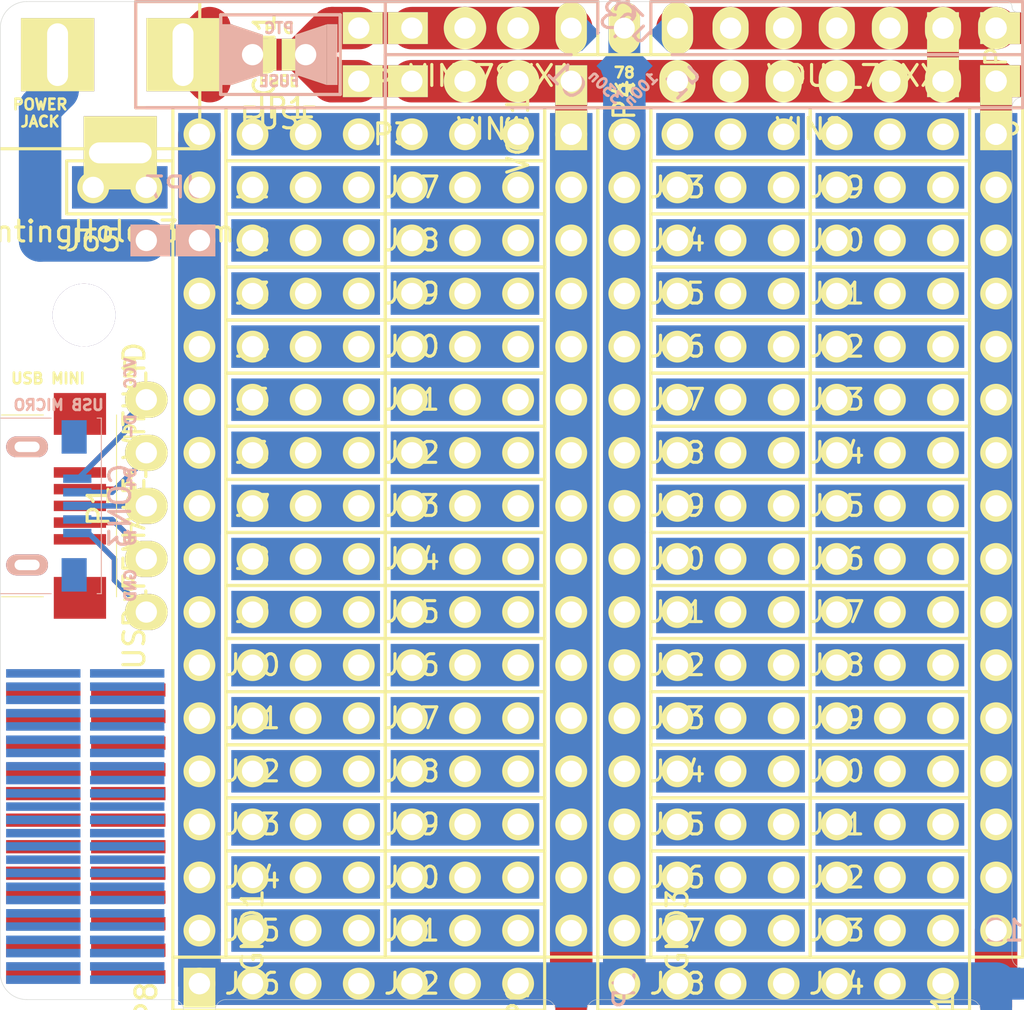
<source format=kicad_pcb>
(kicad_pcb (version 4) (host pcbnew 4.0.2-stable)

  (general
    (links 341)
    (no_connects 10)
    (area 22.526 17.871 81.997572 75.424714)
    (thickness 1.6)
    (drawings 65)
    (tracks 88)
    (zones 0)
    (modules 106)
    (nets 90)
  )

  (page A3)
  (layers
    (0 F.Cu signal hide)
    (31 B.Cu signal hide)
    (32 B.Adhes user)
    (33 F.Adhes user)
    (34 B.Paste user)
    (35 F.Paste user)
    (36 B.SilkS user)
    (37 F.SilkS user)
    (38 B.Mask user)
    (39 F.Mask user)
    (40 Dwgs.User user)
    (41 Cmts.User user)
    (42 Eco1.User user)
    (43 Eco2.User user)
    (44 Edge.Cuts user)
  )

  (setup
    (last_trace_width 0.254)
    (user_trace_width 1.524)
    (user_trace_width 2.032)
    (trace_clearance 0.254)
    (zone_clearance 0.508)
    (zone_45_only no)
    (trace_min 0.254)
    (segment_width 0.15)
    (edge_width 0.0254)
    (via_size 0.889)
    (via_drill 0.635)
    (via_min_size 0.889)
    (via_min_drill 0.508)
    (uvia_size 0.508)
    (uvia_drill 0.127)
    (uvias_allowed no)
    (uvia_min_size 0.508)
    (uvia_min_drill 0.127)
    (pcb_text_width 0.3)
    (pcb_text_size 1 1)
    (mod_edge_width 0.28)
    (mod_text_size 1 1)
    (mod_text_width 0.15)
    (pad_size 1.7272 2.032)
    (pad_drill 1.016)
    (pad_to_mask_clearance 0)
    (aux_axis_origin 0 0)
    (visible_elements FFFCFD0F)
    (pcbplotparams
      (layerselection 0x010f0_80000001)
      (usegerberextensions true)
      (excludeedgelayer false)
      (linewidth 0.150000)
      (plotframeref false)
      (viasonmask false)
      (mode 1)
      (useauxorigin false)
      (hpglpennumber 1)
      (hpglpenspeed 20)
      (hpglpendiameter 15)
      (hpglpenoverlay 2)
      (psnegative false)
      (psa4output false)
      (plotreference false)
      (plotvalue false)
      (plotinvisibletext false)
      (padsonsilk false)
      (subtractmaskfromsilk false)
      (outputformat 1)
      (mirror false)
      (drillshape 0)
      (scaleselection 1)
      (outputdirectory out/50x50_top_left/))
  )

  (net 0 "")
  (net 1 "Net-(C1-Pad1)")
  (net 2 "Net-(C1-Pad2)")
  (net 3 "Net-(C2-Pad1)")
  (net 4 "Net-(CON1-Pad1)")
  (net 5 "Net-(CON1-Pad2)")
  (net 6 "Net-(CON1-Pad3)")
  (net 7 "Net-(CON2-Pad1)")
  (net 8 "Net-(CON2-Pad2)")
  (net 9 "Net-(CON2-Pad3)")
  (net 10 "Net-(CON2-Pad4)")
  (net 11 "Net-(CON2-Pad5)")
  (net 12 "Net-(CON2-Pad6)")
  (net 13 "Net-(CON3-Pad6)")
  (net 14 "Net-(J1-Pad1)")
  (net 15 "Net-(J2-Pad1)")
  (net 16 "Net-(J3-Pad1)")
  (net 17 "Net-(J4-Pad1)")
  (net 18 "Net-(J5-Pad1)")
  (net 19 "Net-(J6-Pad1)")
  (net 20 "Net-(J7-Pad1)")
  (net 21 "Net-(J8-Pad1)")
  (net 22 "Net-(J9-Pad1)")
  (net 23 "Net-(J10-Pad1)")
  (net 24 "Net-(J11-Pad1)")
  (net 25 "Net-(J12-Pad1)")
  (net 26 "Net-(J13-Pad1)")
  (net 27 "Net-(J14-Pad1)")
  (net 28 "Net-(J15-Pad1)")
  (net 29 "Net-(J16-Pad1)")
  (net 30 "Net-(J17-Pad1)")
  (net 31 "Net-(J18-Pad1)")
  (net 32 "Net-(J19-Pad1)")
  (net 33 "Net-(J20-Pad1)")
  (net 34 "Net-(J21-Pad1)")
  (net 35 "Net-(J22-Pad1)")
  (net 36 "Net-(J23-Pad1)")
  (net 37 "Net-(J24-Pad1)")
  (net 38 "Net-(J25-Pad1)")
  (net 39 "Net-(J26-Pad1)")
  (net 40 "Net-(J27-Pad1)")
  (net 41 "Net-(J28-Pad1)")
  (net 42 "Net-(J29-Pad1)")
  (net 43 "Net-(J30-Pad1)")
  (net 44 "Net-(J31-Pad1)")
  (net 45 "Net-(J32-Pad1)")
  (net 46 "Net-(J33-Pad1)")
  (net 47 "Net-(J34-Pad1)")
  (net 48 "Net-(J35-Pad1)")
  (net 49 "Net-(J36-Pad1)")
  (net 50 "Net-(J37-Pad1)")
  (net 51 "Net-(J38-Pad1)")
  (net 52 "Net-(J39-Pad1)")
  (net 53 "Net-(J40-Pad1)")
  (net 54 "Net-(J41-Pad1)")
  (net 55 "Net-(J42-Pad1)")
  (net 56 "Net-(J43-Pad1)")
  (net 57 "Net-(J44-Pad1)")
  (net 58 "Net-(J45-Pad1)")
  (net 59 "Net-(J46-Pad1)")
  (net 60 "Net-(J47-Pad1)")
  (net 61 "Net-(J48-Pad1)")
  (net 62 "Net-(J49-Pad1)")
  (net 63 "Net-(J50-Pad1)")
  (net 64 "Net-(J51-Pad1)")
  (net 65 "Net-(J52-Pad1)")
  (net 66 "Net-(J53-Pad1)")
  (net 67 "Net-(J54-Pad1)")
  (net 68 "Net-(J55-Pad1)")
  (net 69 "Net-(J56-Pad1)")
  (net 70 "Net-(J57-Pad1)")
  (net 71 "Net-(J58-Pad1)")
  (net 72 "Net-(J59-Pad1)")
  (net 73 "Net-(J60-Pad1)")
  (net 74 "Net-(J61-Pad1)")
  (net 75 "Net-(J62-Pad1)")
  (net 76 "Net-(J63-Pad1)")
  (net 77 "Net-(J64-Pad1)")
  (net 78 "Net-(JP4-Pad1)")
  (net 79 "Net-(F1-Pad2)")
  (net 80 "Net-(JP14-Pad1)")
  (net 81 "Net-(JP11-Pad1)")
  (net 82 "Net-(JP8-Pad2)")
  (net 83 "Net-(JP9-Pad2)")
  (net 84 "Net-(JP10-Pad2)")
  (net 85 "Net-(JP11-Pad2)")
  (net 86 "Net-(JP12-Pad2)")
  (net 87 "Net-(JP13-Pad2)")
  (net 88 "Net-(JP14-Pad2)")
  (net 89 "Net-(JP15-Pad2)")

  (net_class Default "This is the default net class."
    (clearance 0.254)
    (trace_width 0.254)
    (via_dia 0.889)
    (via_drill 0.635)
    (uvia_dia 0.508)
    (uvia_drill 0.127)
    (add_net "Net-(C1-Pad1)")
    (add_net "Net-(C1-Pad2)")
    (add_net "Net-(C2-Pad1)")
    (add_net "Net-(CON2-Pad1)")
    (add_net "Net-(CON2-Pad2)")
    (add_net "Net-(CON2-Pad3)")
    (add_net "Net-(CON2-Pad4)")
    (add_net "Net-(CON2-Pad5)")
    (add_net "Net-(CON2-Pad6)")
    (add_net "Net-(CON3-Pad6)")
    (add_net "Net-(F1-Pad2)")
    (add_net "Net-(J1-Pad1)")
    (add_net "Net-(J10-Pad1)")
    (add_net "Net-(J11-Pad1)")
    (add_net "Net-(J12-Pad1)")
    (add_net "Net-(J13-Pad1)")
    (add_net "Net-(J14-Pad1)")
    (add_net "Net-(J15-Pad1)")
    (add_net "Net-(J16-Pad1)")
    (add_net "Net-(J17-Pad1)")
    (add_net "Net-(J18-Pad1)")
    (add_net "Net-(J19-Pad1)")
    (add_net "Net-(J2-Pad1)")
    (add_net "Net-(J20-Pad1)")
    (add_net "Net-(J21-Pad1)")
    (add_net "Net-(J22-Pad1)")
    (add_net "Net-(J23-Pad1)")
    (add_net "Net-(J24-Pad1)")
    (add_net "Net-(J25-Pad1)")
    (add_net "Net-(J26-Pad1)")
    (add_net "Net-(J27-Pad1)")
    (add_net "Net-(J28-Pad1)")
    (add_net "Net-(J29-Pad1)")
    (add_net "Net-(J3-Pad1)")
    (add_net "Net-(J30-Pad1)")
    (add_net "Net-(J31-Pad1)")
    (add_net "Net-(J32-Pad1)")
    (add_net "Net-(J33-Pad1)")
    (add_net "Net-(J34-Pad1)")
    (add_net "Net-(J35-Pad1)")
    (add_net "Net-(J36-Pad1)")
    (add_net "Net-(J37-Pad1)")
    (add_net "Net-(J38-Pad1)")
    (add_net "Net-(J39-Pad1)")
    (add_net "Net-(J4-Pad1)")
    (add_net "Net-(J40-Pad1)")
    (add_net "Net-(J41-Pad1)")
    (add_net "Net-(J42-Pad1)")
    (add_net "Net-(J43-Pad1)")
    (add_net "Net-(J44-Pad1)")
    (add_net "Net-(J45-Pad1)")
    (add_net "Net-(J46-Pad1)")
    (add_net "Net-(J47-Pad1)")
    (add_net "Net-(J48-Pad1)")
    (add_net "Net-(J49-Pad1)")
    (add_net "Net-(J5-Pad1)")
    (add_net "Net-(J50-Pad1)")
    (add_net "Net-(J51-Pad1)")
    (add_net "Net-(J52-Pad1)")
    (add_net "Net-(J53-Pad1)")
    (add_net "Net-(J54-Pad1)")
    (add_net "Net-(J55-Pad1)")
    (add_net "Net-(J56-Pad1)")
    (add_net "Net-(J57-Pad1)")
    (add_net "Net-(J58-Pad1)")
    (add_net "Net-(J59-Pad1)")
    (add_net "Net-(J6-Pad1)")
    (add_net "Net-(J60-Pad1)")
    (add_net "Net-(J61-Pad1)")
    (add_net "Net-(J62-Pad1)")
    (add_net "Net-(J63-Pad1)")
    (add_net "Net-(J64-Pad1)")
    (add_net "Net-(J7-Pad1)")
    (add_net "Net-(J8-Pad1)")
    (add_net "Net-(J9-Pad1)")
    (add_net "Net-(JP10-Pad2)")
    (add_net "Net-(JP11-Pad1)")
    (add_net "Net-(JP11-Pad2)")
    (add_net "Net-(JP12-Pad2)")
    (add_net "Net-(JP13-Pad2)")
    (add_net "Net-(JP14-Pad1)")
    (add_net "Net-(JP14-Pad2)")
    (add_net "Net-(JP15-Pad2)")
    (add_net "Net-(JP4-Pad1)")
    (add_net "Net-(JP8-Pad2)")
    (add_net "Net-(JP9-Pad2)")
  )

  (net_class Power ""
    (clearance 0.254)
    (trace_width 2.032)
    (via_dia 0.889)
    (via_drill 0.635)
    (uvia_dia 0.508)
    (uvia_drill 0.127)
    (add_net "Net-(CON1-Pad1)")
    (add_net "Net-(CON1-Pad2)")
    (add_net "Net-(CON1-Pad3)")
  )

  (module Capacitors_SMD:C_0805_HandSoldering (layer B.Cu) (tedit 5567A8A6) (tstamp 554CA9BC)
    (at 60.96 25.146 225)
    (descr "Capacitor SMD 0805, hand soldering")
    (tags "capacitor 0805")
    (path /53FF75B7)
    (attr smd)
    (fp_text reference C2 (at 0 2.1 225) (layer B.SilkS)
      (effects (font (size 1 1) (thickness 0.15)) (justify mirror))
    )
    (fp_text value u1 (at 0 -2.1 225) (layer B.SilkS)
      (effects (font (size 1 1) (thickness 0.15)) (justify mirror))
    )
    (fp_line (start -2.3 1) (end 2.3 1) (layer B.CrtYd) (width 0.05))
    (fp_line (start -2.3 -1) (end 2.3 -1) (layer B.CrtYd) (width 0.05))
    (fp_line (start -2.3 1) (end -2.3 -1) (layer B.CrtYd) (width 0.05))
    (fp_line (start 2.3 1) (end 2.3 -1) (layer B.CrtYd) (width 0.05))
    (pad 1 smd rect (at -1.25 0 225) (size 1.5 1.25) (layers B.Cu B.Paste B.Mask)
      (net 3 "Net-(C2-Pad1)"))
    (pad 2 smd rect (at 1.25 0 225) (size 1.5 1.25) (layers B.Cu B.Paste B.Mask)
      (net 2 "Net-(C1-Pad2)"))
    (model Capacitors_SMD/C_0805_HandSoldering.wrl
      (at (xyz 0 0 0))
      (scale (xyz 1 1 1))
      (rotate (xyz 0 0 0))
    )
  )

  (module Capacitors_SMD:C_0805_HandSoldering (layer B.Cu) (tedit 5567A731) (tstamp 554CA9B1)
    (at 58.4454 25.146 315)
    (descr "Capacitor SMD 0805, hand soldering")
    (tags "capacitor 0805")
    (path /53FF7346)
    (attr smd)
    (fp_text reference C1 (at 0 2.1 315) (layer B.SilkS)
      (effects (font (size 1 1) (thickness 0.15)) (justify mirror))
    )
    (fp_text value u33 (at 0 -2.1 315) (layer B.SilkS)
      (effects (font (size 1 1) (thickness 0.15)) (justify mirror))
    )
    (fp_line (start -2.3 1) (end 2.3 1) (layer B.CrtYd) (width 0.05))
    (fp_line (start -2.3 -1) (end 2.3 -1) (layer B.CrtYd) (width 0.05))
    (fp_line (start -2.3 1) (end -2.3 -1) (layer B.CrtYd) (width 0.05))
    (fp_line (start 2.3 1) (end 2.3 -1) (layer B.CrtYd) (width 0.05))
    (pad 1 smd rect (at -1.25 0 315) (size 1.5 1.25) (layers B.Cu B.Paste B.Mask)
      (net 1 "Net-(C1-Pad1)"))
    (pad 2 smd rect (at 1.25 0 315) (size 1.5 1.25) (layers B.Cu B.Paste B.Mask)
      (net 2 "Net-(C1-Pad2)"))
    (model Capacitors_SMD/C_0805_HandSoldering.wrl
      (at (xyz 0 0 0))
      (scale (xyz 1 1 1))
      (rotate (xyz 0 0 0))
    )
  )

  (module Socket_Strips:Socket_Strip_Straight_1x05 (layer F.Cu) (tedit 554C21F1) (tstamp 554C2654)
    (at 36.83 46.99 90)
    (descr "Through hole socket strip")
    (tags "socket strip")
    (path /53DD87F2)
    (fp_text reference P1 (at 0 -2.286 90) (layer F.SilkS)
      (effects (font (size 1 1) (thickness 0.15)))
    )
    (fp_text value CONN_5 (at 0 0 90) (layer F.SilkS) hide
      (effects (font (size 1 1) (thickness 0.15)))
    )
    (pad 1 thru_hole oval (at 5.08 0 270) (size 1.7272 2.032) (drill 1.016) (layers *.Cu *.Mask F.SilkS)
      (net 7 "Net-(CON2-Pad1)"))
    (pad 2 thru_hole oval (at 2.54 0 270) (size 1.7272 2.032) (drill 1.016) (layers *.Cu *.Mask F.SilkS)
      (net 8 "Net-(CON2-Pad2)"))
    (pad 3 thru_hole oval (at 0 0 270) (size 1.7272 2.032) (drill 1.016) (layers *.Cu *.Mask F.SilkS)
      (net 9 "Net-(CON2-Pad3)"))
    (pad 4 thru_hole oval (at -2.54 0 270) (size 1.7272 2.032) (drill 1.016) (layers *.Cu *.Mask F.SilkS)
      (net 10 "Net-(CON2-Pad4)"))
    (pad 5 thru_hole oval (at -5.08 0 270) (size 1.7272 2.032) (drill 1.016) (layers *.Cu *.Mask F.SilkS)
      (net 11 "Net-(CON2-Pad5)"))
    (model Socket_Strips/Socket_Strip_Straight_1x05.wrl
      (at (xyz 0 0 0))
      (scale (xyz 1 1 1))
      (rotate (xyz 0 0 0))
    )
  )

  (module Socket_Strips:Socket_Strip_Straight_1x06 (layer F.Cu) (tedit 554BBE95) (tstamp 554CB481)
    (at 68.58 26.67 180)
    (descr "Through hole socket strip")
    (tags "socket strip")
    (path /554BBC78)
    (fp_text reference VIN2 (at 0 -2.286 180) (layer F.SilkS)
      (effects (font (size 1 1) (thickness 0.15)))
    )
    (fp_text value CONN_6 (at 0 0 180) (layer F.SilkS) hide
      (effects (font (size 1 1) (thickness 0.15)))
    )
    (pad 1 thru_hole oval (at 6.35 0) (size 1.7272 2.032) (drill 1.016) (layers *.Cu *.Mask F.SilkS)
      (net 80 "Net-(JP14-Pad1)"))
    (pad 2 thru_hole oval (at 3.81 0) (size 1.7272 2.032) (drill 1.016) (layers *.Cu *.Mask F.SilkS)
      (net 80 "Net-(JP14-Pad1)"))
    (pad 3 thru_hole oval (at 1.27 0) (size 1.7272 2.032) (drill 1.016) (layers *.Cu *.Mask F.SilkS)
      (net 80 "Net-(JP14-Pad1)"))
    (pad 4 thru_hole oval (at -1.27 0) (size 1.7272 2.032) (drill 1.016) (layers *.Cu *.Mask F.SilkS)
      (net 80 "Net-(JP14-Pad1)"))
    (pad 5 thru_hole oval (at -3.81 0) (size 1.7272 2.032) (drill 1.016) (layers *.Cu *.Mask F.SilkS)
      (net 80 "Net-(JP14-Pad1)"))
    (pad 6 thru_hole oval (at -6.35 0) (size 1.7272 2.032) (drill 1.016) (layers *.Cu *.Mask F.SilkS)
      (net 80 "Net-(JP14-Pad1)"))
    (model Socket_Strips/Socket_Strip_Straight_1x06.wrl
      (at (xyz 0 0 0))
      (scale (xyz 1 1 1))
      (rotate (xyz 0 0 0))
    )
  )

  (module Socket_Strips:Socket_Strip_Straight_1x06 (layer F.Cu) (tedit 554BBE84) (tstamp 554CB49F)
    (at 71.12 24.13 180)
    (descr "Through hole socket strip")
    (tags "socket strip")
    (path /554BB9EB)
    (fp_text reference VOUT_78XX1 (at 0 -2.286 180) (layer F.SilkS)
      (effects (font (size 1 1) (thickness 0.15)))
    )
    (fp_text value CONN_6 (at 0 0 180) (layer F.SilkS) hide
      (effects (font (size 1 1) (thickness 0.15)))
    )
    (pad 1 thru_hole oval (at 6.35 0) (size 1.7272 2.032) (drill 1.016) (layers *.Cu *.Mask F.SilkS)
      (net 3 "Net-(C2-Pad1)"))
    (pad 2 thru_hole oval (at 3.81 0) (size 1.7272 2.032) (drill 1.016) (layers *.Cu *.Mask F.SilkS)
      (net 3 "Net-(C2-Pad1)"))
    (pad 3 thru_hole oval (at 1.27 0) (size 1.7272 2.032) (drill 1.016) (layers *.Cu *.Mask F.SilkS)
      (net 3 "Net-(C2-Pad1)"))
    (pad 4 thru_hole oval (at -1.27 0) (size 1.7272 2.032) (drill 1.016) (layers *.Cu *.Mask F.SilkS)
      (net 3 "Net-(C2-Pad1)"))
    (pad 5 thru_hole oval (at -3.81 0) (size 1.7272 2.032) (drill 1.016) (layers *.Cu *.Mask F.SilkS)
      (net 3 "Net-(C2-Pad1)"))
    (pad 6 thru_hole oval (at -6.35 0) (size 1.7272 2.032) (drill 1.016) (layers *.Cu *.Mask F.SilkS)
      (net 3 "Net-(C2-Pad1)"))
    (model Socket_Strips/Socket_Strip_Straight_1x06.wrl
      (at (xyz 0 0 0))
      (scale (xyz 1 1 1))
      (rotate (xyz 0 0 0))
    )
  )

  (module Socket_Strips:Socket_Strip_Straight_1x02 (layer F.Cu) (tedit 554BBDDD) (tstamp 554BC26C)
    (at 53.34 24.13 180)
    (descr "Through hole socket strip")
    (tags "socket strip")
    (path /554BC195)
    (fp_text reference VIN_78XX1 (at 0 -2.286 180) (layer F.SilkS)
      (effects (font (size 1 1) (thickness 0.15)))
    )
    (fp_text value CONN_2 (at 0 0 180) (layer F.SilkS) hide
      (effects (font (size 1 1) (thickness 0.15)))
    )
    (pad 1 thru_hole oval (at 1.27 0) (size 2.032 2.032) (drill 1.016) (layers *.Cu *.Mask F.SilkS)
      (net 1 "Net-(C1-Pad1)"))
    (pad 2 thru_hole oval (at -1.27 0) (size 2.032 2.032) (drill 1.016) (layers *.Cu *.Mask F.SilkS)
      (net 1 "Net-(C1-Pad1)"))
    (model Socket_Strips/Socket_Strip_Straight_1x02.wrl
      (at (xyz 0 0 0))
      (scale (xyz 1 1 1))
      (rotate (xyz 0 0 0))
    )
  )

  (module Socket_Strips:Socket_Strip_Straight_1x02 (layer F.Cu) (tedit 554BBDC7) (tstamp 554BC261)
    (at 53.34 26.67 180)
    (descr "Through hole socket strip")
    (tags "socket strip")
    (path /554BCE60)
    (fp_text reference VIN1 (at 0 -2.286 180) (layer F.SilkS)
      (effects (font (size 1 1) (thickness 0.15)))
    )
    (fp_text value CONN_2 (at 0 0 180) (layer F.SilkS) hide
      (effects (font (size 1 1) (thickness 0.15)))
    )
    (pad 1 thru_hole oval (at 1.27 0) (size 2.032 2.032) (drill 1.016) (layers *.Cu *.Mask F.SilkS)
      (net 80 "Net-(JP14-Pad1)"))
    (pad 2 thru_hole oval (at -1.27 0) (size 2.032 2.032) (drill 1.016) (layers *.Cu *.Mask F.SilkS)
      (net 80 "Net-(JP14-Pad1)"))
    (model Socket_Strips/Socket_Strip_Straight_1x02.wrl
      (at (xyz 0 0 0))
      (scale (xyz 1 1 1))
      (rotate (xyz 0 0 0))
    )
  )

  (module Transistors_TO-220:TO-220_Neutral123_Vertical (layer F.Cu) (tedit 554BB523) (tstamp 554CAF65)
    (at 59.69 24.13)
    (descr "TO-220, Neutral, Vertical,")
    (tags "TO-220, Neutral, Vertical,")
    (path /554BAE87)
    (fp_text reference U1 (at 0 -5.08) (layer F.SilkS)
      (effects (font (size 1 1) (thickness 0.15)))
    )
    (fp_text value LM7805CT (at 0 3.81) (layer F.SilkS) hide
      (effects (font (size 1 1) (thickness 0.15)))
    )
    (pad 2 thru_hole oval (at 0 0 90) (size 2.49936 1.50114) (drill 1.00076) (layers *.Cu *.Mask F.SilkS)
      (net 2 "Net-(C1-Pad2)"))
    (pad 1 thru_hole oval (at -2.54 0 90) (size 2.49936 1.50114) (drill 1.00076) (layers *.Cu *.Mask F.SilkS)
      (net 1 "Net-(C1-Pad1)"))
    (pad 3 thru_hole oval (at 2.54 0 90) (size 2.49936 1.50114) (drill 1.00076) (layers *.Cu *.Mask F.SilkS)
      (net 3 "Net-(C2-Pad1)"))
    (model Transistors_TO-220/TO-220_Neutral123_Vertical.wrl
      (at (xyz 0 0 0))
      (scale (xyz 0.3937 0.3937 0.3937))
      (rotate (xyz 0 0 0))
    )
  )

  (module Connect:BARREL_JACK (layer F.Cu) (tedit 554BA320) (tstamp 554C9E81)
    (at 32.385 25.4)
    (descr "DC Barrel Jack")
    (tags "Power Jack")
    (path /53DD4216)
    (fp_text reference CON1 (at 10.09904 0 90) (layer F.SilkS)
      (effects (font (size 1 1) (thickness 0.15)))
    )
    (fp_text value BARREL_JACK (at 0 -5.99948) (layer F.SilkS) hide
      (effects (font (size 1 1) (thickness 0.15)))
    )
    (fp_line (start -4.0005 -4.50088) (end -4.0005 4.50088) (layer F.SilkS) (width 0.15))
    (fp_line (start -7.50062 -4.50088) (end -7.50062 4.50088) (layer F.SilkS) (width 0.15))
    (fp_line (start -7.50062 4.50088) (end 7.00024 4.50088) (layer F.SilkS) (width 0.15))
    (fp_line (start 7.00024 4.50088) (end 7.00024 -4.50088) (layer F.SilkS) (width 0.15))
    (fp_line (start 7.00024 -4.50088) (end -7.50062 -4.50088) (layer F.SilkS) (width 0.15))
    (pad 1 thru_hole rect (at 6.20014 0) (size 3.50012 3.50012) (drill oval 1.00076 2.99974) (layers *.Cu *.Mask F.SilkS)
      (net 4 "Net-(CON1-Pad1)"))
    (pad 2 thru_hole rect (at 0.20066 0) (size 3.50012 3.50012) (drill oval 1.00076 2.99974) (layers *.Cu *.Mask F.SilkS)
      (net 5 "Net-(CON1-Pad2)"))
    (pad 3 thru_hole rect (at 3.2004 4.699) (size 3.50012 3.50012) (drill oval 2.99974 1.00076) (layers *.Cu *.Mask F.SilkS)
      (net 6 "Net-(CON1-Pad3)"))
  )

  (module Connectors:USB_Mini-B_Female (layer F.Cu) (tedit 54D6C508) (tstamp 554CA5E9)
    (at 33.655 46.99 270)
    (path /554C4729)
    (fp_text reference CON2 (at 0 9.95 450) (layer F.SilkS)
      (effects (font (size 1 1) (thickness 0.15)))
    )
    (fp_text value USB_FEMALE_WITH_ID (at 0 -2.6 450) (layer F.SilkS)
      (effects (font (size 1 1) (thickness 0.15)))
    )
    (fp_line (start -4.35 7.25) (end -4.35 7.8) (layer F.SilkS) (width 0.05))
    (fp_line (start 4.35 7.25) (end 4.35 7.8) (layer F.SilkS) (width 0.05))
    (fp_line (start 4.35 7.8) (end 4.35 8.8) (layer F.SilkS) (width 0.05))
    (fp_line (start -4.35 7.8) (end -4.35 8.8) (layer F.SilkS) (width 0.05))
    (fp_line (start -4.35 1.75) (end -4.35 3.75) (layer F.SilkS) (width 0.05))
    (fp_line (start 4.35 1.75) (end 4.35 3.75) (layer F.SilkS) (width 0.05))
    (fp_line (start -4.35 -1.75) (end 4.35 -1.75) (layer F.SilkS) (width 0.05))
    (fp_line (start 0.4 5.45) (end 0.2 4.35) (layer F.SilkS) (width 0.05))
    (fp_line (start 0.2 4.35) (end -0.2 4.35) (layer F.SilkS) (width 0.05))
    (fp_line (start -0.2 4.35) (end -0.45 5.45) (layer F.SilkS) (width 0.05))
    (fp_line (start -0.45 5.45) (end 0.45 5.45) (layer F.SilkS) (width 0.05))
    (fp_line (start -0.45 7.8) (end -0.45 4.1) (layer F.SilkS) (width 0.05))
    (fp_line (start -0.45 4.1) (end 0.45 4.1) (layer F.SilkS) (width 0.05))
    (fp_line (start 0.45 4.1) (end 0.45 7.8) (layer F.SilkS) (width 0.05))
    (fp_line (start -4.35 7.8) (end 4.35 7.8) (layer F.SilkS) (width 0.05))
    (fp_line (start -4.35 8.8) (end 4.35 8.8) (layer F.SilkS) (width 0.05))
    (pad 1 smd rect (at -1.6 0 90) (size 0.5 2.5) (layers F.Cu F.Paste F.Mask)
      (net 7 "Net-(CON2-Pad1)"))
    (pad 2 smd rect (at -0.8 0 90) (size 0.5 2.5) (layers F.Cu F.Paste F.Mask)
      (net 8 "Net-(CON2-Pad2)"))
    (pad 3 smd rect (at 0 0 90) (size 0.5 2.5) (layers F.Cu F.Paste F.Mask)
      (net 9 "Net-(CON2-Pad3)"))
    (pad 4 smd rect (at 0.8 0 90) (size 0.5 2.5) (layers F.Cu F.Paste F.Mask)
      (net 10 "Net-(CON2-Pad4)"))
    (pad 5 smd rect (at 1.6 0 90) (size 0.5 2.5) (layers F.Cu F.Paste F.Mask)
      (net 11 "Net-(CON2-Pad5)"))
    (pad 6 smd rect (at 4.4 5.5 90) (size 2 2.5) (layers F.Cu F.Paste F.Mask)
      (net 12 "Net-(CON2-Pad6)"))
    (pad 6 smd rect (at 4.4 0 90) (size 2 2.5) (layers F.Cu F.Paste F.Mask)
      (net 12 "Net-(CON2-Pad6)"))
    (pad 6 smd rect (at -4.4 0 90) (size 2 2.5) (layers F.Cu F.Paste F.Mask)
      (net 12 "Net-(CON2-Pad6)"))
    (pad 6 smd rect (at -4.4 5.5 90) (size 2 2.5) (layers F.Cu F.Paste F.Mask)
      (net 12 "Net-(CON2-Pad6)"))
  )

  (module Connectors:USB_Micro-B_Female_Wellco_AUSB_1011_05S2 (layer B.Cu) (tedit 554BAFF4) (tstamp 554CA604)
    (at 33.528 46.99 90)
    (path /554C498A)
    (fp_text reference CON3 (at 0 2.05 90) (layer B.SilkS)
      (effects (font (size 1 1) (thickness 0.15)) (justify mirror))
    )
    (fp_text value USB_FEMALE_WITH_ID (at 0 -7 90) (layer B.SilkS)
      (effects (font (size 1 1) (thickness 0.15)) (justify mirror))
    )
    (fp_line (start -4.2 1.15) (end -4.2 0.95) (layer B.SilkS) (width 0.05))
    (fp_line (start 4.2 1.15) (end 4.2 0.95) (layer B.SilkS) (width 0.05))
    (fp_line (start -4.2 1.15) (end 4.2 1.15) (layer B.SilkS) (width 0.05))
    (fp_line (start 4.2 -1.25) (end 4.2 -5.4) (layer B.SilkS) (width 0.05))
    (fp_line (start -4.2 -1.25) (end -4.2 -5.4) (layer B.SilkS) (width 0.05))
    (fp_line (start 4.2 -6) (end -4.2 -6) (layer B.SilkS) (width 0.05))
    (fp_line (start -4.2 -6) (end -4.2 -5.4) (layer B.SilkS) (width 0.05))
    (fp_line (start 4.2 -6) (end 4.2 -5.4) (layer B.SilkS) (width 0.05))
    (fp_line (start 4.2 -4.9) (end 4.5 -6) (layer B.SilkS) (width 0.05))
    (fp_line (start -4.2 -4.9) (end -4.5 -6) (layer B.SilkS) (width 0.05))
    (fp_line (start 4.2 -4.9) (end -4.2 -4.9) (layer B.SilkS) (width 0.05))
    (pad 6 thru_hole oval (at 2.825 -2.4 270) (size 1 2) (drill oval 0.5 1.2) (layers *.Cu *.Mask B.SilkS)
      (net 13 "Net-(CON3-Pad6)") (clearance 0.25))
    (pad 1 smd rect (at -1.3 0 270) (size 0.4 1.35) (layers B.Cu B.Paste B.Mask)
      (net 11 "Net-(CON2-Pad5)"))
    (pad 2 smd rect (at -0.65 0 270) (size 0.4 1.35) (layers B.Cu B.Paste B.Mask)
      (net 10 "Net-(CON2-Pad4)"))
    (pad 3 smd rect (at 0 0 270) (size 0.4 1.35) (layers B.Cu B.Paste B.Mask)
      (net 9 "Net-(CON2-Pad3)"))
    (pad 4 smd rect (at 0.65 0 270) (size 0.4 1.35) (layers B.Cu B.Paste B.Mask)
      (net 8 "Net-(CON2-Pad2)"))
    (pad 5 smd rect (at 1.3 0 270) (size 0.4 1.35) (layers B.Cu B.Paste B.Mask)
      (net 7 "Net-(CON2-Pad1)"))
    (pad 6 thru_hole oval (at -2.825 -2.4 270) (size 1 2) (drill oval 0.5 1.2) (layers *.Cu *.Mask B.SilkS)
      (net 13 "Net-(CON3-Pad6)") (clearance 0.25))
    (pad 6 smd rect (at -3.3 -0.15 270) (size 1.6 1.2) (layers B.Cu B.Paste B.Mask)
      (net 13 "Net-(CON3-Pad6)") (clearance 0.249999))
    (pad 6 smd rect (at 3.3 -0.15 270) (size 1.6 1.2) (layers B.Cu B.Paste B.Mask)
      (net 13 "Net-(CON3-Pad6)") (clearance 0.24999))
  )

  (module Muonde:CC12ZZ (layer F.Cu) (tedit 554BA35B) (tstamp 554CA532)
    (at 43.18 25.4)
    (path /53DDB6F8)
    (fp_text reference F1 (at -0.127 -2.794) (layer F.SilkS) hide
      (effects (font (size 1 1) (thickness 0.15)))
    )
    (fp_text value FUSE (at 0 3.048) (layer F.SilkS)
      (effects (font (size 1 1) (thickness 0.15)))
    )
    (fp_line (start -2.794 -1.905) (end 2.921 -1.905) (layer F.SilkS) (width 0.15))
    (fp_line (start 2.921 -1.905) (end 2.921 1.905) (layer F.SilkS) (width 0.15))
    (fp_line (start 2.921 1.905) (end -2.794 1.905) (layer F.SilkS) (width 0.15))
    (fp_line (start -2.794 1.905) (end -2.794 -1.905) (layer F.SilkS) (width 0.15))
    (pad 1 smd trapezoid (at -1.524 0) (size 1.50114 2.39268) (rect_delta 0.50038 0 ) (layers F.Cu F.Paste F.SilkS F.Mask)
      (net 4 "Net-(CON1-Pad1)"))
    (pad 2 smd trapezoid (at 1.524 0) (size 1.50114 2.39268) (rect_delta -0.50038 0 ) (layers F.Cu F.Paste F.SilkS F.Mask)
      (net 79 "Net-(F1-Pad2)"))
    (pad 2 smd rect (at 2.54 0) (size 0.50038 2.90068) (layers F.Cu F.Paste F.SilkS F.Mask)
      (net 79 "Net-(F1-Pad2)"))
    (pad 1 smd rect (at -2.4892 0) (size 0.50038 2.90068) (layers F.Cu F.Paste F.SilkS F.Mask)
      (net 4 "Net-(CON1-Pad1)"))
  )

  (module Muonde:CC12ZZ (layer B.Cu) (tedit 554BA35B) (tstamp 554C9ECC)
    (at 43.18 25.4)
    (path /53DDB707)
    (fp_text reference F2 (at -0.127 2.794) (layer B.SilkS) hide
      (effects (font (size 1 1) (thickness 0.15)) (justify mirror))
    )
    (fp_text value FUSE (at 0 -3.048) (layer B.SilkS)
      (effects (font (size 1 1) (thickness 0.15)) (justify mirror))
    )
    (fp_line (start -2.794 1.905) (end 2.921 1.905) (layer B.SilkS) (width 0.15))
    (fp_line (start 2.921 1.905) (end 2.921 -1.905) (layer B.SilkS) (width 0.15))
    (fp_line (start 2.921 -1.905) (end -2.794 -1.905) (layer B.SilkS) (width 0.15))
    (fp_line (start -2.794 -1.905) (end -2.794 1.905) (layer B.SilkS) (width 0.15))
    (pad 1 smd trapezoid (at -1.524 0) (size 1.50114 2.39268) (rect_delta 0.50038 0 ) (layers B.Cu B.Paste B.SilkS B.Mask)
      (net 4 "Net-(CON1-Pad1)"))
    (pad 2 smd trapezoid (at 1.524 0) (size 1.50114 2.39268) (rect_delta -0.50038 0 ) (layers B.Cu B.Paste B.SilkS B.Mask)
      (net 79 "Net-(F1-Pad2)"))
    (pad 2 smd rect (at 2.54 0) (size 0.50038 2.90068) (layers B.Cu B.Paste B.SilkS B.Mask)
      (net 79 "Net-(F1-Pad2)"))
    (pad 1 smd rect (at -2.4892 0) (size 0.50038 2.90068) (layers B.Cu B.Paste B.SilkS B.Mask)
      (net 4 "Net-(CON1-Pad1)"))
  )

  (module 2.54mm_Pin_Headers:Solder_Jumper_1x2_Shorted_T (layer F.Cu) (tedit 54B18D35) (tstamp 554CA1E7)
    (at 43.18 25.4)
    (path /53DD424D)
    (fp_text reference JP1 (at 0 2.54) (layer F.SilkS)
      (effects (font (size 1 1) (thickness 0.15)))
    )
    (fp_text value JUMPER (at 0 -2.54) (layer F.SilkS) hide
      (effects (font (size 1 1) (thickness 0.15)))
    )
    (fp_line (start 1.27 0) (end -1.27 0) (layer F.Cu) (width 1.524))
    (pad 1 thru_hole rect (at -1.27 0) (size 1.905 1.524) (drill 1.016 (offset 0.1905 0)) (layers *.Cu *.Mask F.SilkS)
      (net 4 "Net-(CON1-Pad1)"))
    (pad 2 thru_hole rect (at 1.27 0) (size 1.905 1.524) (drill 1.016 (offset -0.1905 0)) (layers *.Cu *.Mask F.SilkS)
      (net 79 "Net-(F1-Pad2)"))
    (pad "" smd rect (at 0 0) (size 0.254 1.524) (layers *.Mask))
  )

  (module 2.54mm_Pin_Headers:Solder_Jumper_1x2_Shorted_T (layer F.Cu) (tedit 54B18D35) (tstamp 554CA1EE)
    (at 48.26 24.13)
    (path /53DD422F)
    (fp_text reference JP2 (at 0 2.54) (layer F.SilkS)
      (effects (font (size 1 1) (thickness 0.15)))
    )
    (fp_text value JUMPER (at 0 -2.54) (layer F.SilkS) hide
      (effects (font (size 1 1) (thickness 0.15)))
    )
    (fp_line (start 1.27 0) (end -1.27 0) (layer F.Cu) (width 1.524))
    (pad 1 thru_hole rect (at -1.27 0) (size 1.905 1.524) (drill 1.016 (offset 0.1905 0)) (layers *.Cu *.Mask F.SilkS)
      (net 79 "Net-(F1-Pad2)"))
    (pad 2 thru_hole rect (at 1.27 0) (size 1.905 1.524) (drill 1.016 (offset -0.1905 0)) (layers *.Cu *.Mask F.SilkS)
      (net 1 "Net-(C1-Pad1)"))
    (pad "" smd rect (at 0 0) (size 0.254 1.524) (layers *.Mask))
  )

  (module 2.54mm_Pin_Headers:Solder_Jumper_1x2_Shorted_T (layer F.Cu) (tedit 54B18D35) (tstamp 554CA1F5)
    (at 48.26 26.67)
    (path /53DD423E)
    (fp_text reference JP3 (at 0 2.54) (layer F.SilkS)
      (effects (font (size 1 1) (thickness 0.15)))
    )
    (fp_text value JUMPER (at 0 -2.54) (layer F.SilkS) hide
      (effects (font (size 1 1) (thickness 0.15)))
    )
    (fp_line (start 1.27 0) (end -1.27 0) (layer F.Cu) (width 1.524))
    (pad 1 thru_hole rect (at -1.27 0) (size 1.905 1.524) (drill 1.016 (offset 0.1905 0)) (layers *.Cu *.Mask F.SilkS)
      (net 79 "Net-(F1-Pad2)"))
    (pad 2 thru_hole rect (at 1.27 0) (size 1.905 1.524) (drill 1.016 (offset -0.1905 0)) (layers *.Cu *.Mask F.SilkS)
      (net 80 "Net-(JP14-Pad1)"))
    (pad "" smd rect (at 0 0) (size 0.254 1.524) (layers *.Mask))
  )

  (module 2.54mm_Pin_Headers:Solder_Jumper_1x2_Shorted_T (layer F.Cu) (tedit 54B18D35) (tstamp 554C6125)
    (at 57.15 27.94 90)
    (path /53FB40CE)
    (fp_text reference JP4 (at 0 2.54 90) (layer F.SilkS)
      (effects (font (size 1 1) (thickness 0.15)))
    )
    (fp_text value JUMPER (at 0 -2.54 90) (layer F.SilkS) hide
      (effects (font (size 1 1) (thickness 0.15)))
    )
    (fp_line (start 1.27 0) (end -1.27 0) (layer F.Cu) (width 1.524))
    (pad 1 thru_hole rect (at -1.27 0 90) (size 1.905 1.524) (drill 1.016 (offset 0.1905 0)) (layers *.Cu *.Mask F.SilkS)
      (net 78 "Net-(JP4-Pad1)"))
    (pad 2 thru_hole rect (at 1.27 0 90) (size 1.905 1.524) (drill 1.016 (offset -0.1905 0)) (layers *.Cu *.Mask F.SilkS)
      (net 80 "Net-(JP14-Pad1)"))
    (pad "" smd rect (at 0 0 90) (size 0.254 1.524) (layers *.Mask))
  )

  (module 2.54mm_Pin_Headers:Solder_Jumper_1x2_Shorted_T (layer F.Cu) (tedit 54B18D35) (tstamp 554CA203)
    (at 77.47 27.94 90)
    (path /53FB40DD)
    (fp_text reference JP5 (at 0 2.54 90) (layer F.SilkS)
      (effects (font (size 1 1) (thickness 0.15)))
    )
    (fp_text value JUMPER (at 0 -2.54 90) (layer F.SilkS) hide
      (effects (font (size 1 1) (thickness 0.15)))
    )
    (fp_line (start 1.27 0) (end -1.27 0) (layer F.Cu) (width 1.524))
    (pad 1 thru_hole rect (at -1.27 0 90) (size 1.905 1.524) (drill 1.016 (offset 0.1905 0)) (layers *.Cu *.Mask F.SilkS)
      (net 81 "Net-(JP11-Pad1)"))
    (pad 2 thru_hole rect (at 1.27 0 90) (size 1.905 1.524) (drill 1.016 (offset -0.1905 0)) (layers *.Cu *.Mask F.SilkS)
      (net 80 "Net-(JP14-Pad1)"))
    (pad "" smd rect (at 0 0 90) (size 0.254 1.524) (layers *.Mask))
  )

  (module 2.54mm_Pin_Headers:Solder_Jumper_1x2_Shorted_T (layer F.Cu) (tedit 54B18D35) (tstamp 554CA20A)
    (at 74.93 25.4 90)
    (path /53FE5756)
    (fp_text reference JP6 (at 0 2.54 90) (layer F.SilkS)
      (effects (font (size 1 1) (thickness 0.15)))
    )
    (fp_text value JUMPER (at 0 -2.54 90) (layer F.SilkS) hide
      (effects (font (size 1 1) (thickness 0.15)))
    )
    (fp_line (start 1.27 0) (end -1.27 0) (layer F.Cu) (width 1.524))
    (pad 1 thru_hole rect (at -1.27 0 90) (size 1.905 1.524) (drill 1.016 (offset 0.1905 0)) (layers *.Cu *.Mask F.SilkS)
      (net 80 "Net-(JP14-Pad1)"))
    (pad 2 thru_hole rect (at 1.27 0 90) (size 1.905 1.524) (drill 1.016 (offset -0.1905 0)) (layers *.Cu *.Mask F.SilkS)
      (net 3 "Net-(C2-Pad1)"))
    (pad "" smd rect (at 0 0 90) (size 0.254 1.524) (layers *.Mask))
  )

  (module 2.54mm_Pin_Headers:Solder_Jumper_1x2_Shorted_T (layer B.Cu) (tedit 54B18D35) (tstamp 554BBEA3)
    (at 38.1 34.29)
    (path /554BE7A5)
    (fp_text reference JP7 (at 0 -2.54) (layer B.SilkS)
      (effects (font (size 1 1) (thickness 0.15)) (justify mirror))
    )
    (fp_text value JUMPER (at 0 2.54) (layer B.SilkS) hide
      (effects (font (size 1 1) (thickness 0.15)) (justify mirror))
    )
    (fp_line (start 1.27 0) (end -1.27 0) (layer B.Cu) (width 1.524))
    (pad 1 thru_hole rect (at -1.27 0) (size 1.905 1.524) (drill 1.016 (offset 0.1905 0)) (layers *.Cu *.Mask B.SilkS)
      (net 5 "Net-(CON1-Pad2)"))
    (pad 2 thru_hole rect (at 1.27 0) (size 1.905 1.524) (drill 1.016 (offset -0.1905 0)) (layers *.Cu *.Mask B.SilkS)
      (net 2 "Net-(C1-Pad2)"))
    (pad "" smd rect (at 0 0) (size 0.254 1.524) (layers *.Mask))
  )

  (module Mounting_Holes:MountingHole_3mm (layer F.Cu) (tedit 554BC027) (tstamp 554BD716)
    (at 33.85 37.86)
    (descr "Mounting hole, Befestigungsbohrung, 3mm, No Annular, Kein Restring,")
    (tags "Mounting hole, Befestigungsbohrung, 3mm, No Annular, Kein Restring,")
    (fp_text reference MountingHole_3mm (at 0 -4.0005) (layer F.SilkS)
      (effects (font (size 1 1) (thickness 0.15)))
    )
    (fp_text value VAL** (at 1.00076 5.00126) (layer F.SilkS) hide
      (effects (font (size 1 1) (thickness 0.15)))
    )
    (fp_circle (center 0 0) (end 2.99974 0) (layer Cmts.User) (width 0.381))
    (pad 1 thru_hole circle (at 0 0) (size 2.99974 2.99974) (drill 2.99974) (layers))
  )

  (module SMD:SMD_065_357_8X2 (layer B.Cu) (tedit 554BCB39) (tstamp 554BCD7B)
    (at 33.909 57.2262)
    (fp_text reference Ref** (at 0 0.0127) (layer B.SilkS) hide
      (effects (font (size 1 1) (thickness 0.15)) (justify mirror))
    )
    (fp_text value Val** (at 0 0.0127) (layer B.SilkS) hide
      (effects (font (size 1 1) (thickness 0.15)) (justify mirror))
    )
    (pad 1 smd rect (at -2.0066 2.2225) (size 3.556 0.4064) (layers B.Cu B.Paste B.Mask)
      (clearance 0.2286))
    (pad 2 smd rect (at 2.0066 2.2225) (size 3.556 0.4064) (layers B.Cu B.Paste B.Mask)
      (clearance 0.2286))
    (pad 3 smd rect (at -2.0066 1.5875) (size 3.556 0.4064) (layers B.Cu B.Paste B.Mask)
      (clearance 0.2286))
    (pad 4 smd rect (at 2.0066 1.5875) (size 3.556 0.4064) (layers B.Cu B.Paste B.Mask)
      (clearance 0.2286))
    (pad 5 smd rect (at -2.0066 0.9525) (size 3.556 0.4064) (layers B.Cu B.Paste B.Mask)
      (clearance 0.2286))
    (pad 6 smd rect (at 2.0066 0.9525) (size 3.556 0.4064) (layers B.Cu B.Paste B.Mask)
      (clearance 0.2286))
    (pad 7 smd rect (at -2.0066 0.3175) (size 3.556 0.4064) (layers B.Cu B.Paste B.Mask)
      (clearance 0.2286))
    (pad 8 smd rect (at 2.0066 0.3175) (size 3.556 0.4064) (layers B.Cu B.Paste B.Mask)
      (clearance 0.2286))
    (pad 9 smd rect (at -2.0066 -0.3175) (size 3.556 0.4064) (layers B.Cu B.Paste B.Mask)
      (clearance 0.2286))
    (pad 10 smd rect (at 2.0066 -0.3175) (size 3.556 0.4064) (layers B.Cu B.Paste B.Mask)
      (clearance 0.2286))
    (pad 11 smd rect (at -2.0066 -0.9525) (size 3.556 0.4064) (layers B.Cu B.Paste B.Mask)
      (clearance 0.2286))
    (pad 12 smd rect (at 2.0066 -0.9525) (size 3.556 0.4064) (layers B.Cu B.Paste B.Mask)
      (clearance 0.2286))
    (pad 13 smd rect (at -2.0066 -1.5875) (size 3.556 0.4064) (layers B.Cu B.Paste B.Mask)
      (clearance 0.2286))
    (pad 14 smd rect (at 2.0066 -1.5875) (size 3.556 0.4064) (layers B.Cu B.Paste B.Mask)
      (clearance 0.2286))
    (pad 15 smd rect (at -2.0066 -2.2225) (size 3.556 0.4064) (layers B.Cu B.Paste B.Mask)
      (clearance 0.2286))
    (pad 16 smd rect (at 2.0066 -2.2225) (size 3.556 0.4064) (layers B.Cu B.Paste B.Mask)
      (clearance 0.2286))
  )

  (module SMD:SMD_065_357_8X2 (layer B.Cu) (tedit 554BCB39) (tstamp 554BCDA2)
    (at 33.909 62.3316)
    (fp_text reference Ref** (at 0 0.0127) (layer B.SilkS) hide
      (effects (font (size 1 1) (thickness 0.15)) (justify mirror))
    )
    (fp_text value Val** (at 0 0.0127) (layer B.SilkS) hide
      (effects (font (size 1 1) (thickness 0.15)) (justify mirror))
    )
    (pad 1 smd rect (at -2.0066 2.2225) (size 3.556 0.4064) (layers B.Cu B.Paste B.Mask)
      (clearance 0.2286))
    (pad 2 smd rect (at 2.0066 2.2225) (size 3.556 0.4064) (layers B.Cu B.Paste B.Mask)
      (clearance 0.2286))
    (pad 3 smd rect (at -2.0066 1.5875) (size 3.556 0.4064) (layers B.Cu B.Paste B.Mask)
      (clearance 0.2286))
    (pad 4 smd rect (at 2.0066 1.5875) (size 3.556 0.4064) (layers B.Cu B.Paste B.Mask)
      (clearance 0.2286))
    (pad 5 smd rect (at -2.0066 0.9525) (size 3.556 0.4064) (layers B.Cu B.Paste B.Mask)
      (clearance 0.2286))
    (pad 6 smd rect (at 2.0066 0.9525) (size 3.556 0.4064) (layers B.Cu B.Paste B.Mask)
      (clearance 0.2286))
    (pad 7 smd rect (at -2.0066 0.3175) (size 3.556 0.4064) (layers B.Cu B.Paste B.Mask)
      (clearance 0.2286))
    (pad 8 smd rect (at 2.0066 0.3175) (size 3.556 0.4064) (layers B.Cu B.Paste B.Mask)
      (clearance 0.2286))
    (pad 9 smd rect (at -2.0066 -0.3175) (size 3.556 0.4064) (layers B.Cu B.Paste B.Mask)
      (clearance 0.2286))
    (pad 10 smd rect (at 2.0066 -0.3175) (size 3.556 0.4064) (layers B.Cu B.Paste B.Mask)
      (clearance 0.2286))
    (pad 11 smd rect (at -2.0066 -0.9525) (size 3.556 0.4064) (layers B.Cu B.Paste B.Mask)
      (clearance 0.2286))
    (pad 12 smd rect (at 2.0066 -0.9525) (size 3.556 0.4064) (layers B.Cu B.Paste B.Mask)
      (clearance 0.2286))
    (pad 13 smd rect (at -2.0066 -1.5875) (size 3.556 0.4064) (layers B.Cu B.Paste B.Mask)
      (clearance 0.2286))
    (pad 14 smd rect (at 2.0066 -1.5875) (size 3.556 0.4064) (layers B.Cu B.Paste B.Mask)
      (clearance 0.2286))
    (pad 15 smd rect (at -2.0066 -2.2225) (size 3.556 0.4064) (layers B.Cu B.Paste B.Mask)
      (clearance 0.2286))
    (pad 16 smd rect (at 2.0066 -2.2225) (size 3.556 0.4064) (layers B.Cu B.Paste B.Mask)
      (clearance 0.2286))
  )

  (module SMD:SMD_065_357_8X2 (layer B.Cu) (tedit 554BCB39) (tstamp 554BCDC9)
    (at 33.909 67.437)
    (fp_text reference Ref** (at 0 0.0127) (layer B.SilkS) hide
      (effects (font (size 1 1) (thickness 0.15)) (justify mirror))
    )
    (fp_text value Val** (at 0 0.0127) (layer B.SilkS) hide
      (effects (font (size 1 1) (thickness 0.15)) (justify mirror))
    )
    (pad 1 smd rect (at -2.0066 2.2225) (size 3.556 0.4064) (layers B.Cu B.Paste B.Mask)
      (clearance 0.2286))
    (pad 2 smd rect (at 2.0066 2.2225) (size 3.556 0.4064) (layers B.Cu B.Paste B.Mask)
      (clearance 0.2286))
    (pad 3 smd rect (at -2.0066 1.5875) (size 3.556 0.4064) (layers B.Cu B.Paste B.Mask)
      (clearance 0.2286))
    (pad 4 smd rect (at 2.0066 1.5875) (size 3.556 0.4064) (layers B.Cu B.Paste B.Mask)
      (clearance 0.2286))
    (pad 5 smd rect (at -2.0066 0.9525) (size 3.556 0.4064) (layers B.Cu B.Paste B.Mask)
      (clearance 0.2286))
    (pad 6 smd rect (at 2.0066 0.9525) (size 3.556 0.4064) (layers B.Cu B.Paste B.Mask)
      (clearance 0.2286))
    (pad 7 smd rect (at -2.0066 0.3175) (size 3.556 0.4064) (layers B.Cu B.Paste B.Mask)
      (clearance 0.2286))
    (pad 8 smd rect (at 2.0066 0.3175) (size 3.556 0.4064) (layers B.Cu B.Paste B.Mask)
      (clearance 0.2286))
    (pad 9 smd rect (at -2.0066 -0.3175) (size 3.556 0.4064) (layers B.Cu B.Paste B.Mask)
      (clearance 0.2286))
    (pad 10 smd rect (at 2.0066 -0.3175) (size 3.556 0.4064) (layers B.Cu B.Paste B.Mask)
      (clearance 0.2286))
    (pad 11 smd rect (at -2.0066 -0.9525) (size 3.556 0.4064) (layers B.Cu B.Paste B.Mask)
      (clearance 0.2286))
    (pad 12 smd rect (at 2.0066 -0.9525) (size 3.556 0.4064) (layers B.Cu B.Paste B.Mask)
      (clearance 0.2286))
    (pad 13 smd rect (at -2.0066 -1.5875) (size 3.556 0.4064) (layers B.Cu B.Paste B.Mask)
      (clearance 0.2286))
    (pad 14 smd rect (at 2.0066 -1.5875) (size 3.556 0.4064) (layers B.Cu B.Paste B.Mask)
      (clearance 0.2286))
    (pad 15 smd rect (at -2.0066 -2.2225) (size 3.556 0.4064) (layers B.Cu B.Paste B.Mask)
      (clearance 0.2286))
    (pad 16 smd rect (at 2.0066 -2.2225) (size 3.556 0.4064) (layers B.Cu B.Paste B.Mask)
      (clearance 0.2286))
  )

  (module SMD:SMD_127_357_4X2 (layer F.Cu) (tedit 554BCCE7) (tstamp 554BD2FC)
    (at 33.9344 67.6148)
    (fp_text reference Ref** (at 0 0) (layer F.SilkS) hide
      (effects (font (size 1 1) (thickness 0.15)))
    )
    (fp_text value Val** (at 0 0) (layer F.SilkS) hide
      (effects (font (size 1 1) (thickness 0.15)))
    )
    (pad 3 smd rect (at -2.032 -0.635) (size 3.556 0.635) (layers F.Cu F.Paste F.Mask))
    (pad 4 smd rect (at 2.032 -0.635) (size 3.556 0.635) (layers F.Cu F.Paste F.Mask))
    (pad 2 smd rect (at 2.032 -1.905) (size 3.556 0.635) (layers F.Cu F.Paste F.Mask))
    (pad 1 smd rect (at -2.032 -1.905) (size 3.556 0.635) (layers F.Cu F.Paste F.Mask))
    (pad 7 smd rect (at -2.032 1.905) (size 3.556 0.635) (layers F.Cu F.Paste F.Mask))
    (pad 8 smd rect (at 2.032 1.905) (size 3.556 0.635) (layers F.Cu F.Paste F.Mask))
    (pad 6 smd rect (at 2.032 0.635) (size 3.556 0.635) (layers F.Cu F.Paste F.Mask))
    (pad 5 smd rect (at -2.032 0.635) (size 3.556 0.635) (layers F.Cu F.Paste F.Mask))
  )

  (module SMD:SMD_127_357_4X2 (layer F.Cu) (tedit 554BCCE7) (tstamp 554BD313)
    (at 33.9344 62.6618)
    (fp_text reference Ref** (at 0 0) (layer F.SilkS) hide
      (effects (font (size 1 1) (thickness 0.15)))
    )
    (fp_text value Val** (at 0 0) (layer F.SilkS) hide
      (effects (font (size 1 1) (thickness 0.15)))
    )
    (pad 3 smd rect (at -2.032 -0.635) (size 3.556 0.635) (layers F.Cu F.Paste F.Mask))
    (pad 4 smd rect (at 2.032 -0.635) (size 3.556 0.635) (layers F.Cu F.Paste F.Mask))
    (pad 2 smd rect (at 2.032 -1.905) (size 3.556 0.635) (layers F.Cu F.Paste F.Mask))
    (pad 1 smd rect (at -2.032 -1.905) (size 3.556 0.635) (layers F.Cu F.Paste F.Mask))
    (pad 7 smd rect (at -2.032 1.905) (size 3.556 0.635) (layers F.Cu F.Paste F.Mask))
    (pad 8 smd rect (at 2.032 1.905) (size 3.556 0.635) (layers F.Cu F.Paste F.Mask))
    (pad 6 smd rect (at 2.032 0.635) (size 3.556 0.635) (layers F.Cu F.Paste F.Mask))
    (pad 5 smd rect (at -2.032 0.635) (size 3.556 0.635) (layers F.Cu F.Paste F.Mask))
  )

  (module SMD:SMD_127_357_4X2 (layer F.Cu) (tedit 554BCCE7) (tstamp 554BD336)
    (at 33.9344 57.7088)
    (fp_text reference Ref** (at 0 0) (layer F.SilkS) hide
      (effects (font (size 1 1) (thickness 0.15)))
    )
    (fp_text value Val** (at 0 0) (layer F.SilkS) hide
      (effects (font (size 1 1) (thickness 0.15)))
    )
    (pad 3 smd rect (at -2.032 -0.635) (size 3.556 0.635) (layers F.Cu F.Paste F.Mask))
    (pad 4 smd rect (at 2.032 -0.635) (size 3.556 0.635) (layers F.Cu F.Paste F.Mask))
    (pad 2 smd rect (at 2.032 -1.905) (size 3.556 0.635) (layers F.Cu F.Paste F.Mask))
    (pad 1 smd rect (at -2.032 -1.905) (size 3.556 0.635) (layers F.Cu F.Paste F.Mask))
    (pad 7 smd rect (at -2.032 1.905) (size 3.556 0.635) (layers F.Cu F.Paste F.Mask))
    (pad 8 smd rect (at 2.032 1.905) (size 3.556 0.635) (layers F.Cu F.Paste F.Mask))
    (pad 6 smd rect (at 2.032 0.635) (size 3.556 0.635) (layers F.Cu F.Paste F.Mask))
    (pad 5 smd rect (at -2.032 0.635) (size 3.556 0.635) (layers F.Cu F.Paste F.Mask))
  )

  (module 2.54mm_Pin_Headers:Solder_Jumper_1x2_Shorted_T (layer F.Cu) (tedit 54B18D35) (tstamp 554D1A69)
    (at 78.74 24.13)
    (path /554C1E76)
    (fp_text reference JP13 (at 0 2.54) (layer F.SilkS)
      (effects (font (size 1 1) (thickness 0.15)))
    )
    (fp_text value JUMPER (at 0 -2.54) (layer F.SilkS) hide
      (effects (font (size 1 1) (thickness 0.15)))
    )
    (fp_line (start 1.27 0) (end -1.27 0) (layer F.Cu) (width 1.524))
    (pad 1 thru_hole rect (at -1.27 0) (size 1.905 1.524) (drill 1.016 (offset 0.1905 0)) (layers *.Cu *.Mask F.SilkS)
      (net 3 "Net-(C2-Pad1)"))
    (pad 2 thru_hole rect (at 1.27 0) (size 1.905 1.524) (drill 1.016 (offset -0.1905 0)) (layers *.Cu *.Mask F.SilkS)
      (net 87 "Net-(JP13-Pad2)"))
    (pad "" smd rect (at 0 0) (size 0.254 1.524) (layers *.Mask))
  )

  (module 2.54mm_Pin_Headers:Solder_Jumper_1x2_Shorted_T (layer F.Cu) (tedit 54B18D35) (tstamp 554D1A71)
    (at 78.74 26.67)
    (path /554C1F5A)
    (fp_text reference JP14 (at 0 2.54) (layer F.SilkS)
      (effects (font (size 1 1) (thickness 0.15)))
    )
    (fp_text value JUMPER (at 0 -2.54) (layer F.SilkS) hide
      (effects (font (size 1 1) (thickness 0.15)))
    )
    (fp_line (start 1.27 0) (end -1.27 0) (layer F.Cu) (width 1.524))
    (pad 1 thru_hole rect (at -1.27 0) (size 1.905 1.524) (drill 1.016 (offset 0.1905 0)) (layers *.Cu *.Mask F.SilkS)
      (net 80 "Net-(JP14-Pad1)"))
    (pad 2 thru_hole rect (at 1.27 0) (size 1.905 1.524) (drill 1.016 (offset -0.1905 0)) (layers *.Cu *.Mask F.SilkS)
      (net 88 "Net-(JP14-Pad2)"))
    (pad "" smd rect (at 0 0) (size 0.254 1.524) (layers *.Mask))
  )

  (module 2.54mm_Pin_Headers:Solder_Jumper_SMD_1x2_Shorted (layer B.Cu) (tedit 554C19C9) (tstamp 554E1349)
    (at 78.74 69.85)
    (path /554C1FE7)
    (fp_text reference JP12 (at 0 -2.54) (layer B.SilkS)
      (effects (font (size 1 1) (thickness 0.15)) (justify mirror))
    )
    (fp_text value JUMPER (at 0 2.54) (layer B.SilkS) hide
      (effects (font (size 1 1) (thickness 0.15)) (justify mirror))
    )
    (fp_line (start 1.27 0) (end -1.27 0) (layer B.Cu) (width 1.524))
    (pad 1 smd rect (at -1.27 0) (size 1.905 1.524) (drill (offset 0.1905 0)) (layers B.Cu B.Paste B.Mask)
      (net 2 "Net-(C1-Pad2)"))
    (pad 2 smd rect (at 1.27 0) (size 1.905 1.524) (drill (offset -0.1905 0)) (layers B.Cu B.Paste B.Mask)
      (net 86 "Net-(JP12-Pad2)"))
    (pad "" smd rect (at 0 0) (size 0.254 1.524) (layers *.Mask))
  )

  (module 2.54mm_Pin_Headers:Solder_Jumper_1x2 (layer F.Cu) (tedit 54B18C98) (tstamp 554C6161)
    (at 39.37 71.12 270)
    (path /554C2684)
    (fp_text reference JP8 (at 0 2.54 270) (layer F.SilkS)
      (effects (font (size 1 1) (thickness 0.15)))
    )
    (fp_text value JUMPER (at 0 -2.54 270) (layer F.SilkS) hide
      (effects (font (size 1 1) (thickness 0.15)))
    )
    (pad 1 thru_hole rect (at -1.27 0 270) (size 1.905 1.524) (drill 1.016 (offset 0.1905 0)) (layers *.Cu *.Mask F.SilkS)
      (net 2 "Net-(C1-Pad2)"))
    (pad 2 thru_hole rect (at 1.27 0 270) (size 1.905 1.524) (drill 1.016 (offset -0.1905 0)) (layers *.Cu *.Mask F.SilkS)
      (net 82 "Net-(JP8-Pad2)"))
    (pad "" smd rect (at 0 0 270) (size 0.254 1.524) (layers *.Mask))
  )

  (module 2.54mm_Pin_Headers:Solder_Jumper_SMD_1x2_Shorted (layer B.Cu) (tedit 554C19C9) (tstamp 554D742B)
    (at 77.47 71.12 270)
    (path /554C3F38)
    (fp_text reference JP10 (at 0 -2.54 270) (layer B.SilkS)
      (effects (font (size 1 1) (thickness 0.15)) (justify mirror))
    )
    (fp_text value JUMPER (at 0 2.54 270) (layer B.SilkS) hide
      (effects (font (size 1 1) (thickness 0.15)) (justify mirror))
    )
    (fp_line (start 1.27 0) (end -1.27 0) (layer B.Cu) (width 1.524))
    (pad 1 smd rect (at -1.27 0 270) (size 1.905 1.524) (drill (offset 0.1905 0)) (layers B.Cu B.Paste B.Mask)
      (net 2 "Net-(C1-Pad2)"))
    (pad 2 smd rect (at 1.27 0 270) (size 1.905 1.524) (drill (offset -0.1905 0)) (layers B.Cu B.Paste B.Mask)
      (net 84 "Net-(JP10-Pad2)"))
    (pad "" smd rect (at 0 0 270) (size 0.254 1.524) (layers *.Mask))
  )

  (module 2.54mm_Pin_Headers:Solder_Jumper_SMD_1x2 (layer B.Cu) (tedit 554C19E6) (tstamp 554D7432)
    (at 57.15 71.12 270)
    (path /554C2717)
    (fp_text reference JP15 (at 0 -2.54 270) (layer B.SilkS)
      (effects (font (size 1 1) (thickness 0.15)) (justify mirror))
    )
    (fp_text value JUMPER (at 0 2.54 270) (layer B.SilkS) hide
      (effects (font (size 1 1) (thickness 0.15)) (justify mirror))
    )
    (pad 1 smd rect (at -1.27 0 270) (size 1.905 1.524) (drill (offset 0.1905 0)) (layers B.Cu B.Paste B.Mask)
      (net 2 "Net-(C1-Pad2)"))
    (pad 2 smd rect (at 1.27 0 270) (size 1.905 1.524) (drill (offset -0.1905 0)) (layers B.Cu B.Paste B.Mask)
      (net 89 "Net-(JP15-Pad2)"))
    (pad "" smd rect (at 0 0 270) (size 0.254 1.524) (layers *.Mask))
  )

  (module 2.54mm_Pin_Headers:Solder_Jumper_SMD_1x2_Shorted (layer F.Cu) (tedit 554C19C9) (tstamp 554D7E9F)
    (at 57.15 71.12 270)
    (path /554C2180)
    (fp_text reference JP9 (at 0 2.54 270) (layer F.SilkS)
      (effects (font (size 1 1) (thickness 0.15)))
    )
    (fp_text value JUMPER (at 0 -2.54 270) (layer F.SilkS) hide
      (effects (font (size 1 1) (thickness 0.15)))
    )
    (fp_line (start 1.27 0) (end -1.27 0) (layer F.Cu) (width 1.524))
    (pad 1 smd rect (at -1.27 0 270) (size 1.905 1.524) (drill (offset 0.1905 0)) (layers F.Cu F.Paste F.Mask)
      (net 78 "Net-(JP4-Pad1)"))
    (pad 2 smd rect (at 1.27 0 270) (size 1.905 1.524) (drill (offset -0.1905 0)) (layers F.Cu F.Paste F.Mask)
      (net 83 "Net-(JP9-Pad2)"))
    (pad "" smd rect (at 0 0 270) (size 0.254 1.524) (layers *.Mask))
  )

  (module 2.54mm_Pin_Headers:Solder_Jumper_SMD_1x2_Shorted (layer F.Cu) (tedit 554C19C9) (tstamp 554D7E78)
    (at 77.47 71.12 270)
    (path /554C20D9)
    (fp_text reference JP11 (at 0 2.54 270) (layer F.SilkS)
      (effects (font (size 1 1) (thickness 0.15)))
    )
    (fp_text value JUMPER (at 0 -2.54 270) (layer F.SilkS) hide
      (effects (font (size 1 1) (thickness 0.15)))
    )
    (fp_line (start 1.27 0) (end -1.27 0) (layer F.Cu) (width 1.524))
    (pad 1 smd rect (at -1.27 0 270) (size 1.905 1.524) (drill (offset 0.1905 0)) (layers F.Cu F.Paste F.Mask)
      (net 81 "Net-(JP11-Pad1)"))
    (pad 2 smd rect (at 1.27 0 270) (size 1.905 1.524) (drill (offset -0.1905 0)) (layers F.Cu F.Paste F.Mask)
      (net 85 "Net-(JP11-Pad2)"))
    (pad "" smd rect (at 0 0 270) (size 0.254 1.524) (layers *.Mask))
  )

  (module 2.54mm_Pin_Headers:Interconnect_1x03 (layer F.Cu) (tedit 54B17E29) (tstamp 554CA1D2)
    (at 69.85 67.31)
    (path /53DD3C61)
    (fp_text reference J64 (at 0 2.54) (layer F.SilkS)
      (effects (font (size 1 1) (thickness 0.15)))
    )
    (fp_text value INTERCONNECT_1X03 (at 0 -2.54) (layer F.SilkS) hide
      (effects (font (size 1 1) (thickness 0.15)))
    )
    (fp_line (start 6.35 -1.27) (end -1.27 -1.27) (layer F.SilkS) (width 0.15))
    (fp_line (start -1.27 -1.27) (end -1.27 1.27) (layer F.SilkS) (width 0.15))
    (fp_line (start -1.27 1.27) (end 6.35 1.27) (layer F.SilkS) (width 0.15))
    (fp_line (start 6.35 1.27) (end 6.35 -1.27) (layer F.SilkS) (width 0.15))
    (pad 1 smd rect (at 2.54 0) (size 7.112 2.032) (layers B.Cu B.Mask)
      (net 77 "Net-(J64-Pad1)"))
    (pad 1 thru_hole circle (at 0 0) (size 1.524 1.524) (drill 1.016) (layers *.Cu *.Mask F.SilkS)
      (net 77 "Net-(J64-Pad1)"))
    (pad 1 thru_hole circle (at 2.54 0) (size 1.524 1.524) (drill 1.016) (layers *.Cu *.Mask F.SilkS)
      (net 77 "Net-(J64-Pad1)"))
    (pad 1 thru_hole circle (at 5.08 0) (size 1.524 1.524) (drill 1.016) (layers *.Cu *.Mask F.SilkS)
      (net 77 "Net-(J64-Pad1)"))
  )

  (module 2.54mm_Pin_Headers:Interconnect_1x03 (layer F.Cu) (tedit 54B17E29) (tstamp 554CA1C7)
    (at 69.85 64.77)
    (path /53DD3C51)
    (fp_text reference J63 (at 0 2.54) (layer F.SilkS)
      (effects (font (size 1 1) (thickness 0.15)))
    )
    (fp_text value INTERCONNECT_1X03 (at 0 -2.54) (layer F.SilkS) hide
      (effects (font (size 1 1) (thickness 0.15)))
    )
    (fp_line (start 6.35 -1.27) (end -1.27 -1.27) (layer F.SilkS) (width 0.15))
    (fp_line (start -1.27 -1.27) (end -1.27 1.27) (layer F.SilkS) (width 0.15))
    (fp_line (start -1.27 1.27) (end 6.35 1.27) (layer F.SilkS) (width 0.15))
    (fp_line (start 6.35 1.27) (end 6.35 -1.27) (layer F.SilkS) (width 0.15))
    (pad 1 smd rect (at 2.54 0) (size 7.112 2.032) (layers B.Cu B.Mask)
      (net 76 "Net-(J63-Pad1)"))
    (pad 1 thru_hole circle (at 0 0) (size 1.524 1.524) (drill 1.016) (layers *.Cu *.Mask F.SilkS)
      (net 76 "Net-(J63-Pad1)"))
    (pad 1 thru_hole circle (at 2.54 0) (size 1.524 1.524) (drill 1.016) (layers *.Cu *.Mask F.SilkS)
      (net 76 "Net-(J63-Pad1)"))
    (pad 1 thru_hole circle (at 5.08 0) (size 1.524 1.524) (drill 1.016) (layers *.Cu *.Mask F.SilkS)
      (net 76 "Net-(J63-Pad1)"))
  )

  (module 2.54mm_Pin_Headers:Interconnect_1x03 (layer F.Cu) (tedit 54B17E29) (tstamp 554CA1BC)
    (at 69.85 62.23)
    (path /53DD3C41)
    (fp_text reference J62 (at 0 2.54) (layer F.SilkS)
      (effects (font (size 1 1) (thickness 0.15)))
    )
    (fp_text value INTERCONNECT_1X03 (at 0 -2.54) (layer F.SilkS) hide
      (effects (font (size 1 1) (thickness 0.15)))
    )
    (fp_line (start 6.35 -1.27) (end -1.27 -1.27) (layer F.SilkS) (width 0.15))
    (fp_line (start -1.27 -1.27) (end -1.27 1.27) (layer F.SilkS) (width 0.15))
    (fp_line (start -1.27 1.27) (end 6.35 1.27) (layer F.SilkS) (width 0.15))
    (fp_line (start 6.35 1.27) (end 6.35 -1.27) (layer F.SilkS) (width 0.15))
    (pad 1 smd rect (at 2.54 0) (size 7.112 2.032) (layers B.Cu B.Mask)
      (net 75 "Net-(J62-Pad1)"))
    (pad 1 thru_hole circle (at 0 0) (size 1.524 1.524) (drill 1.016) (layers *.Cu *.Mask F.SilkS)
      (net 75 "Net-(J62-Pad1)"))
    (pad 1 thru_hole circle (at 2.54 0) (size 1.524 1.524) (drill 1.016) (layers *.Cu *.Mask F.SilkS)
      (net 75 "Net-(J62-Pad1)"))
    (pad 1 thru_hole circle (at 5.08 0) (size 1.524 1.524) (drill 1.016) (layers *.Cu *.Mask F.SilkS)
      (net 75 "Net-(J62-Pad1)"))
  )

  (module 2.54mm_Pin_Headers:Interconnect_1x03 (layer F.Cu) (tedit 54B17E29) (tstamp 554CA1B1)
    (at 69.85 59.69)
    (path /53DD3C31)
    (fp_text reference J61 (at 0 2.54) (layer F.SilkS)
      (effects (font (size 1 1) (thickness 0.15)))
    )
    (fp_text value INTERCONNECT_1X03 (at 0 -2.54) (layer F.SilkS) hide
      (effects (font (size 1 1) (thickness 0.15)))
    )
    (fp_line (start 6.35 -1.27) (end -1.27 -1.27) (layer F.SilkS) (width 0.15))
    (fp_line (start -1.27 -1.27) (end -1.27 1.27) (layer F.SilkS) (width 0.15))
    (fp_line (start -1.27 1.27) (end 6.35 1.27) (layer F.SilkS) (width 0.15))
    (fp_line (start 6.35 1.27) (end 6.35 -1.27) (layer F.SilkS) (width 0.15))
    (pad 1 smd rect (at 2.54 0) (size 7.112 2.032) (layers B.Cu B.Mask)
      (net 74 "Net-(J61-Pad1)"))
    (pad 1 thru_hole circle (at 0 0) (size 1.524 1.524) (drill 1.016) (layers *.Cu *.Mask F.SilkS)
      (net 74 "Net-(J61-Pad1)"))
    (pad 1 thru_hole circle (at 2.54 0) (size 1.524 1.524) (drill 1.016) (layers *.Cu *.Mask F.SilkS)
      (net 74 "Net-(J61-Pad1)"))
    (pad 1 thru_hole circle (at 5.08 0) (size 1.524 1.524) (drill 1.016) (layers *.Cu *.Mask F.SilkS)
      (net 74 "Net-(J61-Pad1)"))
  )

  (module 2.54mm_Pin_Headers:Interconnect_1x03 (layer F.Cu) (tedit 54B17E29) (tstamp 554CA1A6)
    (at 69.85 57.15)
    (path /53DD3C21)
    (fp_text reference J60 (at 0 2.54) (layer F.SilkS)
      (effects (font (size 1 1) (thickness 0.15)))
    )
    (fp_text value INTERCONNECT_1X03 (at 0 -2.54) (layer F.SilkS) hide
      (effects (font (size 1 1) (thickness 0.15)))
    )
    (fp_line (start 6.35 -1.27) (end -1.27 -1.27) (layer F.SilkS) (width 0.15))
    (fp_line (start -1.27 -1.27) (end -1.27 1.27) (layer F.SilkS) (width 0.15))
    (fp_line (start -1.27 1.27) (end 6.35 1.27) (layer F.SilkS) (width 0.15))
    (fp_line (start 6.35 1.27) (end 6.35 -1.27) (layer F.SilkS) (width 0.15))
    (pad 1 smd rect (at 2.54 0) (size 7.112 2.032) (layers B.Cu B.Mask)
      (net 73 "Net-(J60-Pad1)"))
    (pad 1 thru_hole circle (at 0 0) (size 1.524 1.524) (drill 1.016) (layers *.Cu *.Mask F.SilkS)
      (net 73 "Net-(J60-Pad1)"))
    (pad 1 thru_hole circle (at 2.54 0) (size 1.524 1.524) (drill 1.016) (layers *.Cu *.Mask F.SilkS)
      (net 73 "Net-(J60-Pad1)"))
    (pad 1 thru_hole circle (at 5.08 0) (size 1.524 1.524) (drill 1.016) (layers *.Cu *.Mask F.SilkS)
      (net 73 "Net-(J60-Pad1)"))
  )

  (module 2.54mm_Pin_Headers:Interconnect_1x03 (layer F.Cu) (tedit 54B17E29) (tstamp 554CA19B)
    (at 69.85 54.61)
    (path /53DD3C11)
    (fp_text reference J59 (at 0 2.54) (layer F.SilkS)
      (effects (font (size 1 1) (thickness 0.15)))
    )
    (fp_text value INTERCONNECT_1X03 (at 0 -2.54) (layer F.SilkS) hide
      (effects (font (size 1 1) (thickness 0.15)))
    )
    (fp_line (start 6.35 -1.27) (end -1.27 -1.27) (layer F.SilkS) (width 0.15))
    (fp_line (start -1.27 -1.27) (end -1.27 1.27) (layer F.SilkS) (width 0.15))
    (fp_line (start -1.27 1.27) (end 6.35 1.27) (layer F.SilkS) (width 0.15))
    (fp_line (start 6.35 1.27) (end 6.35 -1.27) (layer F.SilkS) (width 0.15))
    (pad 1 smd rect (at 2.54 0) (size 7.112 2.032) (layers B.Cu B.Mask)
      (net 72 "Net-(J59-Pad1)"))
    (pad 1 thru_hole circle (at 0 0) (size 1.524 1.524) (drill 1.016) (layers *.Cu *.Mask F.SilkS)
      (net 72 "Net-(J59-Pad1)"))
    (pad 1 thru_hole circle (at 2.54 0) (size 1.524 1.524) (drill 1.016) (layers *.Cu *.Mask F.SilkS)
      (net 72 "Net-(J59-Pad1)"))
    (pad 1 thru_hole circle (at 5.08 0) (size 1.524 1.524) (drill 1.016) (layers *.Cu *.Mask F.SilkS)
      (net 72 "Net-(J59-Pad1)"))
  )

  (module 2.54mm_Pin_Headers:Interconnect_1x03 (layer F.Cu) (tedit 54B17E29) (tstamp 554CA190)
    (at 69.85 52.07)
    (path /53DD3C01)
    (fp_text reference J58 (at 0 2.54) (layer F.SilkS)
      (effects (font (size 1 1) (thickness 0.15)))
    )
    (fp_text value INTERCONNECT_1X03 (at 0 -2.54) (layer F.SilkS) hide
      (effects (font (size 1 1) (thickness 0.15)))
    )
    (fp_line (start 6.35 -1.27) (end -1.27 -1.27) (layer F.SilkS) (width 0.15))
    (fp_line (start -1.27 -1.27) (end -1.27 1.27) (layer F.SilkS) (width 0.15))
    (fp_line (start -1.27 1.27) (end 6.35 1.27) (layer F.SilkS) (width 0.15))
    (fp_line (start 6.35 1.27) (end 6.35 -1.27) (layer F.SilkS) (width 0.15))
    (pad 1 smd rect (at 2.54 0) (size 7.112 2.032) (layers B.Cu B.Mask)
      (net 71 "Net-(J58-Pad1)"))
    (pad 1 thru_hole circle (at 0 0) (size 1.524 1.524) (drill 1.016) (layers *.Cu *.Mask F.SilkS)
      (net 71 "Net-(J58-Pad1)"))
    (pad 1 thru_hole circle (at 2.54 0) (size 1.524 1.524) (drill 1.016) (layers *.Cu *.Mask F.SilkS)
      (net 71 "Net-(J58-Pad1)"))
    (pad 1 thru_hole circle (at 5.08 0) (size 1.524 1.524) (drill 1.016) (layers *.Cu *.Mask F.SilkS)
      (net 71 "Net-(J58-Pad1)"))
  )

  (module 2.54mm_Pin_Headers:Interconnect_1x03 (layer F.Cu) (tedit 54B17E29) (tstamp 554CA185)
    (at 69.85 49.53)
    (path /53DD3BF1)
    (fp_text reference J57 (at 0 2.54) (layer F.SilkS)
      (effects (font (size 1 1) (thickness 0.15)))
    )
    (fp_text value INTERCONNECT_1X03 (at 0 -2.54) (layer F.SilkS) hide
      (effects (font (size 1 1) (thickness 0.15)))
    )
    (fp_line (start 6.35 -1.27) (end -1.27 -1.27) (layer F.SilkS) (width 0.15))
    (fp_line (start -1.27 -1.27) (end -1.27 1.27) (layer F.SilkS) (width 0.15))
    (fp_line (start -1.27 1.27) (end 6.35 1.27) (layer F.SilkS) (width 0.15))
    (fp_line (start 6.35 1.27) (end 6.35 -1.27) (layer F.SilkS) (width 0.15))
    (pad 1 smd rect (at 2.54 0) (size 7.112 2.032) (layers B.Cu B.Mask)
      (net 70 "Net-(J57-Pad1)"))
    (pad 1 thru_hole circle (at 0 0) (size 1.524 1.524) (drill 1.016) (layers *.Cu *.Mask F.SilkS)
      (net 70 "Net-(J57-Pad1)"))
    (pad 1 thru_hole circle (at 2.54 0) (size 1.524 1.524) (drill 1.016) (layers *.Cu *.Mask F.SilkS)
      (net 70 "Net-(J57-Pad1)"))
    (pad 1 thru_hole circle (at 5.08 0) (size 1.524 1.524) (drill 1.016) (layers *.Cu *.Mask F.SilkS)
      (net 70 "Net-(J57-Pad1)"))
  )

  (module 2.54mm_Pin_Headers:Interconnect_1x03 (layer F.Cu) (tedit 54B17E29) (tstamp 554CA17A)
    (at 69.85 46.99)
    (path /53DD3BE1)
    (fp_text reference J56 (at 0 2.54) (layer F.SilkS)
      (effects (font (size 1 1) (thickness 0.15)))
    )
    (fp_text value INTERCONNECT_1X03 (at 0 -2.54) (layer F.SilkS) hide
      (effects (font (size 1 1) (thickness 0.15)))
    )
    (fp_line (start 6.35 -1.27) (end -1.27 -1.27) (layer F.SilkS) (width 0.15))
    (fp_line (start -1.27 -1.27) (end -1.27 1.27) (layer F.SilkS) (width 0.15))
    (fp_line (start -1.27 1.27) (end 6.35 1.27) (layer F.SilkS) (width 0.15))
    (fp_line (start 6.35 1.27) (end 6.35 -1.27) (layer F.SilkS) (width 0.15))
    (pad 1 smd rect (at 2.54 0) (size 7.112 2.032) (layers B.Cu B.Mask)
      (net 69 "Net-(J56-Pad1)"))
    (pad 1 thru_hole circle (at 0 0) (size 1.524 1.524) (drill 1.016) (layers *.Cu *.Mask F.SilkS)
      (net 69 "Net-(J56-Pad1)"))
    (pad 1 thru_hole circle (at 2.54 0) (size 1.524 1.524) (drill 1.016) (layers *.Cu *.Mask F.SilkS)
      (net 69 "Net-(J56-Pad1)"))
    (pad 1 thru_hole circle (at 5.08 0) (size 1.524 1.524) (drill 1.016) (layers *.Cu *.Mask F.SilkS)
      (net 69 "Net-(J56-Pad1)"))
  )

  (module 2.54mm_Pin_Headers:Interconnect_1x03 (layer F.Cu) (tedit 54B17E29) (tstamp 554CA16F)
    (at 69.85 44.45)
    (path /53DD3BD1)
    (fp_text reference J55 (at 0 2.54) (layer F.SilkS)
      (effects (font (size 1 1) (thickness 0.15)))
    )
    (fp_text value INTERCONNECT_1X03 (at 0 -2.54) (layer F.SilkS) hide
      (effects (font (size 1 1) (thickness 0.15)))
    )
    (fp_line (start 6.35 -1.27) (end -1.27 -1.27) (layer F.SilkS) (width 0.15))
    (fp_line (start -1.27 -1.27) (end -1.27 1.27) (layer F.SilkS) (width 0.15))
    (fp_line (start -1.27 1.27) (end 6.35 1.27) (layer F.SilkS) (width 0.15))
    (fp_line (start 6.35 1.27) (end 6.35 -1.27) (layer F.SilkS) (width 0.15))
    (pad 1 smd rect (at 2.54 0) (size 7.112 2.032) (layers B.Cu B.Mask)
      (net 68 "Net-(J55-Pad1)"))
    (pad 1 thru_hole circle (at 0 0) (size 1.524 1.524) (drill 1.016) (layers *.Cu *.Mask F.SilkS)
      (net 68 "Net-(J55-Pad1)"))
    (pad 1 thru_hole circle (at 2.54 0) (size 1.524 1.524) (drill 1.016) (layers *.Cu *.Mask F.SilkS)
      (net 68 "Net-(J55-Pad1)"))
    (pad 1 thru_hole circle (at 5.08 0) (size 1.524 1.524) (drill 1.016) (layers *.Cu *.Mask F.SilkS)
      (net 68 "Net-(J55-Pad1)"))
  )

  (module 2.54mm_Pin_Headers:Interconnect_1x03 (layer F.Cu) (tedit 54B17E29) (tstamp 554CA164)
    (at 69.85 41.91)
    (path /53DD3BC1)
    (fp_text reference J54 (at 0 2.54) (layer F.SilkS)
      (effects (font (size 1 1) (thickness 0.15)))
    )
    (fp_text value INTERCONNECT_1X03 (at 0 -2.54) (layer F.SilkS) hide
      (effects (font (size 1 1) (thickness 0.15)))
    )
    (fp_line (start 6.35 -1.27) (end -1.27 -1.27) (layer F.SilkS) (width 0.15))
    (fp_line (start -1.27 -1.27) (end -1.27 1.27) (layer F.SilkS) (width 0.15))
    (fp_line (start -1.27 1.27) (end 6.35 1.27) (layer F.SilkS) (width 0.15))
    (fp_line (start 6.35 1.27) (end 6.35 -1.27) (layer F.SilkS) (width 0.15))
    (pad 1 smd rect (at 2.54 0) (size 7.112 2.032) (layers B.Cu B.Mask)
      (net 67 "Net-(J54-Pad1)"))
    (pad 1 thru_hole circle (at 0 0) (size 1.524 1.524) (drill 1.016) (layers *.Cu *.Mask F.SilkS)
      (net 67 "Net-(J54-Pad1)"))
    (pad 1 thru_hole circle (at 2.54 0) (size 1.524 1.524) (drill 1.016) (layers *.Cu *.Mask F.SilkS)
      (net 67 "Net-(J54-Pad1)"))
    (pad 1 thru_hole circle (at 5.08 0) (size 1.524 1.524) (drill 1.016) (layers *.Cu *.Mask F.SilkS)
      (net 67 "Net-(J54-Pad1)"))
  )

  (module 2.54mm_Pin_Headers:Interconnect_1x03 (layer F.Cu) (tedit 54B17E29) (tstamp 554CA159)
    (at 69.85 39.37)
    (path /53DD3BB1)
    (fp_text reference J53 (at 0 2.54) (layer F.SilkS)
      (effects (font (size 1 1) (thickness 0.15)))
    )
    (fp_text value INTERCONNECT_1X03 (at 0 -2.54) (layer F.SilkS) hide
      (effects (font (size 1 1) (thickness 0.15)))
    )
    (fp_line (start 6.35 -1.27) (end -1.27 -1.27) (layer F.SilkS) (width 0.15))
    (fp_line (start -1.27 -1.27) (end -1.27 1.27) (layer F.SilkS) (width 0.15))
    (fp_line (start -1.27 1.27) (end 6.35 1.27) (layer F.SilkS) (width 0.15))
    (fp_line (start 6.35 1.27) (end 6.35 -1.27) (layer F.SilkS) (width 0.15))
    (pad 1 smd rect (at 2.54 0) (size 7.112 2.032) (layers B.Cu B.Mask)
      (net 66 "Net-(J53-Pad1)"))
    (pad 1 thru_hole circle (at 0 0) (size 1.524 1.524) (drill 1.016) (layers *.Cu *.Mask F.SilkS)
      (net 66 "Net-(J53-Pad1)"))
    (pad 1 thru_hole circle (at 2.54 0) (size 1.524 1.524) (drill 1.016) (layers *.Cu *.Mask F.SilkS)
      (net 66 "Net-(J53-Pad1)"))
    (pad 1 thru_hole circle (at 5.08 0) (size 1.524 1.524) (drill 1.016) (layers *.Cu *.Mask F.SilkS)
      (net 66 "Net-(J53-Pad1)"))
  )

  (module 2.54mm_Pin_Headers:Interconnect_1x03 (layer F.Cu) (tedit 54B17E29) (tstamp 554CA14E)
    (at 69.85 36.83)
    (path /53DD3BA1)
    (fp_text reference J52 (at 0 2.54) (layer F.SilkS)
      (effects (font (size 1 1) (thickness 0.15)))
    )
    (fp_text value INTERCONNECT_1X03 (at 0 -2.54) (layer F.SilkS) hide
      (effects (font (size 1 1) (thickness 0.15)))
    )
    (fp_line (start 6.35 -1.27) (end -1.27 -1.27) (layer F.SilkS) (width 0.15))
    (fp_line (start -1.27 -1.27) (end -1.27 1.27) (layer F.SilkS) (width 0.15))
    (fp_line (start -1.27 1.27) (end 6.35 1.27) (layer F.SilkS) (width 0.15))
    (fp_line (start 6.35 1.27) (end 6.35 -1.27) (layer F.SilkS) (width 0.15))
    (pad 1 smd rect (at 2.54 0) (size 7.112 2.032) (layers B.Cu B.Mask)
      (net 65 "Net-(J52-Pad1)"))
    (pad 1 thru_hole circle (at 0 0) (size 1.524 1.524) (drill 1.016) (layers *.Cu *.Mask F.SilkS)
      (net 65 "Net-(J52-Pad1)"))
    (pad 1 thru_hole circle (at 2.54 0) (size 1.524 1.524) (drill 1.016) (layers *.Cu *.Mask F.SilkS)
      (net 65 "Net-(J52-Pad1)"))
    (pad 1 thru_hole circle (at 5.08 0) (size 1.524 1.524) (drill 1.016) (layers *.Cu *.Mask F.SilkS)
      (net 65 "Net-(J52-Pad1)"))
  )

  (module 2.54mm_Pin_Headers:Interconnect_1x03 (layer F.Cu) (tedit 54B17E29) (tstamp 554CA143)
    (at 69.85 34.29)
    (path /53DD3B91)
    (fp_text reference J51 (at 0 2.54) (layer F.SilkS)
      (effects (font (size 1 1) (thickness 0.15)))
    )
    (fp_text value INTERCONNECT_1X03 (at 0 -2.54) (layer F.SilkS) hide
      (effects (font (size 1 1) (thickness 0.15)))
    )
    (fp_line (start 6.35 -1.27) (end -1.27 -1.27) (layer F.SilkS) (width 0.15))
    (fp_line (start -1.27 -1.27) (end -1.27 1.27) (layer F.SilkS) (width 0.15))
    (fp_line (start -1.27 1.27) (end 6.35 1.27) (layer F.SilkS) (width 0.15))
    (fp_line (start 6.35 1.27) (end 6.35 -1.27) (layer F.SilkS) (width 0.15))
    (pad 1 smd rect (at 2.54 0) (size 7.112 2.032) (layers B.Cu B.Mask)
      (net 64 "Net-(J51-Pad1)"))
    (pad 1 thru_hole circle (at 0 0) (size 1.524 1.524) (drill 1.016) (layers *.Cu *.Mask F.SilkS)
      (net 64 "Net-(J51-Pad1)"))
    (pad 1 thru_hole circle (at 2.54 0) (size 1.524 1.524) (drill 1.016) (layers *.Cu *.Mask F.SilkS)
      (net 64 "Net-(J51-Pad1)"))
    (pad 1 thru_hole circle (at 5.08 0) (size 1.524 1.524) (drill 1.016) (layers *.Cu *.Mask F.SilkS)
      (net 64 "Net-(J51-Pad1)"))
  )

  (module 2.54mm_Pin_Headers:Interconnect_1x03 (layer F.Cu) (tedit 54B17E29) (tstamp 554CA138)
    (at 69.85 31.75)
    (path /53DD3B81)
    (fp_text reference J50 (at 0 2.54) (layer F.SilkS)
      (effects (font (size 1 1) (thickness 0.15)))
    )
    (fp_text value INTERCONNECT_1X03 (at 0 -2.54) (layer F.SilkS) hide
      (effects (font (size 1 1) (thickness 0.15)))
    )
    (fp_line (start 6.35 -1.27) (end -1.27 -1.27) (layer F.SilkS) (width 0.15))
    (fp_line (start -1.27 -1.27) (end -1.27 1.27) (layer F.SilkS) (width 0.15))
    (fp_line (start -1.27 1.27) (end 6.35 1.27) (layer F.SilkS) (width 0.15))
    (fp_line (start 6.35 1.27) (end 6.35 -1.27) (layer F.SilkS) (width 0.15))
    (pad 1 smd rect (at 2.54 0) (size 7.112 2.032) (layers B.Cu B.Mask)
      (net 63 "Net-(J50-Pad1)"))
    (pad 1 thru_hole circle (at 0 0) (size 1.524 1.524) (drill 1.016) (layers *.Cu *.Mask F.SilkS)
      (net 63 "Net-(J50-Pad1)"))
    (pad 1 thru_hole circle (at 2.54 0) (size 1.524 1.524) (drill 1.016) (layers *.Cu *.Mask F.SilkS)
      (net 63 "Net-(J50-Pad1)"))
    (pad 1 thru_hole circle (at 5.08 0) (size 1.524 1.524) (drill 1.016) (layers *.Cu *.Mask F.SilkS)
      (net 63 "Net-(J50-Pad1)"))
  )

  (module 2.54mm_Pin_Headers:Interconnect_1x03 (layer F.Cu) (tedit 54B17E29) (tstamp 554CA12D)
    (at 69.85 29.21)
    (path /53DD3B71)
    (fp_text reference J49 (at 0 2.54) (layer F.SilkS)
      (effects (font (size 1 1) (thickness 0.15)))
    )
    (fp_text value INTERCONNECT_1X03 (at 0 -2.54) (layer F.SilkS) hide
      (effects (font (size 1 1) (thickness 0.15)))
    )
    (fp_line (start 6.35 -1.27) (end -1.27 -1.27) (layer F.SilkS) (width 0.15))
    (fp_line (start -1.27 -1.27) (end -1.27 1.27) (layer F.SilkS) (width 0.15))
    (fp_line (start -1.27 1.27) (end 6.35 1.27) (layer F.SilkS) (width 0.15))
    (fp_line (start 6.35 1.27) (end 6.35 -1.27) (layer F.SilkS) (width 0.15))
    (pad 1 smd rect (at 2.54 0) (size 7.112 2.032) (layers B.Cu B.Mask)
      (net 62 "Net-(J49-Pad1)"))
    (pad 1 thru_hole circle (at 0 0) (size 1.524 1.524) (drill 1.016) (layers *.Cu *.Mask F.SilkS)
      (net 62 "Net-(J49-Pad1)"))
    (pad 1 thru_hole circle (at 2.54 0) (size 1.524 1.524) (drill 1.016) (layers *.Cu *.Mask F.SilkS)
      (net 62 "Net-(J49-Pad1)"))
    (pad 1 thru_hole circle (at 5.08 0) (size 1.524 1.524) (drill 1.016) (layers *.Cu *.Mask F.SilkS)
      (net 62 "Net-(J49-Pad1)"))
  )

  (module 2.54mm_Pin_Headers:Interconnect_1x03 (layer F.Cu) (tedit 54B17E29) (tstamp 554CA122)
    (at 62.23 67.31)
    (path /53DD3C59)
    (fp_text reference J48 (at 0 2.54) (layer F.SilkS)
      (effects (font (size 1 1) (thickness 0.15)))
    )
    (fp_text value INTERCONNECT_1X03 (at 0 -2.54) (layer F.SilkS) hide
      (effects (font (size 1 1) (thickness 0.15)))
    )
    (fp_line (start 6.35 -1.27) (end -1.27 -1.27) (layer F.SilkS) (width 0.15))
    (fp_line (start -1.27 -1.27) (end -1.27 1.27) (layer F.SilkS) (width 0.15))
    (fp_line (start -1.27 1.27) (end 6.35 1.27) (layer F.SilkS) (width 0.15))
    (fp_line (start 6.35 1.27) (end 6.35 -1.27) (layer F.SilkS) (width 0.15))
    (pad 1 smd rect (at 2.54 0) (size 7.112 2.032) (layers B.Cu B.Mask)
      (net 61 "Net-(J48-Pad1)"))
    (pad 1 thru_hole circle (at 0 0) (size 1.524 1.524) (drill 1.016) (layers *.Cu *.Mask F.SilkS)
      (net 61 "Net-(J48-Pad1)"))
    (pad 1 thru_hole circle (at 2.54 0) (size 1.524 1.524) (drill 1.016) (layers *.Cu *.Mask F.SilkS)
      (net 61 "Net-(J48-Pad1)"))
    (pad 1 thru_hole circle (at 5.08 0) (size 1.524 1.524) (drill 1.016) (layers *.Cu *.Mask F.SilkS)
      (net 61 "Net-(J48-Pad1)"))
  )

  (module 2.54mm_Pin_Headers:Interconnect_1x03 (layer F.Cu) (tedit 54B17E29) (tstamp 554CA117)
    (at 62.23 64.77)
    (path /53DD3C49)
    (fp_text reference J47 (at 0 2.54) (layer F.SilkS)
      (effects (font (size 1 1) (thickness 0.15)))
    )
    (fp_text value INTERCONNECT_1X03 (at 0 -2.54) (layer F.SilkS) hide
      (effects (font (size 1 1) (thickness 0.15)))
    )
    (fp_line (start 6.35 -1.27) (end -1.27 -1.27) (layer F.SilkS) (width 0.15))
    (fp_line (start -1.27 -1.27) (end -1.27 1.27) (layer F.SilkS) (width 0.15))
    (fp_line (start -1.27 1.27) (end 6.35 1.27) (layer F.SilkS) (width 0.15))
    (fp_line (start 6.35 1.27) (end 6.35 -1.27) (layer F.SilkS) (width 0.15))
    (pad 1 smd rect (at 2.54 0) (size 7.112 2.032) (layers B.Cu B.Mask)
      (net 60 "Net-(J47-Pad1)"))
    (pad 1 thru_hole circle (at 0 0) (size 1.524 1.524) (drill 1.016) (layers *.Cu *.Mask F.SilkS)
      (net 60 "Net-(J47-Pad1)"))
    (pad 1 thru_hole circle (at 2.54 0) (size 1.524 1.524) (drill 1.016) (layers *.Cu *.Mask F.SilkS)
      (net 60 "Net-(J47-Pad1)"))
    (pad 1 thru_hole circle (at 5.08 0) (size 1.524 1.524) (drill 1.016) (layers *.Cu *.Mask F.SilkS)
      (net 60 "Net-(J47-Pad1)"))
  )

  (module 2.54mm_Pin_Headers:Interconnect_1x03 (layer F.Cu) (tedit 54B17E29) (tstamp 554CA10C)
    (at 62.23 62.23)
    (path /53DD3C39)
    (fp_text reference J46 (at 0 2.54) (layer F.SilkS)
      (effects (font (size 1 1) (thickness 0.15)))
    )
    (fp_text value INTERCONNECT_1X03 (at 0 -2.54) (layer F.SilkS) hide
      (effects (font (size 1 1) (thickness 0.15)))
    )
    (fp_line (start 6.35 -1.27) (end -1.27 -1.27) (layer F.SilkS) (width 0.15))
    (fp_line (start -1.27 -1.27) (end -1.27 1.27) (layer F.SilkS) (width 0.15))
    (fp_line (start -1.27 1.27) (end 6.35 1.27) (layer F.SilkS) (width 0.15))
    (fp_line (start 6.35 1.27) (end 6.35 -1.27) (layer F.SilkS) (width 0.15))
    (pad 1 smd rect (at 2.54 0) (size 7.112 2.032) (layers B.Cu B.Mask)
      (net 59 "Net-(J46-Pad1)"))
    (pad 1 thru_hole circle (at 0 0) (size 1.524 1.524) (drill 1.016) (layers *.Cu *.Mask F.SilkS)
      (net 59 "Net-(J46-Pad1)"))
    (pad 1 thru_hole circle (at 2.54 0) (size 1.524 1.524) (drill 1.016) (layers *.Cu *.Mask F.SilkS)
      (net 59 "Net-(J46-Pad1)"))
    (pad 1 thru_hole circle (at 5.08 0) (size 1.524 1.524) (drill 1.016) (layers *.Cu *.Mask F.SilkS)
      (net 59 "Net-(J46-Pad1)"))
  )

  (module 2.54mm_Pin_Headers:Interconnect_1x03 (layer F.Cu) (tedit 54B17E29) (tstamp 554CA101)
    (at 62.23 59.69)
    (path /53DD3C29)
    (fp_text reference J45 (at 0 2.54) (layer F.SilkS)
      (effects (font (size 1 1) (thickness 0.15)))
    )
    (fp_text value INTERCONNECT_1X03 (at 0 -2.54) (layer F.SilkS) hide
      (effects (font (size 1 1) (thickness 0.15)))
    )
    (fp_line (start 6.35 -1.27) (end -1.27 -1.27) (layer F.SilkS) (width 0.15))
    (fp_line (start -1.27 -1.27) (end -1.27 1.27) (layer F.SilkS) (width 0.15))
    (fp_line (start -1.27 1.27) (end 6.35 1.27) (layer F.SilkS) (width 0.15))
    (fp_line (start 6.35 1.27) (end 6.35 -1.27) (layer F.SilkS) (width 0.15))
    (pad 1 smd rect (at 2.54 0) (size 7.112 2.032) (layers B.Cu B.Mask)
      (net 58 "Net-(J45-Pad1)"))
    (pad 1 thru_hole circle (at 0 0) (size 1.524 1.524) (drill 1.016) (layers *.Cu *.Mask F.SilkS)
      (net 58 "Net-(J45-Pad1)"))
    (pad 1 thru_hole circle (at 2.54 0) (size 1.524 1.524) (drill 1.016) (layers *.Cu *.Mask F.SilkS)
      (net 58 "Net-(J45-Pad1)"))
    (pad 1 thru_hole circle (at 5.08 0) (size 1.524 1.524) (drill 1.016) (layers *.Cu *.Mask F.SilkS)
      (net 58 "Net-(J45-Pad1)"))
  )

  (module 2.54mm_Pin_Headers:Interconnect_1x03 (layer F.Cu) (tedit 54B17E29) (tstamp 554CA0F6)
    (at 62.23 57.15)
    (path /53DD3C19)
    (fp_text reference J44 (at 0 2.54) (layer F.SilkS)
      (effects (font (size 1 1) (thickness 0.15)))
    )
    (fp_text value INTERCONNECT_1X03 (at 0 -2.54) (layer F.SilkS) hide
      (effects (font (size 1 1) (thickness 0.15)))
    )
    (fp_line (start 6.35 -1.27) (end -1.27 -1.27) (layer F.SilkS) (width 0.15))
    (fp_line (start -1.27 -1.27) (end -1.27 1.27) (layer F.SilkS) (width 0.15))
    (fp_line (start -1.27 1.27) (end 6.35 1.27) (layer F.SilkS) (width 0.15))
    (fp_line (start 6.35 1.27) (end 6.35 -1.27) (layer F.SilkS) (width 0.15))
    (pad 1 smd rect (at 2.54 0) (size 7.112 2.032) (layers B.Cu B.Mask)
      (net 57 "Net-(J44-Pad1)"))
    (pad 1 thru_hole circle (at 0 0) (size 1.524 1.524) (drill 1.016) (layers *.Cu *.Mask F.SilkS)
      (net 57 "Net-(J44-Pad1)"))
    (pad 1 thru_hole circle (at 2.54 0) (size 1.524 1.524) (drill 1.016) (layers *.Cu *.Mask F.SilkS)
      (net 57 "Net-(J44-Pad1)"))
    (pad 1 thru_hole circle (at 5.08 0) (size 1.524 1.524) (drill 1.016) (layers *.Cu *.Mask F.SilkS)
      (net 57 "Net-(J44-Pad1)"))
  )

  (module 2.54mm_Pin_Headers:Interconnect_1x03 (layer F.Cu) (tedit 54B17E29) (tstamp 554CA0EB)
    (at 62.23 54.61)
    (path /53DD3C09)
    (fp_text reference J43 (at 0 2.54) (layer F.SilkS)
      (effects (font (size 1 1) (thickness 0.15)))
    )
    (fp_text value INTERCONNECT_1X03 (at 0 -2.54) (layer F.SilkS) hide
      (effects (font (size 1 1) (thickness 0.15)))
    )
    (fp_line (start 6.35 -1.27) (end -1.27 -1.27) (layer F.SilkS) (width 0.15))
    (fp_line (start -1.27 -1.27) (end -1.27 1.27) (layer F.SilkS) (width 0.15))
    (fp_line (start -1.27 1.27) (end 6.35 1.27) (layer F.SilkS) (width 0.15))
    (fp_line (start 6.35 1.27) (end 6.35 -1.27) (layer F.SilkS) (width 0.15))
    (pad 1 smd rect (at 2.54 0) (size 7.112 2.032) (layers B.Cu B.Mask)
      (net 56 "Net-(J43-Pad1)"))
    (pad 1 thru_hole circle (at 0 0) (size 1.524 1.524) (drill 1.016) (layers *.Cu *.Mask F.SilkS)
      (net 56 "Net-(J43-Pad1)"))
    (pad 1 thru_hole circle (at 2.54 0) (size 1.524 1.524) (drill 1.016) (layers *.Cu *.Mask F.SilkS)
      (net 56 "Net-(J43-Pad1)"))
    (pad 1 thru_hole circle (at 5.08 0) (size 1.524 1.524) (drill 1.016) (layers *.Cu *.Mask F.SilkS)
      (net 56 "Net-(J43-Pad1)"))
  )

  (module 2.54mm_Pin_Headers:Interconnect_1x03 (layer F.Cu) (tedit 54B17E29) (tstamp 554CA0E0)
    (at 62.23 52.07)
    (path /53DD3BF9)
    (fp_text reference J42 (at 0 2.54) (layer F.SilkS)
      (effects (font (size 1 1) (thickness 0.15)))
    )
    (fp_text value INTERCONNECT_1X03 (at 0 -2.54) (layer F.SilkS) hide
      (effects (font (size 1 1) (thickness 0.15)))
    )
    (fp_line (start 6.35 -1.27) (end -1.27 -1.27) (layer F.SilkS) (width 0.15))
    (fp_line (start -1.27 -1.27) (end -1.27 1.27) (layer F.SilkS) (width 0.15))
    (fp_line (start -1.27 1.27) (end 6.35 1.27) (layer F.SilkS) (width 0.15))
    (fp_line (start 6.35 1.27) (end 6.35 -1.27) (layer F.SilkS) (width 0.15))
    (pad 1 smd rect (at 2.54 0) (size 7.112 2.032) (layers B.Cu B.Mask)
      (net 55 "Net-(J42-Pad1)"))
    (pad 1 thru_hole circle (at 0 0) (size 1.524 1.524) (drill 1.016) (layers *.Cu *.Mask F.SilkS)
      (net 55 "Net-(J42-Pad1)"))
    (pad 1 thru_hole circle (at 2.54 0) (size 1.524 1.524) (drill 1.016) (layers *.Cu *.Mask F.SilkS)
      (net 55 "Net-(J42-Pad1)"))
    (pad 1 thru_hole circle (at 5.08 0) (size 1.524 1.524) (drill 1.016) (layers *.Cu *.Mask F.SilkS)
      (net 55 "Net-(J42-Pad1)"))
  )

  (module 2.54mm_Pin_Headers:Interconnect_1x03 (layer F.Cu) (tedit 54B17E29) (tstamp 554CA0D5)
    (at 62.23 49.53)
    (path /53DD3BE9)
    (fp_text reference J41 (at 0 2.54) (layer F.SilkS)
      (effects (font (size 1 1) (thickness 0.15)))
    )
    (fp_text value INTERCONNECT_1X03 (at 0 -2.54) (layer F.SilkS) hide
      (effects (font (size 1 1) (thickness 0.15)))
    )
    (fp_line (start 6.35 -1.27) (end -1.27 -1.27) (layer F.SilkS) (width 0.15))
    (fp_line (start -1.27 -1.27) (end -1.27 1.27) (layer F.SilkS) (width 0.15))
    (fp_line (start -1.27 1.27) (end 6.35 1.27) (layer F.SilkS) (width 0.15))
    (fp_line (start 6.35 1.27) (end 6.35 -1.27) (layer F.SilkS) (width 0.15))
    (pad 1 smd rect (at 2.54 0) (size 7.112 2.032) (layers B.Cu B.Mask)
      (net 54 "Net-(J41-Pad1)"))
    (pad 1 thru_hole circle (at 0 0) (size 1.524 1.524) (drill 1.016) (layers *.Cu *.Mask F.SilkS)
      (net 54 "Net-(J41-Pad1)"))
    (pad 1 thru_hole circle (at 2.54 0) (size 1.524 1.524) (drill 1.016) (layers *.Cu *.Mask F.SilkS)
      (net 54 "Net-(J41-Pad1)"))
    (pad 1 thru_hole circle (at 5.08 0) (size 1.524 1.524) (drill 1.016) (layers *.Cu *.Mask F.SilkS)
      (net 54 "Net-(J41-Pad1)"))
  )

  (module 2.54mm_Pin_Headers:Interconnect_1x03 (layer F.Cu) (tedit 54B17E29) (tstamp 554CA0CA)
    (at 62.23 46.99)
    (path /53DD3BD9)
    (fp_text reference J40 (at 0 2.54) (layer F.SilkS)
      (effects (font (size 1 1) (thickness 0.15)))
    )
    (fp_text value INTERCONNECT_1X03 (at 0 -2.54) (layer F.SilkS) hide
      (effects (font (size 1 1) (thickness 0.15)))
    )
    (fp_line (start 6.35 -1.27) (end -1.27 -1.27) (layer F.SilkS) (width 0.15))
    (fp_line (start -1.27 -1.27) (end -1.27 1.27) (layer F.SilkS) (width 0.15))
    (fp_line (start -1.27 1.27) (end 6.35 1.27) (layer F.SilkS) (width 0.15))
    (fp_line (start 6.35 1.27) (end 6.35 -1.27) (layer F.SilkS) (width 0.15))
    (pad 1 smd rect (at 2.54 0) (size 7.112 2.032) (layers B.Cu B.Mask)
      (net 53 "Net-(J40-Pad1)"))
    (pad 1 thru_hole circle (at 0 0) (size 1.524 1.524) (drill 1.016) (layers *.Cu *.Mask F.SilkS)
      (net 53 "Net-(J40-Pad1)"))
    (pad 1 thru_hole circle (at 2.54 0) (size 1.524 1.524) (drill 1.016) (layers *.Cu *.Mask F.SilkS)
      (net 53 "Net-(J40-Pad1)"))
    (pad 1 thru_hole circle (at 5.08 0) (size 1.524 1.524) (drill 1.016) (layers *.Cu *.Mask F.SilkS)
      (net 53 "Net-(J40-Pad1)"))
  )

  (module 2.54mm_Pin_Headers:Interconnect_1x03 (layer F.Cu) (tedit 54B17E29) (tstamp 554CA0BF)
    (at 62.23 44.45)
    (path /53DD3BC9)
    (fp_text reference J39 (at 0 2.54) (layer F.SilkS)
      (effects (font (size 1 1) (thickness 0.15)))
    )
    (fp_text value INTERCONNECT_1X03 (at 0 -2.54) (layer F.SilkS) hide
      (effects (font (size 1 1) (thickness 0.15)))
    )
    (fp_line (start 6.35 -1.27) (end -1.27 -1.27) (layer F.SilkS) (width 0.15))
    (fp_line (start -1.27 -1.27) (end -1.27 1.27) (layer F.SilkS) (width 0.15))
    (fp_line (start -1.27 1.27) (end 6.35 1.27) (layer F.SilkS) (width 0.15))
    (fp_line (start 6.35 1.27) (end 6.35 -1.27) (layer F.SilkS) (width 0.15))
    (pad 1 smd rect (at 2.54 0) (size 7.112 2.032) (layers B.Cu B.Mask)
      (net 52 "Net-(J39-Pad1)"))
    (pad 1 thru_hole circle (at 0 0) (size 1.524 1.524) (drill 1.016) (layers *.Cu *.Mask F.SilkS)
      (net 52 "Net-(J39-Pad1)"))
    (pad 1 thru_hole circle (at 2.54 0) (size 1.524 1.524) (drill 1.016) (layers *.Cu *.Mask F.SilkS)
      (net 52 "Net-(J39-Pad1)"))
    (pad 1 thru_hole circle (at 5.08 0) (size 1.524 1.524) (drill 1.016) (layers *.Cu *.Mask F.SilkS)
      (net 52 "Net-(J39-Pad1)"))
  )

  (module 2.54mm_Pin_Headers:Interconnect_1x03 (layer F.Cu) (tedit 54B17E29) (tstamp 554CA0B4)
    (at 62.23 41.91)
    (path /53DD3BB9)
    (fp_text reference J38 (at 0 2.54) (layer F.SilkS)
      (effects (font (size 1 1) (thickness 0.15)))
    )
    (fp_text value INTERCONNECT_1X03 (at 0 -2.54) (layer F.SilkS) hide
      (effects (font (size 1 1) (thickness 0.15)))
    )
    (fp_line (start 6.35 -1.27) (end -1.27 -1.27) (layer F.SilkS) (width 0.15))
    (fp_line (start -1.27 -1.27) (end -1.27 1.27) (layer F.SilkS) (width 0.15))
    (fp_line (start -1.27 1.27) (end 6.35 1.27) (layer F.SilkS) (width 0.15))
    (fp_line (start 6.35 1.27) (end 6.35 -1.27) (layer F.SilkS) (width 0.15))
    (pad 1 smd rect (at 2.54 0) (size 7.112 2.032) (layers B.Cu B.Mask)
      (net 51 "Net-(J38-Pad1)"))
    (pad 1 thru_hole circle (at 0 0) (size 1.524 1.524) (drill 1.016) (layers *.Cu *.Mask F.SilkS)
      (net 51 "Net-(J38-Pad1)"))
    (pad 1 thru_hole circle (at 2.54 0) (size 1.524 1.524) (drill 1.016) (layers *.Cu *.Mask F.SilkS)
      (net 51 "Net-(J38-Pad1)"))
    (pad 1 thru_hole circle (at 5.08 0) (size 1.524 1.524) (drill 1.016) (layers *.Cu *.Mask F.SilkS)
      (net 51 "Net-(J38-Pad1)"))
  )

  (module 2.54mm_Pin_Headers:Interconnect_1x03 (layer F.Cu) (tedit 54B17E29) (tstamp 554CA0A9)
    (at 62.23 39.37)
    (path /53DD3BA9)
    (fp_text reference J37 (at 0 2.54) (layer F.SilkS)
      (effects (font (size 1 1) (thickness 0.15)))
    )
    (fp_text value INTERCONNECT_1X03 (at 0 -2.54) (layer F.SilkS) hide
      (effects (font (size 1 1) (thickness 0.15)))
    )
    (fp_line (start 6.35 -1.27) (end -1.27 -1.27) (layer F.SilkS) (width 0.15))
    (fp_line (start -1.27 -1.27) (end -1.27 1.27) (layer F.SilkS) (width 0.15))
    (fp_line (start -1.27 1.27) (end 6.35 1.27) (layer F.SilkS) (width 0.15))
    (fp_line (start 6.35 1.27) (end 6.35 -1.27) (layer F.SilkS) (width 0.15))
    (pad 1 smd rect (at 2.54 0) (size 7.112 2.032) (layers B.Cu B.Mask)
      (net 50 "Net-(J37-Pad1)"))
    (pad 1 thru_hole circle (at 0 0) (size 1.524 1.524) (drill 1.016) (layers *.Cu *.Mask F.SilkS)
      (net 50 "Net-(J37-Pad1)"))
    (pad 1 thru_hole circle (at 2.54 0) (size 1.524 1.524) (drill 1.016) (layers *.Cu *.Mask F.SilkS)
      (net 50 "Net-(J37-Pad1)"))
    (pad 1 thru_hole circle (at 5.08 0) (size 1.524 1.524) (drill 1.016) (layers *.Cu *.Mask F.SilkS)
      (net 50 "Net-(J37-Pad1)"))
  )

  (module 2.54mm_Pin_Headers:Interconnect_1x03 (layer F.Cu) (tedit 54B17E29) (tstamp 554CA09E)
    (at 62.23 36.83)
    (path /53DD3B99)
    (fp_text reference J36 (at 0 2.54) (layer F.SilkS)
      (effects (font (size 1 1) (thickness 0.15)))
    )
    (fp_text value INTERCONNECT_1X03 (at 0 -2.54) (layer F.SilkS) hide
      (effects (font (size 1 1) (thickness 0.15)))
    )
    (fp_line (start 6.35 -1.27) (end -1.27 -1.27) (layer F.SilkS) (width 0.15))
    (fp_line (start -1.27 -1.27) (end -1.27 1.27) (layer F.SilkS) (width 0.15))
    (fp_line (start -1.27 1.27) (end 6.35 1.27) (layer F.SilkS) (width 0.15))
    (fp_line (start 6.35 1.27) (end 6.35 -1.27) (layer F.SilkS) (width 0.15))
    (pad 1 smd rect (at 2.54 0) (size 7.112 2.032) (layers B.Cu B.Mask)
      (net 49 "Net-(J36-Pad1)"))
    (pad 1 thru_hole circle (at 0 0) (size 1.524 1.524) (drill 1.016) (layers *.Cu *.Mask F.SilkS)
      (net 49 "Net-(J36-Pad1)"))
    (pad 1 thru_hole circle (at 2.54 0) (size 1.524 1.524) (drill 1.016) (layers *.Cu *.Mask F.SilkS)
      (net 49 "Net-(J36-Pad1)"))
    (pad 1 thru_hole circle (at 5.08 0) (size 1.524 1.524) (drill 1.016) (layers *.Cu *.Mask F.SilkS)
      (net 49 "Net-(J36-Pad1)"))
  )

  (module 2.54mm_Pin_Headers:Interconnect_1x03 (layer F.Cu) (tedit 54B17E29) (tstamp 554CA093)
    (at 62.23 34.29)
    (path /53DD3B89)
    (fp_text reference J35 (at 0 2.54) (layer F.SilkS)
      (effects (font (size 1 1) (thickness 0.15)))
    )
    (fp_text value INTERCONNECT_1X03 (at 0 -2.54) (layer F.SilkS) hide
      (effects (font (size 1 1) (thickness 0.15)))
    )
    (fp_line (start 6.35 -1.27) (end -1.27 -1.27) (layer F.SilkS) (width 0.15))
    (fp_line (start -1.27 -1.27) (end -1.27 1.27) (layer F.SilkS) (width 0.15))
    (fp_line (start -1.27 1.27) (end 6.35 1.27) (layer F.SilkS) (width 0.15))
    (fp_line (start 6.35 1.27) (end 6.35 -1.27) (layer F.SilkS) (width 0.15))
    (pad 1 smd rect (at 2.54 0) (size 7.112 2.032) (layers B.Cu B.Mask)
      (net 48 "Net-(J35-Pad1)"))
    (pad 1 thru_hole circle (at 0 0) (size 1.524 1.524) (drill 1.016) (layers *.Cu *.Mask F.SilkS)
      (net 48 "Net-(J35-Pad1)"))
    (pad 1 thru_hole circle (at 2.54 0) (size 1.524 1.524) (drill 1.016) (layers *.Cu *.Mask F.SilkS)
      (net 48 "Net-(J35-Pad1)"))
    (pad 1 thru_hole circle (at 5.08 0) (size 1.524 1.524) (drill 1.016) (layers *.Cu *.Mask F.SilkS)
      (net 48 "Net-(J35-Pad1)"))
  )

  (module 2.54mm_Pin_Headers:Interconnect_1x03 (layer F.Cu) (tedit 54B17E29) (tstamp 554CA088)
    (at 62.23 31.75)
    (path /53DD3B79)
    (fp_text reference J34 (at 0 2.54) (layer F.SilkS)
      (effects (font (size 1 1) (thickness 0.15)))
    )
    (fp_text value INTERCONNECT_1X03 (at 0 -2.54) (layer F.SilkS) hide
      (effects (font (size 1 1) (thickness 0.15)))
    )
    (fp_line (start 6.35 -1.27) (end -1.27 -1.27) (layer F.SilkS) (width 0.15))
    (fp_line (start -1.27 -1.27) (end -1.27 1.27) (layer F.SilkS) (width 0.15))
    (fp_line (start -1.27 1.27) (end 6.35 1.27) (layer F.SilkS) (width 0.15))
    (fp_line (start 6.35 1.27) (end 6.35 -1.27) (layer F.SilkS) (width 0.15))
    (pad 1 smd rect (at 2.54 0) (size 7.112 2.032) (layers B.Cu B.Mask)
      (net 47 "Net-(J34-Pad1)"))
    (pad 1 thru_hole circle (at 0 0) (size 1.524 1.524) (drill 1.016) (layers *.Cu *.Mask F.SilkS)
      (net 47 "Net-(J34-Pad1)"))
    (pad 1 thru_hole circle (at 2.54 0) (size 1.524 1.524) (drill 1.016) (layers *.Cu *.Mask F.SilkS)
      (net 47 "Net-(J34-Pad1)"))
    (pad 1 thru_hole circle (at 5.08 0) (size 1.524 1.524) (drill 1.016) (layers *.Cu *.Mask F.SilkS)
      (net 47 "Net-(J34-Pad1)"))
  )

  (module 2.54mm_Pin_Headers:Interconnect_1x03 (layer F.Cu) (tedit 54B17E29) (tstamp 554CA07D)
    (at 62.23 29.21)
    (path /53DD3B69)
    (fp_text reference J33 (at 0 2.54) (layer F.SilkS)
      (effects (font (size 1 1) (thickness 0.15)))
    )
    (fp_text value INTERCONNECT_1X03 (at 0 -2.54) (layer F.SilkS) hide
      (effects (font (size 1 1) (thickness 0.15)))
    )
    (fp_line (start 6.35 -1.27) (end -1.27 -1.27) (layer F.SilkS) (width 0.15))
    (fp_line (start -1.27 -1.27) (end -1.27 1.27) (layer F.SilkS) (width 0.15))
    (fp_line (start -1.27 1.27) (end 6.35 1.27) (layer F.SilkS) (width 0.15))
    (fp_line (start 6.35 1.27) (end 6.35 -1.27) (layer F.SilkS) (width 0.15))
    (pad 1 smd rect (at 2.54 0) (size 7.112 2.032) (layers B.Cu B.Mask)
      (net 46 "Net-(J33-Pad1)"))
    (pad 1 thru_hole circle (at 0 0) (size 1.524 1.524) (drill 1.016) (layers *.Cu *.Mask F.SilkS)
      (net 46 "Net-(J33-Pad1)"))
    (pad 1 thru_hole circle (at 2.54 0) (size 1.524 1.524) (drill 1.016) (layers *.Cu *.Mask F.SilkS)
      (net 46 "Net-(J33-Pad1)"))
    (pad 1 thru_hole circle (at 5.08 0) (size 1.524 1.524) (drill 1.016) (layers *.Cu *.Mask F.SilkS)
      (net 46 "Net-(J33-Pad1)"))
  )

  (module 2.54mm_Pin_Headers:Interconnect_1x03 (layer F.Cu) (tedit 54B17E29) (tstamp 554CA072)
    (at 49.53 67.31)
    (path /53DD3B61)
    (fp_text reference J32 (at 0 2.54) (layer F.SilkS)
      (effects (font (size 1 1) (thickness 0.15)))
    )
    (fp_text value INTERCONNECT_1X03 (at 0 -2.54) (layer F.SilkS) hide
      (effects (font (size 1 1) (thickness 0.15)))
    )
    (fp_line (start 6.35 -1.27) (end -1.27 -1.27) (layer F.SilkS) (width 0.15))
    (fp_line (start -1.27 -1.27) (end -1.27 1.27) (layer F.SilkS) (width 0.15))
    (fp_line (start -1.27 1.27) (end 6.35 1.27) (layer F.SilkS) (width 0.15))
    (fp_line (start 6.35 1.27) (end 6.35 -1.27) (layer F.SilkS) (width 0.15))
    (pad 1 smd rect (at 2.54 0) (size 7.112 2.032) (layers B.Cu B.Mask)
      (net 45 "Net-(J32-Pad1)"))
    (pad 1 thru_hole circle (at 0 0) (size 1.524 1.524) (drill 1.016) (layers *.Cu *.Mask F.SilkS)
      (net 45 "Net-(J32-Pad1)"))
    (pad 1 thru_hole circle (at 2.54 0) (size 1.524 1.524) (drill 1.016) (layers *.Cu *.Mask F.SilkS)
      (net 45 "Net-(J32-Pad1)"))
    (pad 1 thru_hole circle (at 5.08 0) (size 1.524 1.524) (drill 1.016) (layers *.Cu *.Mask F.SilkS)
      (net 45 "Net-(J32-Pad1)"))
  )

  (module 2.54mm_Pin_Headers:Interconnect_1x03 (layer F.Cu) (tedit 54B17E29) (tstamp 554CA067)
    (at 49.53 64.77)
    (path /53DD3B51)
    (fp_text reference J31 (at 0 2.54) (layer F.SilkS)
      (effects (font (size 1 1) (thickness 0.15)))
    )
    (fp_text value INTERCONNECT_1X03 (at 0 -2.54) (layer F.SilkS) hide
      (effects (font (size 1 1) (thickness 0.15)))
    )
    (fp_line (start 6.35 -1.27) (end -1.27 -1.27) (layer F.SilkS) (width 0.15))
    (fp_line (start -1.27 -1.27) (end -1.27 1.27) (layer F.SilkS) (width 0.15))
    (fp_line (start -1.27 1.27) (end 6.35 1.27) (layer F.SilkS) (width 0.15))
    (fp_line (start 6.35 1.27) (end 6.35 -1.27) (layer F.SilkS) (width 0.15))
    (pad 1 smd rect (at 2.54 0) (size 7.112 2.032) (layers B.Cu B.Mask)
      (net 44 "Net-(J31-Pad1)"))
    (pad 1 thru_hole circle (at 0 0) (size 1.524 1.524) (drill 1.016) (layers *.Cu *.Mask F.SilkS)
      (net 44 "Net-(J31-Pad1)"))
    (pad 1 thru_hole circle (at 2.54 0) (size 1.524 1.524) (drill 1.016) (layers *.Cu *.Mask F.SilkS)
      (net 44 "Net-(J31-Pad1)"))
    (pad 1 thru_hole circle (at 5.08 0) (size 1.524 1.524) (drill 1.016) (layers *.Cu *.Mask F.SilkS)
      (net 44 "Net-(J31-Pad1)"))
  )

  (module 2.54mm_Pin_Headers:Interconnect_1x03 (layer F.Cu) (tedit 54B17E29) (tstamp 554CA05C)
    (at 49.53 62.23)
    (path /53DD3B41)
    (fp_text reference J30 (at 0 2.54) (layer F.SilkS)
      (effects (font (size 1 1) (thickness 0.15)))
    )
    (fp_text value INTERCONNECT_1X03 (at 0 -2.54) (layer F.SilkS) hide
      (effects (font (size 1 1) (thickness 0.15)))
    )
    (fp_line (start 6.35 -1.27) (end -1.27 -1.27) (layer F.SilkS) (width 0.15))
    (fp_line (start -1.27 -1.27) (end -1.27 1.27) (layer F.SilkS) (width 0.15))
    (fp_line (start -1.27 1.27) (end 6.35 1.27) (layer F.SilkS) (width 0.15))
    (fp_line (start 6.35 1.27) (end 6.35 -1.27) (layer F.SilkS) (width 0.15))
    (pad 1 smd rect (at 2.54 0) (size 7.112 2.032) (layers B.Cu B.Mask)
      (net 43 "Net-(J30-Pad1)"))
    (pad 1 thru_hole circle (at 0 0) (size 1.524 1.524) (drill 1.016) (layers *.Cu *.Mask F.SilkS)
      (net 43 "Net-(J30-Pad1)"))
    (pad 1 thru_hole circle (at 2.54 0) (size 1.524 1.524) (drill 1.016) (layers *.Cu *.Mask F.SilkS)
      (net 43 "Net-(J30-Pad1)"))
    (pad 1 thru_hole circle (at 5.08 0) (size 1.524 1.524) (drill 1.016) (layers *.Cu *.Mask F.SilkS)
      (net 43 "Net-(J30-Pad1)"))
  )

  (module 2.54mm_Pin_Headers:Interconnect_1x03 (layer F.Cu) (tedit 54B17E29) (tstamp 554CA051)
    (at 49.53 59.69)
    (path /53DD3B31)
    (fp_text reference J29 (at 0 2.54) (layer F.SilkS)
      (effects (font (size 1 1) (thickness 0.15)))
    )
    (fp_text value INTERCONNECT_1X03 (at 0 -2.54) (layer F.SilkS) hide
      (effects (font (size 1 1) (thickness 0.15)))
    )
    (fp_line (start 6.35 -1.27) (end -1.27 -1.27) (layer F.SilkS) (width 0.15))
    (fp_line (start -1.27 -1.27) (end -1.27 1.27) (layer F.SilkS) (width 0.15))
    (fp_line (start -1.27 1.27) (end 6.35 1.27) (layer F.SilkS) (width 0.15))
    (fp_line (start 6.35 1.27) (end 6.35 -1.27) (layer F.SilkS) (width 0.15))
    (pad 1 smd rect (at 2.54 0) (size 7.112 2.032) (layers B.Cu B.Mask)
      (net 42 "Net-(J29-Pad1)"))
    (pad 1 thru_hole circle (at 0 0) (size 1.524 1.524) (drill 1.016) (layers *.Cu *.Mask F.SilkS)
      (net 42 "Net-(J29-Pad1)"))
    (pad 1 thru_hole circle (at 2.54 0) (size 1.524 1.524) (drill 1.016) (layers *.Cu *.Mask F.SilkS)
      (net 42 "Net-(J29-Pad1)"))
    (pad 1 thru_hole circle (at 5.08 0) (size 1.524 1.524) (drill 1.016) (layers *.Cu *.Mask F.SilkS)
      (net 42 "Net-(J29-Pad1)"))
  )

  (module 2.54mm_Pin_Headers:Interconnect_1x03 (layer F.Cu) (tedit 54B17E29) (tstamp 554CA046)
    (at 49.53 57.15)
    (path /53DD3B21)
    (fp_text reference J28 (at 0 2.54) (layer F.SilkS)
      (effects (font (size 1 1) (thickness 0.15)))
    )
    (fp_text value INTERCONNECT_1X03 (at 0 -2.54) (layer F.SilkS) hide
      (effects (font (size 1 1) (thickness 0.15)))
    )
    (fp_line (start 6.35 -1.27) (end -1.27 -1.27) (layer F.SilkS) (width 0.15))
    (fp_line (start -1.27 -1.27) (end -1.27 1.27) (layer F.SilkS) (width 0.15))
    (fp_line (start -1.27 1.27) (end 6.35 1.27) (layer F.SilkS) (width 0.15))
    (fp_line (start 6.35 1.27) (end 6.35 -1.27) (layer F.SilkS) (width 0.15))
    (pad 1 smd rect (at 2.54 0) (size 7.112 2.032) (layers B.Cu B.Mask)
      (net 41 "Net-(J28-Pad1)"))
    (pad 1 thru_hole circle (at 0 0) (size 1.524 1.524) (drill 1.016) (layers *.Cu *.Mask F.SilkS)
      (net 41 "Net-(J28-Pad1)"))
    (pad 1 thru_hole circle (at 2.54 0) (size 1.524 1.524) (drill 1.016) (layers *.Cu *.Mask F.SilkS)
      (net 41 "Net-(J28-Pad1)"))
    (pad 1 thru_hole circle (at 5.08 0) (size 1.524 1.524) (drill 1.016) (layers *.Cu *.Mask F.SilkS)
      (net 41 "Net-(J28-Pad1)"))
  )

  (module 2.54mm_Pin_Headers:Interconnect_1x03 (layer F.Cu) (tedit 54B17E29) (tstamp 554CA03B)
    (at 49.53 54.61)
    (path /53DD3B11)
    (fp_text reference J27 (at 0 2.54) (layer F.SilkS)
      (effects (font (size 1 1) (thickness 0.15)))
    )
    (fp_text value INTERCONNECT_1X03 (at 0 -2.54) (layer F.SilkS) hide
      (effects (font (size 1 1) (thickness 0.15)))
    )
    (fp_line (start 6.35 -1.27) (end -1.27 -1.27) (layer F.SilkS) (width 0.15))
    (fp_line (start -1.27 -1.27) (end -1.27 1.27) (layer F.SilkS) (width 0.15))
    (fp_line (start -1.27 1.27) (end 6.35 1.27) (layer F.SilkS) (width 0.15))
    (fp_line (start 6.35 1.27) (end 6.35 -1.27) (layer F.SilkS) (width 0.15))
    (pad 1 smd rect (at 2.54 0) (size 7.112 2.032) (layers B.Cu B.Mask)
      (net 40 "Net-(J27-Pad1)"))
    (pad 1 thru_hole circle (at 0 0) (size 1.524 1.524) (drill 1.016) (layers *.Cu *.Mask F.SilkS)
      (net 40 "Net-(J27-Pad1)"))
    (pad 1 thru_hole circle (at 2.54 0) (size 1.524 1.524) (drill 1.016) (layers *.Cu *.Mask F.SilkS)
      (net 40 "Net-(J27-Pad1)"))
    (pad 1 thru_hole circle (at 5.08 0) (size 1.524 1.524) (drill 1.016) (layers *.Cu *.Mask F.SilkS)
      (net 40 "Net-(J27-Pad1)"))
  )

  (module 2.54mm_Pin_Headers:Interconnect_1x03 (layer F.Cu) (tedit 54B17E29) (tstamp 554CA030)
    (at 49.53 52.07)
    (path /53DD3B01)
    (fp_text reference J26 (at 0 2.54) (layer F.SilkS)
      (effects (font (size 1 1) (thickness 0.15)))
    )
    (fp_text value INTERCONNECT_1X03 (at 0 -2.54) (layer F.SilkS) hide
      (effects (font (size 1 1) (thickness 0.15)))
    )
    (fp_line (start 6.35 -1.27) (end -1.27 -1.27) (layer F.SilkS) (width 0.15))
    (fp_line (start -1.27 -1.27) (end -1.27 1.27) (layer F.SilkS) (width 0.15))
    (fp_line (start -1.27 1.27) (end 6.35 1.27) (layer F.SilkS) (width 0.15))
    (fp_line (start 6.35 1.27) (end 6.35 -1.27) (layer F.SilkS) (width 0.15))
    (pad 1 smd rect (at 2.54 0) (size 7.112 2.032) (layers B.Cu B.Mask)
      (net 39 "Net-(J26-Pad1)"))
    (pad 1 thru_hole circle (at 0 0) (size 1.524 1.524) (drill 1.016) (layers *.Cu *.Mask F.SilkS)
      (net 39 "Net-(J26-Pad1)"))
    (pad 1 thru_hole circle (at 2.54 0) (size 1.524 1.524) (drill 1.016) (layers *.Cu *.Mask F.SilkS)
      (net 39 "Net-(J26-Pad1)"))
    (pad 1 thru_hole circle (at 5.08 0) (size 1.524 1.524) (drill 1.016) (layers *.Cu *.Mask F.SilkS)
      (net 39 "Net-(J26-Pad1)"))
  )

  (module 2.54mm_Pin_Headers:Interconnect_1x03 (layer F.Cu) (tedit 54B17E29) (tstamp 554CA025)
    (at 49.53 49.53)
    (path /53DD3AF1)
    (fp_text reference J25 (at 0 2.54) (layer F.SilkS)
      (effects (font (size 1 1) (thickness 0.15)))
    )
    (fp_text value INTERCONNECT_1X03 (at 0 -2.54) (layer F.SilkS) hide
      (effects (font (size 1 1) (thickness 0.15)))
    )
    (fp_line (start 6.35 -1.27) (end -1.27 -1.27) (layer F.SilkS) (width 0.15))
    (fp_line (start -1.27 -1.27) (end -1.27 1.27) (layer F.SilkS) (width 0.15))
    (fp_line (start -1.27 1.27) (end 6.35 1.27) (layer F.SilkS) (width 0.15))
    (fp_line (start 6.35 1.27) (end 6.35 -1.27) (layer F.SilkS) (width 0.15))
    (pad 1 smd rect (at 2.54 0) (size 7.112 2.032) (layers B.Cu B.Mask)
      (net 38 "Net-(J25-Pad1)"))
    (pad 1 thru_hole circle (at 0 0) (size 1.524 1.524) (drill 1.016) (layers *.Cu *.Mask F.SilkS)
      (net 38 "Net-(J25-Pad1)"))
    (pad 1 thru_hole circle (at 2.54 0) (size 1.524 1.524) (drill 1.016) (layers *.Cu *.Mask F.SilkS)
      (net 38 "Net-(J25-Pad1)"))
    (pad 1 thru_hole circle (at 5.08 0) (size 1.524 1.524) (drill 1.016) (layers *.Cu *.Mask F.SilkS)
      (net 38 "Net-(J25-Pad1)"))
  )

  (module 2.54mm_Pin_Headers:Interconnect_1x03 (layer F.Cu) (tedit 54B17E29) (tstamp 554CA01A)
    (at 49.53 46.99)
    (path /53DD3A61)
    (fp_text reference J24 (at 0 2.54) (layer F.SilkS)
      (effects (font (size 1 1) (thickness 0.15)))
    )
    (fp_text value INTERCONNECT_1X03 (at 0 -2.54) (layer F.SilkS) hide
      (effects (font (size 1 1) (thickness 0.15)))
    )
    (fp_line (start 6.35 -1.27) (end -1.27 -1.27) (layer F.SilkS) (width 0.15))
    (fp_line (start -1.27 -1.27) (end -1.27 1.27) (layer F.SilkS) (width 0.15))
    (fp_line (start -1.27 1.27) (end 6.35 1.27) (layer F.SilkS) (width 0.15))
    (fp_line (start 6.35 1.27) (end 6.35 -1.27) (layer F.SilkS) (width 0.15))
    (pad 1 smd rect (at 2.54 0) (size 7.112 2.032) (layers B.Cu B.Mask)
      (net 37 "Net-(J24-Pad1)"))
    (pad 1 thru_hole circle (at 0 0) (size 1.524 1.524) (drill 1.016) (layers *.Cu *.Mask F.SilkS)
      (net 37 "Net-(J24-Pad1)"))
    (pad 1 thru_hole circle (at 2.54 0) (size 1.524 1.524) (drill 1.016) (layers *.Cu *.Mask F.SilkS)
      (net 37 "Net-(J24-Pad1)"))
    (pad 1 thru_hole circle (at 5.08 0) (size 1.524 1.524) (drill 1.016) (layers *.Cu *.Mask F.SilkS)
      (net 37 "Net-(J24-Pad1)"))
  )

  (module 2.54mm_Pin_Headers:Interconnect_1x03 (layer F.Cu) (tedit 54B17E29) (tstamp 554CA00F)
    (at 49.53 44.45)
    (path /53DD3A51)
    (fp_text reference J23 (at 0 2.54) (layer F.SilkS)
      (effects (font (size 1 1) (thickness 0.15)))
    )
    (fp_text value INTERCONNECT_1X03 (at 0 -2.54) (layer F.SilkS) hide
      (effects (font (size 1 1) (thickness 0.15)))
    )
    (fp_line (start 6.35 -1.27) (end -1.27 -1.27) (layer F.SilkS) (width 0.15))
    (fp_line (start -1.27 -1.27) (end -1.27 1.27) (layer F.SilkS) (width 0.15))
    (fp_line (start -1.27 1.27) (end 6.35 1.27) (layer F.SilkS) (width 0.15))
    (fp_line (start 6.35 1.27) (end 6.35 -1.27) (layer F.SilkS) (width 0.15))
    (pad 1 smd rect (at 2.54 0) (size 7.112 2.032) (layers B.Cu B.Mask)
      (net 36 "Net-(J23-Pad1)"))
    (pad 1 thru_hole circle (at 0 0) (size 1.524 1.524) (drill 1.016) (layers *.Cu *.Mask F.SilkS)
      (net 36 "Net-(J23-Pad1)"))
    (pad 1 thru_hole circle (at 2.54 0) (size 1.524 1.524) (drill 1.016) (layers *.Cu *.Mask F.SilkS)
      (net 36 "Net-(J23-Pad1)"))
    (pad 1 thru_hole circle (at 5.08 0) (size 1.524 1.524) (drill 1.016) (layers *.Cu *.Mask F.SilkS)
      (net 36 "Net-(J23-Pad1)"))
  )

  (module 2.54mm_Pin_Headers:Interconnect_1x03 (layer F.Cu) (tedit 54B17E29) (tstamp 554CA004)
    (at 49.53 41.91)
    (path /53DD3A41)
    (fp_text reference J22 (at 0 2.54) (layer F.SilkS)
      (effects (font (size 1 1) (thickness 0.15)))
    )
    (fp_text value INTERCONNECT_1X03 (at 0 -2.54) (layer F.SilkS) hide
      (effects (font (size 1 1) (thickness 0.15)))
    )
    (fp_line (start 6.35 -1.27) (end -1.27 -1.27) (layer F.SilkS) (width 0.15))
    (fp_line (start -1.27 -1.27) (end -1.27 1.27) (layer F.SilkS) (width 0.15))
    (fp_line (start -1.27 1.27) (end 6.35 1.27) (layer F.SilkS) (width 0.15))
    (fp_line (start 6.35 1.27) (end 6.35 -1.27) (layer F.SilkS) (width 0.15))
    (pad 1 smd rect (at 2.54 0) (size 7.112 2.032) (layers B.Cu B.Mask)
      (net 35 "Net-(J22-Pad1)"))
    (pad 1 thru_hole circle (at 0 0) (size 1.524 1.524) (drill 1.016) (layers *.Cu *.Mask F.SilkS)
      (net 35 "Net-(J22-Pad1)"))
    (pad 1 thru_hole circle (at 2.54 0) (size 1.524 1.524) (drill 1.016) (layers *.Cu *.Mask F.SilkS)
      (net 35 "Net-(J22-Pad1)"))
    (pad 1 thru_hole circle (at 5.08 0) (size 1.524 1.524) (drill 1.016) (layers *.Cu *.Mask F.SilkS)
      (net 35 "Net-(J22-Pad1)"))
  )

  (module 2.54mm_Pin_Headers:Interconnect_1x03 (layer F.Cu) (tedit 54B17E29) (tstamp 554CA58F)
    (at 49.53 39.37)
    (path /53DD3A31)
    (fp_text reference J21 (at 0 2.54) (layer F.SilkS)
      (effects (font (size 1 1) (thickness 0.15)))
    )
    (fp_text value INTERCONNECT_1X03 (at 0 -2.54) (layer F.SilkS) hide
      (effects (font (size 1 1) (thickness 0.15)))
    )
    (fp_line (start 6.35 -1.27) (end -1.27 -1.27) (layer F.SilkS) (width 0.15))
    (fp_line (start -1.27 -1.27) (end -1.27 1.27) (layer F.SilkS) (width 0.15))
    (fp_line (start -1.27 1.27) (end 6.35 1.27) (layer F.SilkS) (width 0.15))
    (fp_line (start 6.35 1.27) (end 6.35 -1.27) (layer F.SilkS) (width 0.15))
    (pad 1 smd rect (at 2.54 0) (size 7.112 2.032) (layers B.Cu B.Mask)
      (net 34 "Net-(J21-Pad1)"))
    (pad 1 thru_hole circle (at 0 0) (size 1.524 1.524) (drill 1.016) (layers *.Cu *.Mask F.SilkS)
      (net 34 "Net-(J21-Pad1)"))
    (pad 1 thru_hole circle (at 2.54 0) (size 1.524 1.524) (drill 1.016) (layers *.Cu *.Mask F.SilkS)
      (net 34 "Net-(J21-Pad1)"))
    (pad 1 thru_hole circle (at 5.08 0) (size 1.524 1.524) (drill 1.016) (layers *.Cu *.Mask F.SilkS)
      (net 34 "Net-(J21-Pad1)"))
  )

  (module 2.54mm_Pin_Headers:Interconnect_1x03 (layer F.Cu) (tedit 54B17E29) (tstamp 554C9FEE)
    (at 49.53 36.83)
    (path /53DD3A21)
    (fp_text reference J20 (at 0 2.54) (layer F.SilkS)
      (effects (font (size 1 1) (thickness 0.15)))
    )
    (fp_text value INTERCONNECT_1X03 (at 0 -2.54) (layer F.SilkS) hide
      (effects (font (size 1 1) (thickness 0.15)))
    )
    (fp_line (start 6.35 -1.27) (end -1.27 -1.27) (layer F.SilkS) (width 0.15))
    (fp_line (start -1.27 -1.27) (end -1.27 1.27) (layer F.SilkS) (width 0.15))
    (fp_line (start -1.27 1.27) (end 6.35 1.27) (layer F.SilkS) (width 0.15))
    (fp_line (start 6.35 1.27) (end 6.35 -1.27) (layer F.SilkS) (width 0.15))
    (pad 1 smd rect (at 2.54 0) (size 7.112 2.032) (layers B.Cu B.Mask)
      (net 33 "Net-(J20-Pad1)"))
    (pad 1 thru_hole circle (at 0 0) (size 1.524 1.524) (drill 1.016) (layers *.Cu *.Mask F.SilkS)
      (net 33 "Net-(J20-Pad1)"))
    (pad 1 thru_hole circle (at 2.54 0) (size 1.524 1.524) (drill 1.016) (layers *.Cu *.Mask F.SilkS)
      (net 33 "Net-(J20-Pad1)"))
    (pad 1 thru_hole circle (at 5.08 0) (size 1.524 1.524) (drill 1.016) (layers *.Cu *.Mask F.SilkS)
      (net 33 "Net-(J20-Pad1)"))
  )

  (module 2.54mm_Pin_Headers:Interconnect_1x03 (layer F.Cu) (tedit 54B17E29) (tstamp 554C9FE3)
    (at 49.53 34.29)
    (path /53DD3A11)
    (fp_text reference J19 (at 0 2.54) (layer F.SilkS)
      (effects (font (size 1 1) (thickness 0.15)))
    )
    (fp_text value INTERCONNECT_1X03 (at 0 -2.54) (layer F.SilkS) hide
      (effects (font (size 1 1) (thickness 0.15)))
    )
    (fp_line (start 6.35 -1.27) (end -1.27 -1.27) (layer F.SilkS) (width 0.15))
    (fp_line (start -1.27 -1.27) (end -1.27 1.27) (layer F.SilkS) (width 0.15))
    (fp_line (start -1.27 1.27) (end 6.35 1.27) (layer F.SilkS) (width 0.15))
    (fp_line (start 6.35 1.27) (end 6.35 -1.27) (layer F.SilkS) (width 0.15))
    (pad 1 smd rect (at 2.54 0) (size 7.112 2.032) (layers B.Cu B.Mask)
      (net 32 "Net-(J19-Pad1)"))
    (pad 1 thru_hole circle (at 0 0) (size 1.524 1.524) (drill 1.016) (layers *.Cu *.Mask F.SilkS)
      (net 32 "Net-(J19-Pad1)"))
    (pad 1 thru_hole circle (at 2.54 0) (size 1.524 1.524) (drill 1.016) (layers *.Cu *.Mask F.SilkS)
      (net 32 "Net-(J19-Pad1)"))
    (pad 1 thru_hole circle (at 5.08 0) (size 1.524 1.524) (drill 1.016) (layers *.Cu *.Mask F.SilkS)
      (net 32 "Net-(J19-Pad1)"))
  )

  (module 2.54mm_Pin_Headers:Interconnect_1x03 (layer F.Cu) (tedit 54B17E29) (tstamp 554C9FD8)
    (at 49.53 31.75)
    (path /53DD3A01)
    (fp_text reference J18 (at 0 2.54) (layer F.SilkS)
      (effects (font (size 1 1) (thickness 0.15)))
    )
    (fp_text value INTERCONNECT_1X03 (at 0 -2.54) (layer F.SilkS) hide
      (effects (font (size 1 1) (thickness 0.15)))
    )
    (fp_line (start 6.35 -1.27) (end -1.27 -1.27) (layer F.SilkS) (width 0.15))
    (fp_line (start -1.27 -1.27) (end -1.27 1.27) (layer F.SilkS) (width 0.15))
    (fp_line (start -1.27 1.27) (end 6.35 1.27) (layer F.SilkS) (width 0.15))
    (fp_line (start 6.35 1.27) (end 6.35 -1.27) (layer F.SilkS) (width 0.15))
    (pad 1 smd rect (at 2.54 0) (size 7.112 2.032) (layers B.Cu B.Mask)
      (net 31 "Net-(J18-Pad1)"))
    (pad 1 thru_hole circle (at 0 0) (size 1.524 1.524) (drill 1.016) (layers *.Cu *.Mask F.SilkS)
      (net 31 "Net-(J18-Pad1)"))
    (pad 1 thru_hole circle (at 2.54 0) (size 1.524 1.524) (drill 1.016) (layers *.Cu *.Mask F.SilkS)
      (net 31 "Net-(J18-Pad1)"))
    (pad 1 thru_hole circle (at 5.08 0) (size 1.524 1.524) (drill 1.016) (layers *.Cu *.Mask F.SilkS)
      (net 31 "Net-(J18-Pad1)"))
  )

  (module 2.54mm_Pin_Headers:Interconnect_1x03 (layer F.Cu) (tedit 54B17E29) (tstamp 554C9FCD)
    (at 49.53 29.21)
    (path /53DD39E1)
    (fp_text reference J17 (at 0 2.54) (layer F.SilkS)
      (effects (font (size 1 1) (thickness 0.15)))
    )
    (fp_text value INTERCONNECT_1X03 (at 0 -2.54) (layer F.SilkS) hide
      (effects (font (size 1 1) (thickness 0.15)))
    )
    (fp_line (start 6.35 -1.27) (end -1.27 -1.27) (layer F.SilkS) (width 0.15))
    (fp_line (start -1.27 -1.27) (end -1.27 1.27) (layer F.SilkS) (width 0.15))
    (fp_line (start -1.27 1.27) (end 6.35 1.27) (layer F.SilkS) (width 0.15))
    (fp_line (start 6.35 1.27) (end 6.35 -1.27) (layer F.SilkS) (width 0.15))
    (pad 1 smd rect (at 2.54 0) (size 7.112 2.032) (layers B.Cu B.Mask)
      (net 30 "Net-(J17-Pad1)"))
    (pad 1 thru_hole circle (at 0 0) (size 1.524 1.524) (drill 1.016) (layers *.Cu *.Mask F.SilkS)
      (net 30 "Net-(J17-Pad1)"))
    (pad 1 thru_hole circle (at 2.54 0) (size 1.524 1.524) (drill 1.016) (layers *.Cu *.Mask F.SilkS)
      (net 30 "Net-(J17-Pad1)"))
    (pad 1 thru_hole circle (at 5.08 0) (size 1.524 1.524) (drill 1.016) (layers *.Cu *.Mask F.SilkS)
      (net 30 "Net-(J17-Pad1)"))
  )

  (module 2.54mm_Pin_Headers:Interconnect_1x03 (layer F.Cu) (tedit 54B17E29) (tstamp 554C9FC2)
    (at 41.91 67.31)
    (path /53DD3B59)
    (fp_text reference J16 (at 0 2.54) (layer F.SilkS)
      (effects (font (size 1 1) (thickness 0.15)))
    )
    (fp_text value INTERCONNECT_1X03 (at 0 -2.54) (layer F.SilkS) hide
      (effects (font (size 1 1) (thickness 0.15)))
    )
    (fp_line (start 6.35 -1.27) (end -1.27 -1.27) (layer F.SilkS) (width 0.15))
    (fp_line (start -1.27 -1.27) (end -1.27 1.27) (layer F.SilkS) (width 0.15))
    (fp_line (start -1.27 1.27) (end 6.35 1.27) (layer F.SilkS) (width 0.15))
    (fp_line (start 6.35 1.27) (end 6.35 -1.27) (layer F.SilkS) (width 0.15))
    (pad 1 smd rect (at 2.54 0) (size 7.112 2.032) (layers B.Cu B.Mask)
      (net 29 "Net-(J16-Pad1)"))
    (pad 1 thru_hole circle (at 0 0) (size 1.524 1.524) (drill 1.016) (layers *.Cu *.Mask F.SilkS)
      (net 29 "Net-(J16-Pad1)"))
    (pad 1 thru_hole circle (at 2.54 0) (size 1.524 1.524) (drill 1.016) (layers *.Cu *.Mask F.SilkS)
      (net 29 "Net-(J16-Pad1)"))
    (pad 1 thru_hole circle (at 5.08 0) (size 1.524 1.524) (drill 1.016) (layers *.Cu *.Mask F.SilkS)
      (net 29 "Net-(J16-Pad1)"))
  )

  (module 2.54mm_Pin_Headers:Interconnect_1x03 (layer F.Cu) (tedit 54B17E29) (tstamp 554C9FB7)
    (at 41.91 64.77)
    (path /53DD3B49)
    (fp_text reference J15 (at 0 2.54) (layer F.SilkS)
      (effects (font (size 1 1) (thickness 0.15)))
    )
    (fp_text value INTERCONNECT_1X03 (at 0 -2.54) (layer F.SilkS) hide
      (effects (font (size 1 1) (thickness 0.15)))
    )
    (fp_line (start 6.35 -1.27) (end -1.27 -1.27) (layer F.SilkS) (width 0.15))
    (fp_line (start -1.27 -1.27) (end -1.27 1.27) (layer F.SilkS) (width 0.15))
    (fp_line (start -1.27 1.27) (end 6.35 1.27) (layer F.SilkS) (width 0.15))
    (fp_line (start 6.35 1.27) (end 6.35 -1.27) (layer F.SilkS) (width 0.15))
    (pad 1 smd rect (at 2.54 0) (size 7.112 2.032) (layers B.Cu B.Mask)
      (net 28 "Net-(J15-Pad1)"))
    (pad 1 thru_hole circle (at 0 0) (size 1.524 1.524) (drill 1.016) (layers *.Cu *.Mask F.SilkS)
      (net 28 "Net-(J15-Pad1)"))
    (pad 1 thru_hole circle (at 2.54 0) (size 1.524 1.524) (drill 1.016) (layers *.Cu *.Mask F.SilkS)
      (net 28 "Net-(J15-Pad1)"))
    (pad 1 thru_hole circle (at 5.08 0) (size 1.524 1.524) (drill 1.016) (layers *.Cu *.Mask F.SilkS)
      (net 28 "Net-(J15-Pad1)"))
  )

  (module 2.54mm_Pin_Headers:Interconnect_1x03 (layer F.Cu) (tedit 54B17E29) (tstamp 554C9FAC)
    (at 41.91 62.23)
    (path /53DD3B39)
    (fp_text reference J14 (at 0 2.54) (layer F.SilkS)
      (effects (font (size 1 1) (thickness 0.15)))
    )
    (fp_text value INTERCONNECT_1X03 (at 0 -2.54) (layer F.SilkS) hide
      (effects (font (size 1 1) (thickness 0.15)))
    )
    (fp_line (start 6.35 -1.27) (end -1.27 -1.27) (layer F.SilkS) (width 0.15))
    (fp_line (start -1.27 -1.27) (end -1.27 1.27) (layer F.SilkS) (width 0.15))
    (fp_line (start -1.27 1.27) (end 6.35 1.27) (layer F.SilkS) (width 0.15))
    (fp_line (start 6.35 1.27) (end 6.35 -1.27) (layer F.SilkS) (width 0.15))
    (pad 1 smd rect (at 2.54 0) (size 7.112 2.032) (layers B.Cu B.Mask)
      (net 27 "Net-(J14-Pad1)"))
    (pad 1 thru_hole circle (at 0 0) (size 1.524 1.524) (drill 1.016) (layers *.Cu *.Mask F.SilkS)
      (net 27 "Net-(J14-Pad1)"))
    (pad 1 thru_hole circle (at 2.54 0) (size 1.524 1.524) (drill 1.016) (layers *.Cu *.Mask F.SilkS)
      (net 27 "Net-(J14-Pad1)"))
    (pad 1 thru_hole circle (at 5.08 0) (size 1.524 1.524) (drill 1.016) (layers *.Cu *.Mask F.SilkS)
      (net 27 "Net-(J14-Pad1)"))
  )

  (module 2.54mm_Pin_Headers:Interconnect_1x03 (layer F.Cu) (tedit 54B17E29) (tstamp 554C9FA1)
    (at 41.91 59.69)
    (path /53DD3B29)
    (fp_text reference J13 (at 0 2.54) (layer F.SilkS)
      (effects (font (size 1 1) (thickness 0.15)))
    )
    (fp_text value INTERCONNECT_1X03 (at 0 -2.54) (layer F.SilkS) hide
      (effects (font (size 1 1) (thickness 0.15)))
    )
    (fp_line (start 6.35 -1.27) (end -1.27 -1.27) (layer F.SilkS) (width 0.15))
    (fp_line (start -1.27 -1.27) (end -1.27 1.27) (layer F.SilkS) (width 0.15))
    (fp_line (start -1.27 1.27) (end 6.35 1.27) (layer F.SilkS) (width 0.15))
    (fp_line (start 6.35 1.27) (end 6.35 -1.27) (layer F.SilkS) (width 0.15))
    (pad 1 smd rect (at 2.54 0) (size 7.112 2.032) (layers B.Cu B.Mask)
      (net 26 "Net-(J13-Pad1)"))
    (pad 1 thru_hole circle (at 0 0) (size 1.524 1.524) (drill 1.016) (layers *.Cu *.Mask F.SilkS)
      (net 26 "Net-(J13-Pad1)"))
    (pad 1 thru_hole circle (at 2.54 0) (size 1.524 1.524) (drill 1.016) (layers *.Cu *.Mask F.SilkS)
      (net 26 "Net-(J13-Pad1)"))
    (pad 1 thru_hole circle (at 5.08 0) (size 1.524 1.524) (drill 1.016) (layers *.Cu *.Mask F.SilkS)
      (net 26 "Net-(J13-Pad1)"))
  )

  (module 2.54mm_Pin_Headers:Interconnect_1x03 (layer F.Cu) (tedit 54B17E29) (tstamp 554C9F96)
    (at 41.91 57.15)
    (path /53DD3B19)
    (fp_text reference J12 (at 0 2.54) (layer F.SilkS)
      (effects (font (size 1 1) (thickness 0.15)))
    )
    (fp_text value INTERCONNECT_1X03 (at 0 -2.54) (layer F.SilkS) hide
      (effects (font (size 1 1) (thickness 0.15)))
    )
    (fp_line (start 6.35 -1.27) (end -1.27 -1.27) (layer F.SilkS) (width 0.15))
    (fp_line (start -1.27 -1.27) (end -1.27 1.27) (layer F.SilkS) (width 0.15))
    (fp_line (start -1.27 1.27) (end 6.35 1.27) (layer F.SilkS) (width 0.15))
    (fp_line (start 6.35 1.27) (end 6.35 -1.27) (layer F.SilkS) (width 0.15))
    (pad 1 smd rect (at 2.54 0) (size 7.112 2.032) (layers B.Cu B.Mask)
      (net 25 "Net-(J12-Pad1)"))
    (pad 1 thru_hole circle (at 0 0) (size 1.524 1.524) (drill 1.016) (layers *.Cu *.Mask F.SilkS)
      (net 25 "Net-(J12-Pad1)"))
    (pad 1 thru_hole circle (at 2.54 0) (size 1.524 1.524) (drill 1.016) (layers *.Cu *.Mask F.SilkS)
      (net 25 "Net-(J12-Pad1)"))
    (pad 1 thru_hole circle (at 5.08 0) (size 1.524 1.524) (drill 1.016) (layers *.Cu *.Mask F.SilkS)
      (net 25 "Net-(J12-Pad1)"))
  )

  (module 2.54mm_Pin_Headers:Interconnect_1x03 (layer F.Cu) (tedit 54B17E29) (tstamp 554C9F8B)
    (at 41.91 54.61)
    (path /53DD3B09)
    (fp_text reference J11 (at 0 2.54) (layer F.SilkS)
      (effects (font (size 1 1) (thickness 0.15)))
    )
    (fp_text value INTERCONNECT_1X03 (at 0 -2.54) (layer F.SilkS) hide
      (effects (font (size 1 1) (thickness 0.15)))
    )
    (fp_line (start 6.35 -1.27) (end -1.27 -1.27) (layer F.SilkS) (width 0.15))
    (fp_line (start -1.27 -1.27) (end -1.27 1.27) (layer F.SilkS) (width 0.15))
    (fp_line (start -1.27 1.27) (end 6.35 1.27) (layer F.SilkS) (width 0.15))
    (fp_line (start 6.35 1.27) (end 6.35 -1.27) (layer F.SilkS) (width 0.15))
    (pad 1 smd rect (at 2.54 0) (size 7.112 2.032) (layers B.Cu B.Mask)
      (net 24 "Net-(J11-Pad1)"))
    (pad 1 thru_hole circle (at 0 0) (size 1.524 1.524) (drill 1.016) (layers *.Cu *.Mask F.SilkS)
      (net 24 "Net-(J11-Pad1)"))
    (pad 1 thru_hole circle (at 2.54 0) (size 1.524 1.524) (drill 1.016) (layers *.Cu *.Mask F.SilkS)
      (net 24 "Net-(J11-Pad1)"))
    (pad 1 thru_hole circle (at 5.08 0) (size 1.524 1.524) (drill 1.016) (layers *.Cu *.Mask F.SilkS)
      (net 24 "Net-(J11-Pad1)"))
  )

  (module 2.54mm_Pin_Headers:Interconnect_1x03 (layer F.Cu) (tedit 54B17E29) (tstamp 554C9F80)
    (at 41.91 52.07)
    (path /53DD3AF9)
    (fp_text reference J10 (at 0 2.54) (layer F.SilkS)
      (effects (font (size 1 1) (thickness 0.15)))
    )
    (fp_text value INTERCONNECT_1X03 (at 0 -2.54) (layer F.SilkS) hide
      (effects (font (size 1 1) (thickness 0.15)))
    )
    (fp_line (start 6.35 -1.27) (end -1.27 -1.27) (layer F.SilkS) (width 0.15))
    (fp_line (start -1.27 -1.27) (end -1.27 1.27) (layer F.SilkS) (width 0.15))
    (fp_line (start -1.27 1.27) (end 6.35 1.27) (layer F.SilkS) (width 0.15))
    (fp_line (start 6.35 1.27) (end 6.35 -1.27) (layer F.SilkS) (width 0.15))
    (pad 1 smd rect (at 2.54 0) (size 7.112 2.032) (layers B.Cu B.Mask)
      (net 23 "Net-(J10-Pad1)"))
    (pad 1 thru_hole circle (at 0 0) (size 1.524 1.524) (drill 1.016) (layers *.Cu *.Mask F.SilkS)
      (net 23 "Net-(J10-Pad1)"))
    (pad 1 thru_hole circle (at 2.54 0) (size 1.524 1.524) (drill 1.016) (layers *.Cu *.Mask F.SilkS)
      (net 23 "Net-(J10-Pad1)"))
    (pad 1 thru_hole circle (at 5.08 0) (size 1.524 1.524) (drill 1.016) (layers *.Cu *.Mask F.SilkS)
      (net 23 "Net-(J10-Pad1)"))
  )

  (module 2.54mm_Pin_Headers:Interconnect_1x03 (layer F.Cu) (tedit 54B17E29) (tstamp 554C9F75)
    (at 41.91 49.53)
    (path /53DD3AE9)
    (fp_text reference J9 (at 0 2.54) (layer F.SilkS)
      (effects (font (size 1 1) (thickness 0.15)))
    )
    (fp_text value INTERCONNECT_1X03 (at 0 -2.54) (layer F.SilkS) hide
      (effects (font (size 1 1) (thickness 0.15)))
    )
    (fp_line (start 6.35 -1.27) (end -1.27 -1.27) (layer F.SilkS) (width 0.15))
    (fp_line (start -1.27 -1.27) (end -1.27 1.27) (layer F.SilkS) (width 0.15))
    (fp_line (start -1.27 1.27) (end 6.35 1.27) (layer F.SilkS) (width 0.15))
    (fp_line (start 6.35 1.27) (end 6.35 -1.27) (layer F.SilkS) (width 0.15))
    (pad 1 smd rect (at 2.54 0) (size 7.112 2.032) (layers B.Cu B.Mask)
      (net 22 "Net-(J9-Pad1)"))
    (pad 1 thru_hole circle (at 0 0) (size 1.524 1.524) (drill 1.016) (layers *.Cu *.Mask F.SilkS)
      (net 22 "Net-(J9-Pad1)"))
    (pad 1 thru_hole circle (at 2.54 0) (size 1.524 1.524) (drill 1.016) (layers *.Cu *.Mask F.SilkS)
      (net 22 "Net-(J9-Pad1)"))
    (pad 1 thru_hole circle (at 5.08 0) (size 1.524 1.524) (drill 1.016) (layers *.Cu *.Mask F.SilkS)
      (net 22 "Net-(J9-Pad1)"))
  )

  (module 2.54mm_Pin_Headers:Interconnect_1x03 (layer F.Cu) (tedit 54B17E29) (tstamp 554C9F6A)
    (at 41.91 46.99)
    (path /53DD3A59)
    (fp_text reference J8 (at 0 2.54) (layer F.SilkS)
      (effects (font (size 1 1) (thickness 0.15)))
    )
    (fp_text value INTERCONNECT_1X03 (at 0 -2.54) (layer F.SilkS) hide
      (effects (font (size 1 1) (thickness 0.15)))
    )
    (fp_line (start 6.35 -1.27) (end -1.27 -1.27) (layer F.SilkS) (width 0.15))
    (fp_line (start -1.27 -1.27) (end -1.27 1.27) (layer F.SilkS) (width 0.15))
    (fp_line (start -1.27 1.27) (end 6.35 1.27) (layer F.SilkS) (width 0.15))
    (fp_line (start 6.35 1.27) (end 6.35 -1.27) (layer F.SilkS) (width 0.15))
    (pad 1 smd rect (at 2.54 0) (size 7.112 2.032) (layers B.Cu B.Mask)
      (net 21 "Net-(J8-Pad1)"))
    (pad 1 thru_hole circle (at 0 0) (size 1.524 1.524) (drill 1.016) (layers *.Cu *.Mask F.SilkS)
      (net 21 "Net-(J8-Pad1)"))
    (pad 1 thru_hole circle (at 2.54 0) (size 1.524 1.524) (drill 1.016) (layers *.Cu *.Mask F.SilkS)
      (net 21 "Net-(J8-Pad1)"))
    (pad 1 thru_hole circle (at 5.08 0) (size 1.524 1.524) (drill 1.016) (layers *.Cu *.Mask F.SilkS)
      (net 21 "Net-(J8-Pad1)"))
  )

  (module 2.54mm_Pin_Headers:Interconnect_1x03 (layer F.Cu) (tedit 54B17E29) (tstamp 554C9F5F)
    (at 41.91 44.45)
    (path /53DD3A49)
    (fp_text reference J7 (at 0 2.54) (layer F.SilkS)
      (effects (font (size 1 1) (thickness 0.15)))
    )
    (fp_text value INTERCONNECT_1X03 (at 0 -2.54) (layer F.SilkS) hide
      (effects (font (size 1 1) (thickness 0.15)))
    )
    (fp_line (start 6.35 -1.27) (end -1.27 -1.27) (layer F.SilkS) (width 0.15))
    (fp_line (start -1.27 -1.27) (end -1.27 1.27) (layer F.SilkS) (width 0.15))
    (fp_line (start -1.27 1.27) (end 6.35 1.27) (layer F.SilkS) (width 0.15))
    (fp_line (start 6.35 1.27) (end 6.35 -1.27) (layer F.SilkS) (width 0.15))
    (pad 1 smd rect (at 2.54 0) (size 7.112 2.032) (layers B.Cu B.Mask)
      (net 20 "Net-(J7-Pad1)"))
    (pad 1 thru_hole circle (at 0 0) (size 1.524 1.524) (drill 1.016) (layers *.Cu *.Mask F.SilkS)
      (net 20 "Net-(J7-Pad1)"))
    (pad 1 thru_hole circle (at 2.54 0) (size 1.524 1.524) (drill 1.016) (layers *.Cu *.Mask F.SilkS)
      (net 20 "Net-(J7-Pad1)"))
    (pad 1 thru_hole circle (at 5.08 0) (size 1.524 1.524) (drill 1.016) (layers *.Cu *.Mask F.SilkS)
      (net 20 "Net-(J7-Pad1)"))
  )

  (module 2.54mm_Pin_Headers:Interconnect_1x03 (layer F.Cu) (tedit 54B17E29) (tstamp 554C9F54)
    (at 41.91 41.91)
    (path /53DD3A39)
    (fp_text reference J6 (at 0 2.54) (layer F.SilkS)
      (effects (font (size 1 1) (thickness 0.15)))
    )
    (fp_text value INTERCONNECT_1X03 (at 0 -2.54) (layer F.SilkS) hide
      (effects (font (size 1 1) (thickness 0.15)))
    )
    (fp_line (start 6.35 -1.27) (end -1.27 -1.27) (layer F.SilkS) (width 0.15))
    (fp_line (start -1.27 -1.27) (end -1.27 1.27) (layer F.SilkS) (width 0.15))
    (fp_line (start -1.27 1.27) (end 6.35 1.27) (layer F.SilkS) (width 0.15))
    (fp_line (start 6.35 1.27) (end 6.35 -1.27) (layer F.SilkS) (width 0.15))
    (pad 1 smd rect (at 2.54 0) (size 7.112 2.032) (layers B.Cu B.Mask)
      (net 19 "Net-(J6-Pad1)"))
    (pad 1 thru_hole circle (at 0 0) (size 1.524 1.524) (drill 1.016) (layers *.Cu *.Mask F.SilkS)
      (net 19 "Net-(J6-Pad1)"))
    (pad 1 thru_hole circle (at 2.54 0) (size 1.524 1.524) (drill 1.016) (layers *.Cu *.Mask F.SilkS)
      (net 19 "Net-(J6-Pad1)"))
    (pad 1 thru_hole circle (at 5.08 0) (size 1.524 1.524) (drill 1.016) (layers *.Cu *.Mask F.SilkS)
      (net 19 "Net-(J6-Pad1)"))
  )

  (module 2.54mm_Pin_Headers:Interconnect_1x03 (layer F.Cu) (tedit 54B17E29) (tstamp 554C9F49)
    (at 41.91 39.37)
    (path /53DD3A29)
    (fp_text reference J5 (at 0 2.54) (layer F.SilkS)
      (effects (font (size 1 1) (thickness 0.15)))
    )
    (fp_text value INTERCONNECT_1X03 (at 0 -2.54) (layer F.SilkS) hide
      (effects (font (size 1 1) (thickness 0.15)))
    )
    (fp_line (start 6.35 -1.27) (end -1.27 -1.27) (layer F.SilkS) (width 0.15))
    (fp_line (start -1.27 -1.27) (end -1.27 1.27) (layer F.SilkS) (width 0.15))
    (fp_line (start -1.27 1.27) (end 6.35 1.27) (layer F.SilkS) (width 0.15))
    (fp_line (start 6.35 1.27) (end 6.35 -1.27) (layer F.SilkS) (width 0.15))
    (pad 1 smd rect (at 2.54 0) (size 7.112 2.032) (layers B.Cu B.Mask)
      (net 18 "Net-(J5-Pad1)"))
    (pad 1 thru_hole circle (at 0 0) (size 1.524 1.524) (drill 1.016) (layers *.Cu *.Mask F.SilkS)
      (net 18 "Net-(J5-Pad1)"))
    (pad 1 thru_hole circle (at 2.54 0) (size 1.524 1.524) (drill 1.016) (layers *.Cu *.Mask F.SilkS)
      (net 18 "Net-(J5-Pad1)"))
    (pad 1 thru_hole circle (at 5.08 0) (size 1.524 1.524) (drill 1.016) (layers *.Cu *.Mask F.SilkS)
      (net 18 "Net-(J5-Pad1)"))
  )

  (module 2.54mm_Pin_Headers:Interconnect_1x03 (layer F.Cu) (tedit 54B17E29) (tstamp 554C9F3E)
    (at 41.91 36.83)
    (path /53DD3A19)
    (fp_text reference J4 (at 0 2.54) (layer F.SilkS)
      (effects (font (size 1 1) (thickness 0.15)))
    )
    (fp_text value INTERCONNECT_1X03 (at 0 -2.54) (layer F.SilkS) hide
      (effects (font (size 1 1) (thickness 0.15)))
    )
    (fp_line (start 6.35 -1.27) (end -1.27 -1.27) (layer F.SilkS) (width 0.15))
    (fp_line (start -1.27 -1.27) (end -1.27 1.27) (layer F.SilkS) (width 0.15))
    (fp_line (start -1.27 1.27) (end 6.35 1.27) (layer F.SilkS) (width 0.15))
    (fp_line (start 6.35 1.27) (end 6.35 -1.27) (layer F.SilkS) (width 0.15))
    (pad 1 smd rect (at 2.54 0) (size 7.112 2.032) (layers B.Cu B.Mask)
      (net 17 "Net-(J4-Pad1)"))
    (pad 1 thru_hole circle (at 0 0) (size 1.524 1.524) (drill 1.016) (layers *.Cu *.Mask F.SilkS)
      (net 17 "Net-(J4-Pad1)"))
    (pad 1 thru_hole circle (at 2.54 0) (size 1.524 1.524) (drill 1.016) (layers *.Cu *.Mask F.SilkS)
      (net 17 "Net-(J4-Pad1)"))
    (pad 1 thru_hole circle (at 5.08 0) (size 1.524 1.524) (drill 1.016) (layers *.Cu *.Mask F.SilkS)
      (net 17 "Net-(J4-Pad1)"))
  )

  (module 2.54mm_Pin_Headers:Interconnect_1x03 (layer F.Cu) (tedit 54B17E29) (tstamp 554C9F33)
    (at 41.91 34.29)
    (path /53DD3A09)
    (fp_text reference J3 (at 0 2.54) (layer F.SilkS)
      (effects (font (size 1 1) (thickness 0.15)))
    )
    (fp_text value INTERCONNECT_1X03 (at 0 -2.54) (layer F.SilkS) hide
      (effects (font (size 1 1) (thickness 0.15)))
    )
    (fp_line (start 6.35 -1.27) (end -1.27 -1.27) (layer F.SilkS) (width 0.15))
    (fp_line (start -1.27 -1.27) (end -1.27 1.27) (layer F.SilkS) (width 0.15))
    (fp_line (start -1.27 1.27) (end 6.35 1.27) (layer F.SilkS) (width 0.15))
    (fp_line (start 6.35 1.27) (end 6.35 -1.27) (layer F.SilkS) (width 0.15))
    (pad 1 smd rect (at 2.54 0) (size 7.112 2.032) (layers B.Cu B.Mask)
      (net 16 "Net-(J3-Pad1)"))
    (pad 1 thru_hole circle (at 0 0) (size 1.524 1.524) (drill 1.016) (layers *.Cu *.Mask F.SilkS)
      (net 16 "Net-(J3-Pad1)"))
    (pad 1 thru_hole circle (at 2.54 0) (size 1.524 1.524) (drill 1.016) (layers *.Cu *.Mask F.SilkS)
      (net 16 "Net-(J3-Pad1)"))
    (pad 1 thru_hole circle (at 5.08 0) (size 1.524 1.524) (drill 1.016) (layers *.Cu *.Mask F.SilkS)
      (net 16 "Net-(J3-Pad1)"))
  )

  (module 2.54mm_Pin_Headers:Interconnect_1x03 (layer F.Cu) (tedit 54B17E29) (tstamp 554C9F28)
    (at 41.91 31.75)
    (path /53DD39F9)
    (fp_text reference J2 (at 0 2.54) (layer F.SilkS)
      (effects (font (size 1 1) (thickness 0.15)))
    )
    (fp_text value INTERCONNECT_1X03 (at 0 -2.54) (layer F.SilkS) hide
      (effects (font (size 1 1) (thickness 0.15)))
    )
    (fp_line (start 6.35 -1.27) (end -1.27 -1.27) (layer F.SilkS) (width 0.15))
    (fp_line (start -1.27 -1.27) (end -1.27 1.27) (layer F.SilkS) (width 0.15))
    (fp_line (start -1.27 1.27) (end 6.35 1.27) (layer F.SilkS) (width 0.15))
    (fp_line (start 6.35 1.27) (end 6.35 -1.27) (layer F.SilkS) (width 0.15))
    (pad 1 smd rect (at 2.54 0) (size 7.112 2.032) (layers B.Cu B.Mask)
      (net 15 "Net-(J2-Pad1)"))
    (pad 1 thru_hole circle (at 0 0) (size 1.524 1.524) (drill 1.016) (layers *.Cu *.Mask F.SilkS)
      (net 15 "Net-(J2-Pad1)"))
    (pad 1 thru_hole circle (at 2.54 0) (size 1.524 1.524) (drill 1.016) (layers *.Cu *.Mask F.SilkS)
      (net 15 "Net-(J2-Pad1)"))
    (pad 1 thru_hole circle (at 5.08 0) (size 1.524 1.524) (drill 1.016) (layers *.Cu *.Mask F.SilkS)
      (net 15 "Net-(J2-Pad1)"))
  )

  (module 2.54mm_Pin_Headers:Interconnect_1x03 (layer F.Cu) (tedit 54B17E29) (tstamp 554CA40B)
    (at 41.91 29.21)
    (path /53DD38F5)
    (fp_text reference J1 (at 0 2.54) (layer F.SilkS)
      (effects (font (size 1 1) (thickness 0.15)))
    )
    (fp_text value INTERCONNECT_1X03 (at 0 -2.54) (layer F.SilkS) hide
      (effects (font (size 1 1) (thickness 0.15)))
    )
    (fp_line (start 6.35 -1.27) (end -1.27 -1.27) (layer F.SilkS) (width 0.15))
    (fp_line (start -1.27 -1.27) (end -1.27 1.27) (layer F.SilkS) (width 0.15))
    (fp_line (start -1.27 1.27) (end 6.35 1.27) (layer F.SilkS) (width 0.15))
    (fp_line (start 6.35 1.27) (end 6.35 -1.27) (layer F.SilkS) (width 0.15))
    (pad 1 smd rect (at 2.54 0) (size 7.112 2.032) (layers B.Cu B.Mask)
      (net 14 "Net-(J1-Pad1)"))
    (pad 1 thru_hole circle (at 0 0) (size 1.524 1.524) (drill 1.016) (layers *.Cu *.Mask F.SilkS)
      (net 14 "Net-(J1-Pad1)"))
    (pad 1 thru_hole circle (at 2.54 0) (size 1.524 1.524) (drill 1.016) (layers *.Cu *.Mask F.SilkS)
      (net 14 "Net-(J1-Pad1)"))
    (pad 1 thru_hole circle (at 5.08 0) (size 1.524 1.524) (drill 1.016) (layers *.Cu *.Mask F.SilkS)
      (net 14 "Net-(J1-Pad1)"))
  )

  (module 2.54mm_Pin_Headers:Interconnect_1x16 (layer F.Cu) (tedit 54B17F04) (tstamp 554CBBAA)
    (at 59.69 67.31 90)
    (path /53DD38D0)
    (fp_text reference GND3 (at 0 2.54 90) (layer F.SilkS)
      (effects (font (size 1 1) (thickness 0.15)))
    )
    (fp_text value INTERCONNECT_1X16 (at 0 -2.54 90) (layer F.SilkS) hide
      (effects (font (size 1 1) (thickness 0.15)))
    )
    (fp_line (start 39.37 -1.27) (end -1.27 -1.27) (layer F.SilkS) (width 0.15))
    (fp_line (start -1.27 -1.27) (end -1.27 1.27) (layer F.SilkS) (width 0.15))
    (fp_line (start -1.27 1.27) (end 39.37 1.27) (layer F.SilkS) (width 0.15))
    (fp_line (start 39.37 1.27) (end 39.37 -1.27) (layer F.SilkS) (width 0.15))
    (pad 1 smd rect (at 19.05 0 90) (size 40.132 2.032) (layers B.Cu B.Mask)
      (net 2 "Net-(C1-Pad2)"))
    (pad 1 thru_hole circle (at 0 0 90) (size 1.524 1.524) (drill 1.016) (layers *.Cu *.Mask F.SilkS)
      (net 2 "Net-(C1-Pad2)"))
    (pad 1 thru_hole circle (at 2.54 0 90) (size 1.524 1.524) (drill 1.016) (layers *.Cu *.Mask F.SilkS)
      (net 2 "Net-(C1-Pad2)"))
    (pad 1 thru_hole circle (at 5.08 0 90) (size 1.524 1.524) (drill 1.016) (layers *.Cu *.Mask F.SilkS)
      (net 2 "Net-(C1-Pad2)"))
    (pad 1 thru_hole circle (at 7.62 0 90) (size 1.524 1.524) (drill 1.016) (layers *.Cu *.Mask F.SilkS)
      (net 2 "Net-(C1-Pad2)"))
    (pad 1 thru_hole circle (at 10.16 0 90) (size 1.524 1.524) (drill 1.016) (layers *.Cu *.Mask F.SilkS)
      (net 2 "Net-(C1-Pad2)"))
    (pad 1 thru_hole circle (at 12.7 0 90) (size 1.524 1.524) (drill 1.016) (layers *.Cu *.Mask F.SilkS)
      (net 2 "Net-(C1-Pad2)"))
    (pad 1 thru_hole circle (at 15.24 0 90) (size 1.524 1.524) (drill 1.016) (layers *.Cu *.Mask F.SilkS)
      (net 2 "Net-(C1-Pad2)"))
    (pad 1 thru_hole circle (at 17.78 0 90) (size 1.524 1.524) (drill 1.016) (layers *.Cu *.Mask F.SilkS)
      (net 2 "Net-(C1-Pad2)"))
    (pad 1 thru_hole circle (at 20.32 0 90) (size 1.524 1.524) (drill 1.016) (layers *.Cu *.Mask F.SilkS)
      (net 2 "Net-(C1-Pad2)"))
    (pad 1 thru_hole circle (at 22.86 0 90) (size 1.524 1.524) (drill 1.016) (layers *.Cu *.Mask F.SilkS)
      (net 2 "Net-(C1-Pad2)"))
    (pad 1 thru_hole circle (at 25.4 0 90) (size 1.524 1.524) (drill 1.016) (layers *.Cu *.Mask F.SilkS)
      (net 2 "Net-(C1-Pad2)"))
    (pad 1 thru_hole circle (at 27.94 0 90) (size 1.524 1.524) (drill 1.016) (layers *.Cu *.Mask F.SilkS)
      (net 2 "Net-(C1-Pad2)"))
    (pad 1 thru_hole circle (at 30.48 0 90) (size 1.524 1.524) (drill 1.016) (layers *.Cu *.Mask F.SilkS)
      (net 2 "Net-(C1-Pad2)"))
    (pad 1 thru_hole circle (at 33.02 0 90) (size 1.524 1.524) (drill 1.016) (layers *.Cu *.Mask F.SilkS)
      (net 2 "Net-(C1-Pad2)"))
    (pad 1 thru_hole circle (at 35.56 0 90) (size 1.524 1.524) (drill 1.016) (layers *.Cu *.Mask F.SilkS)
      (net 2 "Net-(C1-Pad2)"))
    (pad 1 thru_hole circle (at 38.1 0 90) (size 1.524 1.524) (drill 1.016) (layers *.Cu *.Mask F.SilkS)
      (net 2 "Net-(C1-Pad2)"))
  )

  (module 2.54mm_Pin_Headers:Interconnect_1x16 (layer F.Cu) (tedit 54B17F04) (tstamp 554CA24F)
    (at 77.47 67.31 90)
    (path /53DD388A)
    (fp_text reference VDD1 (at 0 2.54 90) (layer F.SilkS)
      (effects (font (size 1 1) (thickness 0.15)))
    )
    (fp_text value INTERCONNECT_1X16 (at 0 -2.54 90) (layer F.SilkS) hide
      (effects (font (size 1 1) (thickness 0.15)))
    )
    (fp_line (start 39.37 -1.27) (end -1.27 -1.27) (layer F.SilkS) (width 0.15))
    (fp_line (start -1.27 -1.27) (end -1.27 1.27) (layer F.SilkS) (width 0.15))
    (fp_line (start -1.27 1.27) (end 39.37 1.27) (layer F.SilkS) (width 0.15))
    (fp_line (start 39.37 1.27) (end 39.37 -1.27) (layer F.SilkS) (width 0.15))
    (pad 1 smd rect (at 19.05 0 90) (size 40.132 2.032) (layers B.Cu B.Mask)
      (net 81 "Net-(JP11-Pad1)"))
    (pad 1 thru_hole circle (at 0 0 90) (size 1.524 1.524) (drill 1.016) (layers *.Cu *.Mask F.SilkS)
      (net 81 "Net-(JP11-Pad1)"))
    (pad 1 thru_hole circle (at 2.54 0 90) (size 1.524 1.524) (drill 1.016) (layers *.Cu *.Mask F.SilkS)
      (net 81 "Net-(JP11-Pad1)"))
    (pad 1 thru_hole circle (at 5.08 0 90) (size 1.524 1.524) (drill 1.016) (layers *.Cu *.Mask F.SilkS)
      (net 81 "Net-(JP11-Pad1)"))
    (pad 1 thru_hole circle (at 7.62 0 90) (size 1.524 1.524) (drill 1.016) (layers *.Cu *.Mask F.SilkS)
      (net 81 "Net-(JP11-Pad1)"))
    (pad 1 thru_hole circle (at 10.16 0 90) (size 1.524 1.524) (drill 1.016) (layers *.Cu *.Mask F.SilkS)
      (net 81 "Net-(JP11-Pad1)"))
    (pad 1 thru_hole circle (at 12.7 0 90) (size 1.524 1.524) (drill 1.016) (layers *.Cu *.Mask F.SilkS)
      (net 81 "Net-(JP11-Pad1)"))
    (pad 1 thru_hole circle (at 15.24 0 90) (size 1.524 1.524) (drill 1.016) (layers *.Cu *.Mask F.SilkS)
      (net 81 "Net-(JP11-Pad1)"))
    (pad 1 thru_hole circle (at 17.78 0 90) (size 1.524 1.524) (drill 1.016) (layers *.Cu *.Mask F.SilkS)
      (net 81 "Net-(JP11-Pad1)"))
    (pad 1 thru_hole circle (at 20.32 0 90) (size 1.524 1.524) (drill 1.016) (layers *.Cu *.Mask F.SilkS)
      (net 81 "Net-(JP11-Pad1)"))
    (pad 1 thru_hole circle (at 22.86 0 90) (size 1.524 1.524) (drill 1.016) (layers *.Cu *.Mask F.SilkS)
      (net 81 "Net-(JP11-Pad1)"))
    (pad 1 thru_hole circle (at 25.4 0 90) (size 1.524 1.524) (drill 1.016) (layers *.Cu *.Mask F.SilkS)
      (net 81 "Net-(JP11-Pad1)"))
    (pad 1 thru_hole circle (at 27.94 0 90) (size 1.524 1.524) (drill 1.016) (layers *.Cu *.Mask F.SilkS)
      (net 81 "Net-(JP11-Pad1)"))
    (pad 1 thru_hole circle (at 30.48 0 90) (size 1.524 1.524) (drill 1.016) (layers *.Cu *.Mask F.SilkS)
      (net 81 "Net-(JP11-Pad1)"))
    (pad 1 thru_hole circle (at 33.02 0 90) (size 1.524 1.524) (drill 1.016) (layers *.Cu *.Mask F.SilkS)
      (net 81 "Net-(JP11-Pad1)"))
    (pad 1 thru_hole circle (at 35.56 0 90) (size 1.524 1.524) (drill 1.016) (layers *.Cu *.Mask F.SilkS)
      (net 81 "Net-(JP11-Pad1)"))
    (pad 1 thru_hole circle (at 38.1 0 90) (size 1.524 1.524) (drill 1.016) (layers *.Cu *.Mask F.SilkS)
      (net 81 "Net-(JP11-Pad1)"))
  )

  (module 2.54mm_Pin_Headers:Interconnect_1x16 (layer F.Cu) (tedit 54B17F04) (tstamp 554CA237)
    (at 57.15 29.21 270)
    (path /53DD38AD)
    (fp_text reference VCC1 (at 0 2.54 270) (layer F.SilkS)
      (effects (font (size 1 1) (thickness 0.15)))
    )
    (fp_text value INTERCONNECT_1X16 (at 0 -2.54 270) (layer F.SilkS) hide
      (effects (font (size 1 1) (thickness 0.15)))
    )
    (fp_line (start 39.37 -1.27) (end -1.27 -1.27) (layer F.SilkS) (width 0.15))
    (fp_line (start -1.27 -1.27) (end -1.27 1.27) (layer F.SilkS) (width 0.15))
    (fp_line (start -1.27 1.27) (end 39.37 1.27) (layer F.SilkS) (width 0.15))
    (fp_line (start 39.37 1.27) (end 39.37 -1.27) (layer F.SilkS) (width 0.15))
    (pad 1 smd rect (at 19.05 0 270) (size 40.132 2.032) (layers B.Cu B.Mask)
      (net 78 "Net-(JP4-Pad1)"))
    (pad 1 thru_hole circle (at 0 0 270) (size 1.524 1.524) (drill 1.016) (layers *.Cu *.Mask F.SilkS)
      (net 78 "Net-(JP4-Pad1)"))
    (pad 1 thru_hole circle (at 2.54 0 270) (size 1.524 1.524) (drill 1.016) (layers *.Cu *.Mask F.SilkS)
      (net 78 "Net-(JP4-Pad1)"))
    (pad 1 thru_hole circle (at 5.08 0 270) (size 1.524 1.524) (drill 1.016) (layers *.Cu *.Mask F.SilkS)
      (net 78 "Net-(JP4-Pad1)"))
    (pad 1 thru_hole circle (at 7.62 0 270) (size 1.524 1.524) (drill 1.016) (layers *.Cu *.Mask F.SilkS)
      (net 78 "Net-(JP4-Pad1)"))
    (pad 1 thru_hole circle (at 10.16 0 270) (size 1.524 1.524) (drill 1.016) (layers *.Cu *.Mask F.SilkS)
      (net 78 "Net-(JP4-Pad1)"))
    (pad 1 thru_hole circle (at 12.7 0 270) (size 1.524 1.524) (drill 1.016) (layers *.Cu *.Mask F.SilkS)
      (net 78 "Net-(JP4-Pad1)"))
    (pad 1 thru_hole circle (at 15.24 0 270) (size 1.524 1.524) (drill 1.016) (layers *.Cu *.Mask F.SilkS)
      (net 78 "Net-(JP4-Pad1)"))
    (pad 1 thru_hole circle (at 17.78 0 270) (size 1.524 1.524) (drill 1.016) (layers *.Cu *.Mask F.SilkS)
      (net 78 "Net-(JP4-Pad1)"))
    (pad 1 thru_hole circle (at 20.32 0 270) (size 1.524 1.524) (drill 1.016) (layers *.Cu *.Mask F.SilkS)
      (net 78 "Net-(JP4-Pad1)"))
    (pad 1 thru_hole circle (at 22.86 0 270) (size 1.524 1.524) (drill 1.016) (layers *.Cu *.Mask F.SilkS)
      (net 78 "Net-(JP4-Pad1)"))
    (pad 1 thru_hole circle (at 25.4 0 270) (size 1.524 1.524) (drill 1.016) (layers *.Cu *.Mask F.SilkS)
      (net 78 "Net-(JP4-Pad1)"))
    (pad 1 thru_hole circle (at 27.94 0 270) (size 1.524 1.524) (drill 1.016) (layers *.Cu *.Mask F.SilkS)
      (net 78 "Net-(JP4-Pad1)"))
    (pad 1 thru_hole circle (at 30.48 0 270) (size 1.524 1.524) (drill 1.016) (layers *.Cu *.Mask F.SilkS)
      (net 78 "Net-(JP4-Pad1)"))
    (pad 1 thru_hole circle (at 33.02 0 270) (size 1.524 1.524) (drill 1.016) (layers *.Cu *.Mask F.SilkS)
      (net 78 "Net-(JP4-Pad1)"))
    (pad 1 thru_hole circle (at 35.56 0 270) (size 1.524 1.524) (drill 1.016) (layers *.Cu *.Mask F.SilkS)
      (net 78 "Net-(JP4-Pad1)"))
    (pad 1 thru_hole circle (at 38.1 0 270) (size 1.524 1.524) (drill 1.016) (layers *.Cu *.Mask F.SilkS)
      (net 78 "Net-(JP4-Pad1)"))
  )

  (module 2.54mm_Pin_Headers:Interconnect_1x16 (layer F.Cu) (tedit 54B17F04) (tstamp 554C9ED7)
    (at 39.37 67.31 90)
    (path /53DD3555)
    (fp_text reference GND1 (at 0 2.54 90) (layer F.SilkS)
      (effects (font (size 1 1) (thickness 0.15)))
    )
    (fp_text value INTERCONNECT_1X16 (at 0 -2.54 90) (layer F.SilkS) hide
      (effects (font (size 1 1) (thickness 0.15)))
    )
    (fp_line (start 39.37 -1.27) (end -1.27 -1.27) (layer F.SilkS) (width 0.15))
    (fp_line (start -1.27 -1.27) (end -1.27 1.27) (layer F.SilkS) (width 0.15))
    (fp_line (start -1.27 1.27) (end 39.37 1.27) (layer F.SilkS) (width 0.15))
    (fp_line (start 39.37 1.27) (end 39.37 -1.27) (layer F.SilkS) (width 0.15))
    (pad 1 smd rect (at 19.05 0 90) (size 40.132 2.032) (layers B.Cu B.Mask)
      (net 2 "Net-(C1-Pad2)"))
    (pad 1 thru_hole circle (at 0 0 90) (size 1.524 1.524) (drill 1.016) (layers *.Cu *.Mask F.SilkS)
      (net 2 "Net-(C1-Pad2)"))
    (pad 1 thru_hole circle (at 2.54 0 90) (size 1.524 1.524) (drill 1.016) (layers *.Cu *.Mask F.SilkS)
      (net 2 "Net-(C1-Pad2)"))
    (pad 1 thru_hole circle (at 5.08 0 90) (size 1.524 1.524) (drill 1.016) (layers *.Cu *.Mask F.SilkS)
      (net 2 "Net-(C1-Pad2)"))
    (pad 1 thru_hole circle (at 7.62 0 90) (size 1.524 1.524) (drill 1.016) (layers *.Cu *.Mask F.SilkS)
      (net 2 "Net-(C1-Pad2)"))
    (pad 1 thru_hole circle (at 10.16 0 90) (size 1.524 1.524) (drill 1.016) (layers *.Cu *.Mask F.SilkS)
      (net 2 "Net-(C1-Pad2)"))
    (pad 1 thru_hole circle (at 12.7 0 90) (size 1.524 1.524) (drill 1.016) (layers *.Cu *.Mask F.SilkS)
      (net 2 "Net-(C1-Pad2)"))
    (pad 1 thru_hole circle (at 15.24 0 90) (size 1.524 1.524) (drill 1.016) (layers *.Cu *.Mask F.SilkS)
      (net 2 "Net-(C1-Pad2)"))
    (pad 1 thru_hole circle (at 17.78 0 90) (size 1.524 1.524) (drill 1.016) (layers *.Cu *.Mask F.SilkS)
      (net 2 "Net-(C1-Pad2)"))
    (pad 1 thru_hole circle (at 20.32 0 90) (size 1.524 1.524) (drill 1.016) (layers *.Cu *.Mask F.SilkS)
      (net 2 "Net-(C1-Pad2)"))
    (pad 1 thru_hole circle (at 22.86 0 90) (size 1.524 1.524) (drill 1.016) (layers *.Cu *.Mask F.SilkS)
      (net 2 "Net-(C1-Pad2)"))
    (pad 1 thru_hole circle (at 25.4 0 90) (size 1.524 1.524) (drill 1.016) (layers *.Cu *.Mask F.SilkS)
      (net 2 "Net-(C1-Pad2)"))
    (pad 1 thru_hole circle (at 27.94 0 90) (size 1.524 1.524) (drill 1.016) (layers *.Cu *.Mask F.SilkS)
      (net 2 "Net-(C1-Pad2)"))
    (pad 1 thru_hole circle (at 30.48 0 90) (size 1.524 1.524) (drill 1.016) (layers *.Cu *.Mask F.SilkS)
      (net 2 "Net-(C1-Pad2)"))
    (pad 1 thru_hole circle (at 33.02 0 90) (size 1.524 1.524) (drill 1.016) (layers *.Cu *.Mask F.SilkS)
      (net 2 "Net-(C1-Pad2)"))
    (pad 1 thru_hole circle (at 35.56 0 90) (size 1.524 1.524) (drill 1.016) (layers *.Cu *.Mask F.SilkS)
      (net 2 "Net-(C1-Pad2)"))
    (pad 1 thru_hole circle (at 38.1 0 90) (size 1.524 1.524) (drill 1.016) (layers *.Cu *.Mask F.SilkS)
      (net 2 "Net-(C1-Pad2)"))
  )

  (module 2.54mm_Pin_Headers:Interconnect_1x02 (layer F.Cu) (tedit 54B17DAC) (tstamp 554CA1DD)
    (at 34.29 31.75)
    (path /53DD425C)
    (fp_text reference J65 (at 0 2.54) (layer F.SilkS)
      (effects (font (size 1 1) (thickness 0.15)))
    )
    (fp_text value INTERCONNECT_1X02 (at 0 -2.54) (layer F.SilkS) hide
      (effects (font (size 1 1) (thickness 0.15)))
    )
    (fp_line (start 3.81 -1.27) (end -1.27 -1.27) (layer F.SilkS) (width 0.15))
    (fp_line (start -1.27 -1.27) (end -1.27 1.27) (layer F.SilkS) (width 0.15))
    (fp_line (start -1.27 1.27) (end 3.81 1.27) (layer F.SilkS) (width 0.15))
    (fp_line (start 3.81 1.27) (end 3.81 -1.27) (layer F.SilkS) (width 0.15))
    (pad 1 smd rect (at 1.27 0) (size 4.572 2.032) (layers B.Cu B.Mask)
      (net 6 "Net-(CON1-Pad3)"))
    (pad 1 thru_hole circle (at 0 0) (size 1.524 1.524) (drill 1.016) (layers *.Cu *.Mask F.SilkS)
      (net 6 "Net-(CON1-Pad3)"))
    (pad 1 thru_hole circle (at 2.54 0) (size 1.524 1.524) (drill 1.016) (layers *.Cu *.Mask F.SilkS)
      (net 6 "Net-(CON1-Pad3)"))
  )

  (module 2.54mm_Pin_Headers:Interconnect_1x07 (layer F.Cu) (tedit 54B17ECB) (tstamp 554D1E50)
    (at 39.37 69.85)
    (path /554C5F03)
    (fp_text reference GND2 (at 0 2.54) (layer F.SilkS)
      (effects (font (size 1 1) (thickness 0.15)))
    )
    (fp_text value INTERCONNECT_1X07 (at 0 -2.54) (layer F.SilkS) hide
      (effects (font (size 1 1) (thickness 0.15)))
    )
    (fp_line (start 16.51 -1.27) (end -1.27 -1.27) (layer F.SilkS) (width 0.15))
    (fp_line (start -1.27 -1.27) (end -1.27 1.27) (layer F.SilkS) (width 0.15))
    (fp_line (start -1.27 1.27) (end 16.51 1.27) (layer F.SilkS) (width 0.15))
    (fp_line (start 16.51 1.27) (end 16.51 -1.27) (layer F.SilkS) (width 0.15))
    (pad 1 smd rect (at 7.62 0) (size 17.272 2.032) (layers B.Cu B.Mask)
      (net 2 "Net-(C1-Pad2)"))
    (pad 1 thru_hole circle (at 0 0) (size 1.524 1.524) (drill 1.016) (layers *.Cu *.Mask F.SilkS)
      (net 2 "Net-(C1-Pad2)"))
    (pad 1 thru_hole circle (at 2.54 0) (size 1.524 1.524) (drill 1.016) (layers *.Cu *.Mask F.SilkS)
      (net 2 "Net-(C1-Pad2)"))
    (pad 1 thru_hole circle (at 5.08 0) (size 1.524 1.524) (drill 1.016) (layers *.Cu *.Mask F.SilkS)
      (net 2 "Net-(C1-Pad2)"))
    (pad 1 thru_hole circle (at 7.62 0) (size 1.524 1.524) (drill 1.016) (layers *.Cu *.Mask F.SilkS)
      (net 2 "Net-(C1-Pad2)"))
    (pad 1 thru_hole circle (at 10.16 0) (size 1.524 1.524) (drill 1.016) (layers *.Cu *.Mask F.SilkS)
      (net 2 "Net-(C1-Pad2)"))
    (pad 1 thru_hole circle (at 12.7 0) (size 1.524 1.524) (drill 1.016) (layers *.Cu *.Mask F.SilkS)
      (net 2 "Net-(C1-Pad2)"))
    (pad 1 thru_hole circle (at 15.24 0) (size 1.524 1.524) (drill 1.016) (layers *.Cu *.Mask F.SilkS)
      (net 2 "Net-(C1-Pad2)"))
  )

  (module 2.54mm_Pin_Headers:Interconnect_1x07 (layer F.Cu) (tedit 54B17ECB) (tstamp 554D1A1D)
    (at 59.69 69.85)
    (path /554C6002)
    (fp_text reference GND4 (at 0 2.54) (layer F.SilkS)
      (effects (font (size 1 1) (thickness 0.15)))
    )
    (fp_text value INTERCONNECT_1X07 (at 0 -2.54) (layer F.SilkS) hide
      (effects (font (size 1 1) (thickness 0.15)))
    )
    (fp_line (start 16.51 -1.27) (end -1.27 -1.27) (layer F.SilkS) (width 0.15))
    (fp_line (start -1.27 -1.27) (end -1.27 1.27) (layer F.SilkS) (width 0.15))
    (fp_line (start -1.27 1.27) (end 16.51 1.27) (layer F.SilkS) (width 0.15))
    (fp_line (start 16.51 1.27) (end 16.51 -1.27) (layer F.SilkS) (width 0.15))
    (pad 1 smd rect (at 7.62 0) (size 17.272 2.032) (layers B.Cu B.Mask)
      (net 2 "Net-(C1-Pad2)"))
    (pad 1 thru_hole circle (at 0 0) (size 1.524 1.524) (drill 1.016) (layers *.Cu *.Mask F.SilkS)
      (net 2 "Net-(C1-Pad2)"))
    (pad 1 thru_hole circle (at 2.54 0) (size 1.524 1.524) (drill 1.016) (layers *.Cu *.Mask F.SilkS)
      (net 2 "Net-(C1-Pad2)"))
    (pad 1 thru_hole circle (at 5.08 0) (size 1.524 1.524) (drill 1.016) (layers *.Cu *.Mask F.SilkS)
      (net 2 "Net-(C1-Pad2)"))
    (pad 1 thru_hole circle (at 7.62 0) (size 1.524 1.524) (drill 1.016) (layers *.Cu *.Mask F.SilkS)
      (net 2 "Net-(C1-Pad2)"))
    (pad 1 thru_hole circle (at 10.16 0) (size 1.524 1.524) (drill 1.016) (layers *.Cu *.Mask F.SilkS)
      (net 2 "Net-(C1-Pad2)"))
    (pad 1 thru_hole circle (at 12.7 0) (size 1.524 1.524) (drill 1.016) (layers *.Cu *.Mask F.SilkS)
      (net 2 "Net-(C1-Pad2)"))
    (pad 1 thru_hole circle (at 15.24 0) (size 1.524 1.524) (drill 1.016) (layers *.Cu *.Mask F.SilkS)
      (net 2 "Net-(C1-Pad2)"))
  )

  (gr_text 100n (at 60.4774 27.051 45) (layer B.SilkS) (tstamp 5567A696)
    (effects (font (size 0.508 0.508) (thickness 0.127)) (justify mirror))
  )
  (gr_line (start 77.978 22.86) (end 31.115 22.86) (angle 90) (layer Edge.Cuts) (width 0.0254))
  (gr_line (start 78.486 23.368) (end 78.74 23.368) (angle 90) (layer Edge.Cuts) (width 0.0254))
  (gr_arc (start 77.978 23.114) (end 77.978 22.86) (angle 90) (layer Edge.Cuts) (width 0.0254))
  (gr_arc (start 78.486 23.114) (end 78.486 23.368) (angle 90) (layer Edge.Cuts) (width 0.0254))
  (gr_line (start 29.845 69.342) (end 29.845 24.13) (angle 90) (layer Edge.Cuts) (width 0.0254))
  (gr_line (start 31.115 70.612) (end 38.1 70.612) (angle 90) (layer Edge.Cuts) (width 0.0254))
  (gr_arc (start 31.115 69.342) (end 31.115 70.612) (angle 90) (layer Edge.Cuts) (width 0.0254))
  (gr_line (start 36.322 27.94) (end 78.74 27.94) (angle 90) (layer F.SilkS) (width 0.15))
  (gr_arc (start 38.1 71.12) (end 38.1 70.612) (angle 90) (layer Edge.Cuts) (width 0.0254))
  (gr_arc (start 40.64 71.12) (end 40.132 71.12) (angle 90) (layer Edge.Cuts) (width 0.0254))
  (gr_line (start 55.88 70.612) (end 40.64 70.612) (angle 90) (layer Edge.Cuts) (width 0.0254))
  (gr_arc (start 55.88 71.12) (end 55.88 70.612) (angle 90) (layer Edge.Cuts) (width 0.0254))
  (gr_arc (start 58.42 71.12) (end 57.912 71.12) (angle 90) (layer Edge.Cuts) (width 0.0254))
  (gr_line (start 76.2 70.612) (end 58.42 70.612) (angle 90) (layer Edge.Cuts) (width 0.0254))
  (gr_arc (start 76.2 71.12) (end 76.2 70.612) (angle 90) (layer Edge.Cuts) (width 0.0254))
  (gr_arc (start 78.74 68.58) (end 78.74 69.088) (angle 90) (layer Edge.Cuts) (width 0.0254))
  (gr_line (start 78.232 27.94) (end 78.232 68.58) (angle 90) (layer Edge.Cuts) (width 0.0254))
  (gr_arc (start 78.74 27.94) (end 78.232 27.94) (angle 90) (layer Edge.Cuts) (width 0.0254))
  (gr_arc (start 31.115 24.13) (end 29.845 24.13) (angle 90) (layer Edge.Cuts) (width 0.0254))
  (gr_line (start 78.74 27.94) (end 78.74 25.4) (angle 90) (layer B.SilkS) (width 0.15))
  (gr_line (start 36.83 27.94) (end 78.74 27.94) (angle 90) (layer B.SilkS) (width 0.15))
  (gr_line (start 78.74 25.4) (end 78.74 27.94) (angle 90) (layer F.SilkS) (width 0.15))
  (gr_line (start 58.42 25.4) (end 60.96 25.4) (angle 90) (layer F.SilkS) (width 0.15))
  (gr_line (start 48.26 25.4) (end 58.42 25.4) (angle 90) (layer F.SilkS) (width 0.15))
  (gr_line (start 57.15 25.4) (end 48.26 25.4) (angle 90) (layer B.SilkS) (width 0.15))
  (gr_line (start 58.42 25.4) (end 58.42 22.86) (angle 90) (layer F.SilkS) (width 0.15))
  (gr_line (start 48.26 27.94) (end 48.26 25.4) (angle 90) (layer B.SilkS) (width 0.15))
  (gr_line (start 48.26 22.86) (end 48.26 27.94) (angle 90) (layer B.SilkS) (width 0.15))
  (gr_line (start 48.26 22.86) (end 48.26 27.94) (angle 90) (layer F.SilkS) (width 0.15))
  (gr_text PTC (at 43.18 24.13) (layer B.SilkS)
    (effects (font (size 0.508 0.508) (thickness 0.127)) (justify mirror))
  )
  (gr_text PTC (at 43.18 24.13) (layer F.SilkS)
    (effects (font (size 0.508 0.508) (thickness 0.127)))
  )
  (gr_line (start 61.976 25.4) (end 78.74 25.4) (angle 90) (layer B.SilkS) (width 0.15))
  (gr_line (start 58.42 22.86) (end 58.42 24.384) (angle 90) (layer B.SilkS) (width 0.15))
  (gr_line (start 60.96 22.86) (end 60.96 24.384) (angle 90) (layer B.SilkS) (width 0.15))
  (gr_text 330n (at 58.7756 26.9494 315) (layer B.SilkS)
    (effects (font (size 0.508 0.508) (thickness 0.127)) (justify mirror))
  )
  (gr_text "POWER\nJACK" (at 31.75 28.194) (layer F.SilkS)
    (effects (font (size 0.508 0.508) (thickness 0.127)))
  )
  (gr_line (start 36.322 22.86) (end 36.322 27.94) (angle 90) (layer F.SilkS) (width 0.15))
  (gr_line (start 43.18 22.86) (end 36.322 22.86) (angle 90) (layer F.SilkS) (width 0.15))
  (gr_line (start 36.322 22.86) (end 43.18 22.86) (angle 90) (layer B.SilkS) (width 0.15))
  (gr_line (start 36.322 27.94) (end 36.322 22.86) (angle 90) (layer B.SilkS) (width 0.15))
  (gr_line (start 43.18 27.94) (end 36.322 27.94) (angle 90) (layer B.SilkS) (width 0.15))
  (gr_line (start 58.42 22.86) (end 43.18 22.86) (angle 90) (layer B.SilkS) (width 0.15))
  (gr_line (start 78.74 22.86) (end 78.74 25.4) (angle 90) (layer B.SilkS) (width 0.15))
  (gr_line (start 60.96 22.86) (end 78.74 22.86) (angle 90) (layer B.SilkS) (width 0.15))
  (gr_line (start 78.74 22.86) (end 78.74 25.4) (angle 90) (layer F.SilkS) (width 0.15))
  (gr_line (start 60.96 22.86) (end 78.74 22.86) (angle 90) (layer F.SilkS) (width 0.15))
  (gr_line (start 60.96 25.4) (end 60.96 22.86) (angle 90) (layer F.SilkS) (width 0.15))
  (gr_line (start 58.42 22.86) (end 43.18 22.86) (angle 90) (layer F.SilkS) (width 0.15))
  (gr_line (start 78.74 25.4) (end 60.96 25.4) (angle 90) (layer F.SilkS) (width 0.15))
  (gr_text GND (at 36.068 40.64 90) (layer F.SilkS)
    (effects (font (size 0.508 0.508) (thickness 0.127)))
  )
  (gr_text ID (at 36.068 43.434 90) (layer F.SilkS)
    (effects (font (size 0.508 0.508) (thickness 0.127)))
  )
  (gr_text D+ (at 36.068 45.72 90) (layer F.SilkS)
    (effects (font (size 0.508 0.508) (thickness 0.127)))
  )
  (gr_text D- (at 36.068 48.26 90) (layer F.SilkS)
    (effects (font (size 0.508 0.508) (thickness 0.127)))
  )
  (gr_text VCC (at 36.068 50.8 90) (layer F.SilkS)
    (effects (font (size 0.508 0.508) (thickness 0.127)))
  )
  (gr_text VCC (at 36.068 40.64 90) (layer B.SilkS)
    (effects (font (size 0.508 0.508) (thickness 0.127)) (justify mirror))
  )
  (gr_text D- (at 36.068 43.18 90) (layer B.SilkS)
    (effects (font (size 0.508 0.508) (thickness 0.127)) (justify mirror))
  )
  (gr_text D+ (at 36.068 45.72 90) (layer B.SilkS)
    (effects (font (size 0.508 0.508) (thickness 0.127)) (justify mirror))
  )
  (gr_text ID (at 36.068 48.514 90) (layer B.SilkS)
    (effects (font (size 0.508 0.508) (thickness 0.127)) (justify mirror))
  )
  (gr_text GND (at 36.068 50.8 90) (layer B.SilkS)
    (effects (font (size 0.508 0.508) (thickness 0.127)) (justify mirror))
  )
  (gr_text FUSE (at 43.18 26.67) (layer B.SilkS) (tstamp 554BC31E)
    (effects (font (size 0.508 0.508) (thickness 0.127)) (justify mirror))
  )
  (gr_text FUSE (at 43.18 26.67) (layer F.SilkS)
    (effects (font (size 0.508 0.508) (thickness 0.127)))
  )
  (gr_text "USB MICRO" (at 32.639 42.164) (layer B.SilkS)
    (effects (font (size 0.508 0.508) (thickness 0.127)) (justify mirror))
  )
  (gr_text "USB MINI\n" (at 32.131 40.894) (layer F.SilkS)
    (effects (font (size 0.508 0.508) (thickness 0.127)))
  )
  (gr_text "78\nXX" (at 59.69 26.67) (layer F.SilkS)
    (effects (font (size 0.508 0.508) (thickness 0.127)))
  )

  (segment (start 49.53 24.13) (end 52.07 24.13) (width 2.032) (layer F.Cu) (net 1))
  (segment (start 54.61 24.13) (end 52.07 24.13) (width 2.032) (layer F.Cu) (net 1))
  (segment (start 57.15 24.13) (end 54.61 24.13) (width 2.032) (layer F.Cu) (net 1))
  (segment (start 54.61 69.85) (end 39.37 69.85) (width 2.032) (layer F.Cu) (net 2))
  (segment (start 59.69 69.85) (end 75.183998 69.85) (width 2.032) (layer F.Cu) (net 2))
  (segment (start 75.183998 69.85) (end 74.93 69.85) (width 2.032) (layer F.Cu) (net 2) (tstamp 554C5C7F))
  (segment (start 77.47 69.85) (end 46.99 69.85) (width 2.032) (layer B.Cu) (net 2))
  (segment (start 67.31 69.85) (end 77.47 69.85) (width 2.032) (layer B.Cu) (net 2))
  (segment (start 58.42 69.85) (end 39.37 69.85) (width 2.032) (layer B.Cu) (net 2))
  (segment (start 39.37 36.068) (end 39.37 48.26) (width 2.032) (layer B.Cu) (net 2) (tstamp 554BB7FA))
  (segment (start 39.37 48.26) (end 39.37 36.068) (width 2.032) (layer B.Cu) (net 2))
  (segment (start 39.37 48.26) (end 39.37 34.29) (width 2.032) (layer B.Cu) (net 2))
  (segment (start 59.69 48.26) (end 59.69 26.035) (width 2.032) (layer B.Cu) (net 2))
  (segment (start 59.69 48.26) (end 59.69 69.85) (width 2.032) (layer B.Cu) (net 2))
  (segment (start 59.69 69.85) (end 58.42 69.85) (width 2.032) (layer B.Cu) (net 2) (tstamp 541F50C4))
  (segment (start 58.42 69.85) (end 59.69 69.85) (width 2.032) (layer B.Cu) (net 2))
  (segment (start 39.37 69.85) (end 39.37 67.31) (width 2.032) (layer B.Cu) (net 2) (tstamp 541F50B7))
  (segment (start 39.37 67.31) (end 39.37 48.26) (width 2.032) (layer B.Cu) (net 2) (tstamp 541F50BC))
  (segment (start 39.37 69.85) (end 39.37 29.21) (width 2.032) (layer F.Cu) (net 2) (tstamp 541F563E))
  (segment (start 59.69 29.21) (end 59.69 67.31) (width 2.032) (layer F.Cu) (net 2))
  (segment (start 59.69 67.31) (end 59.69 69.85) (width 2.032) (layer F.Cu) (net 2) (tstamp 541F564B))
  (segment (start 59.69 25.669166) (end 59.329283 26.029883) (width 1.524) (layer B.Cu) (net 2) (tstamp 554BFD6F))
  (segment (start 59.69 24.13) (end 59.69 25.669166) (width 1.524) (layer B.Cu) (net 2))
  (segment (start 59.69 69.85) (end 59.69 69.215) (width 2.032) (layer F.Cu) (net 2) (tstamp 541F5650))
  (segment (start 59.69 69.215) (end 59.69 69.85) (width 2.032) (layer F.Cu) (net 2) (tstamp 541F5653))
  (segment (start 74.93 24.13) (end 77.47 24.13) (width 2.032) (layer F.Cu) (net 3))
  (segment (start 72.39 24.13) (end 74.93 24.13) (width 2.032) (layer F.Cu) (net 3))
  (segment (start 69.85 24.13) (end 72.39 24.13) (width 2.032) (layer F.Cu) (net 3))
  (segment (start 67.31 24.13) (end 69.85 24.13) (width 2.032) (layer F.Cu) (net 3))
  (segment (start 64.77 24.13) (end 67.31 24.13) (width 2.032) (layer F.Cu) (net 3))
  (segment (start 62.23 24.13) (end 64.77 24.13) (width 2.032) (layer F.Cu) (net 3))
  (segment (start 38.58514 25.4) (end 40.6908 25.4) (width 2.032) (layer F.Cu) (net 4))
  (segment (start 39.85514 26.67) (end 38.58514 25.4) (width 2.032) (layer F.Cu) (net 4) (tstamp 541F5020))
  (segment (start 39.85514 24.13) (end 38.58514 25.4) (width 2.032) (layer F.Cu) (net 4) (tstamp 541F501D))
  (segment (start 36.83 34.29) (end 31.75 34.29) (width 2.032) (layer B.Cu) (net 5))
  (segment (start 31.75 27.94) (end 32.58566 27.10434) (width 2.032) (layer B.Cu) (net 5) (tstamp 554BC518))
  (segment (start 31.75 34.29) (end 31.75 27.94) (width 2.032) (layer B.Cu) (net 5) (tstamp 554BC517))
  (segment (start 32.58566 27.10434) (end 32.58566 25.4) (width 2.032) (layer B.Cu) (net 5) (tstamp 554BC519))
  (segment (start 33.528 45.69) (end 33.558 45.69) (width 0.254) (layer B.Cu) (net 7))
  (segment (start 33.558 45.69) (end 35.814 43.434) (width 0.254) (layer B.Cu) (net 7) (tstamp 554CBC39))
  (segment (start 35.814 43.434) (end 35.814 42.926) (width 0.254) (layer B.Cu) (net 7) (tstamp 554CBC3A))
  (segment (start 35.814 43.434) (end 33.858 45.39) (width 0.254) (layer F.Cu) (net 7) (tstamp 554CBC35))
  (segment (start 33.858 45.39) (end 33.655 45.39) (width 0.254) (layer F.Cu) (net 7) (tstamp 554CBC36))
  (segment (start 33.7058 45.39234) (end 34.74466 45.39234) (width 0.254) (layer F.Cu) (net 7))
  (segment (start 35.814 42.926) (end 35.814 43.434) (width 0.254) (layer F.Cu) (net 7) (tstamp 554CBC34))
  (segment (start 35.814 42.926) (end 36.83 41.91) (width 0.254) (layer B.Cu) (net 7) (tstamp 554CBC3B))
  (segment (start 36.83 41.91) (end 35.814 42.926) (width 0.254) (layer F.Cu) (net 7))
  (segment (start 33.655 46.19) (end 35.344 46.19) (width 0.254) (layer F.Cu) (net 8))
  (segment (start 35.194 46.34) (end 33.528 46.34) (width 0.254) (layer B.Cu) (net 8) (tstamp 554CBC8E))
  (segment (start 35.344 46.19) (end 36.83 44.704) (width 0.254) (layer F.Cu) (net 8) (tstamp 554CBC92))
  (segment (start 36.83 44.704) (end 36.83 44.45) (width 0.254) (layer F.Cu) (net 8) (tstamp 554CBC93))
  (segment (start 36.83 44.45) (end 36.83 44.704) (width 0.254) (layer B.Cu) (net 8))
  (segment (start 36.83 44.704) (end 35.194 46.34) (width 0.254) (layer B.Cu) (net 8) (tstamp 554CBC8D))
  (segment (start 33.7058 46.99) (end 36.957 46.99) (width 0.254) (layer F.Cu) (net 9))
  (segment (start 33.91662 46.99) (end 36.957 46.99) (width 0.254) (layer B.Cu) (net 9))
  (segment (start 35.344 47.79) (end 36.83 49.276) (width 0.254) (layer F.Cu) (net 10) (tstamp 554CBCA5))
  (segment (start 36.83 49.276) (end 36.83 49.53) (width 0.254) (layer F.Cu) (net 10) (tstamp 554CBCA6))
  (segment (start 35.194 47.64) (end 36.83 49.276) (width 0.254) (layer B.Cu) (net 10) (tstamp 554CBCA0))
  (segment (start 36.83 49.276) (end 36.83 49.53) (width 0.254) (layer B.Cu) (net 10) (tstamp 554CBCA1))
  (segment (start 33.655 47.79) (end 35.344 47.79) (width 0.254) (layer F.Cu) (net 10))
  (segment (start 33.528 47.64) (end 35.194 47.64) (width 0.254) (layer B.Cu) (net 10))
  (segment (start 36.83 52.07) (end 35.306 50.546) (width 0.254) (layer F.Cu) (net 11))
  (segment (start 35.306 50.546) (end 35.306 49.53) (width 0.254) (layer F.Cu) (net 11) (tstamp 554CBC7A))
  (segment (start 35.306 50.546) (end 36.83 52.07) (width 0.254) (layer B.Cu) (net 11) (tstamp 554CBC74))
  (segment (start 35.306 49.53) (end 35.306 50.546) (width 0.254) (layer B.Cu) (net 11) (tstamp 554CBC72))
  (segment (start 35.306 49.53) (end 34.366 48.59) (width 0.254) (layer F.Cu) (net 11) (tstamp 554CBC7B))
  (segment (start 34.366 48.59) (end 33.655 48.59) (width 0.254) (layer F.Cu) (net 11) (tstamp 554CBC7C))
  (segment (start 33.528 48.29) (end 34.066 48.29) (width 0.254) (layer B.Cu) (net 11))
  (segment (start 34.066 48.29) (end 35.306 49.53) (width 0.254) (layer B.Cu) (net 11) (tstamp 554CBC71))
  (segment (start 34.366 48.59) (end 33.655 48.59) (width 0.254) (layer F.Cu) (net 11) (tstamp 554CBC6E))
  (segment (start 33.7058 48.58766) (end 34.74466 48.58766) (width 0.254) (layer F.Cu) (net 11))
  (segment (start 57.15 67.31) (end 57.15 69.85) (width 2.032) (layer F.Cu) (net 78))
  (segment (start 46.99 26.67) (end 45.72 26.67) (width 2.032) (layer F.Cu) (net 79))
  (segment (start 45.72 26.67) (end 44.45 25.4) (width 2.032) (layer F.Cu) (net 79))
  (segment (start 46.99 24.13) (end 45.72 24.13) (width 2.032) (layer F.Cu) (net 79))
  (segment (start 45.72 24.13) (end 44.45 25.4) (width 2.032) (layer F.Cu) (net 79))
  (segment (start 49.53 26.67) (end 52.07 26.67) (width 2.032) (layer F.Cu) (net 80))
  (segment (start 77.47 26.67) (end 74.93 26.67) (width 2.032) (layer F.Cu) (net 80))
  (segment (start 62.23 26.67) (end 59.69 26.67) (width 2.032) (layer F.Cu) (net 80))
  (segment (start 54.61 26.67) (end 52.07 26.67) (width 2.032) (layer F.Cu) (net 80))
  (segment (start 57.15 26.67) (end 54.61 26.67) (width 2.032) (layer F.Cu) (net 80))
  (segment (start 62.23 26.67) (end 57.15 26.67) (width 2.032) (layer F.Cu) (net 80))
  (segment (start 64.77 26.67) (end 62.23 26.67) (width 2.032) (layer F.Cu) (net 80))
  (segment (start 67.31 26.67) (end 64.77 26.67) (width 2.032) (layer F.Cu) (net 80))
  (segment (start 67.31 26.67) (end 69.85 26.67) (width 2.032) (layer F.Cu) (net 80))
  (segment (start 72.39 26.67) (end 69.85 26.67) (width 2.032) (layer F.Cu) (net 80))
  (segment (start 74.93 26.67) (end 72.39 26.67) (width 2.032) (layer F.Cu) (net 80))
  (segment (start 77.47 67.31) (end 77.47 69.85) (width 2.032) (layer F.Cu) (net 81))

  (zone (net 0) (net_name "") (layer B.Mask) (tstamp 540C2AA7) (hatch edge 0.508)
    (connect_pads (clearance 0.508))
    (min_thickness 0.254)
    (fill yes (arc_segments 16) (thermal_gap 0.508) (thermal_bridge_width 0.508))
    (polygon
      (pts
        (xy 78.4733 28.2067) (xy 38.3667 28.2067) (xy 38.3667 70.8533) (xy 78.4733 70.8533)
      )
    )
    (filled_polygon
      (pts
        (xy 78.6003 70.9803) (xy 38.2397 70.9803) (xy 38.2397 28.0797) (xy 78.6003 28.0797) (xy 78.6003 70.9803)
      )
    )
  )
  (zone (net 0) (net_name "") (layer F.Mask) (tstamp 554C5EA4) (hatch edge 0.508)
    (connect_pads (clearance 0.508))
    (min_thickness 0.254)
    (fill yes (arc_segments 16) (thermal_gap 0.508) (thermal_bridge_width 0.508))
    (polygon
      (pts
        (xy 75.946 70.866) (xy 60.706 70.866) (xy 58.674 70.866) (xy 58.674 68.834) (xy 58.674 28.194)
        (xy 60.706 28.194) (xy 60.706 68.834) (xy 75.946 68.834) (xy 75.946 70.866)
      )
    )
    (filled_polygon
      (pts
        (xy 76.073 70.993) (xy 60.706 70.993) (xy 58.547 70.993) (xy 58.547 68.834) (xy 58.547 28.067)
        (xy 60.833 28.067) (xy 60.833 68.707) (xy 76.073 68.707) (xy 76.073 70.993)
      )
    )
  )
  (zone (net 0) (net_name "") (layer F.Mask) (tstamp 554C5EC3) (hatch edge 0.508)
    (connect_pads (clearance 0.508))
    (min_thickness 0.254)
    (fill yes (arc_segments 16) (thermal_gap 0.508) (thermal_bridge_width 0.508))
    (polygon
      (pts
        (xy 55.626 70.866) (xy 40.386 70.866) (xy 38.354 70.866) (xy 38.354 68.834) (xy 38.354 28.194)
        (xy 40.386 28.194) (xy 40.386 68.834) (xy 55.626 68.834) (xy 55.626 70.866)
      )
    )
    (filled_polygon
      (pts
        (xy 55.753 70.993) (xy 40.386 70.993) (xy 38.227 70.993) (xy 38.227 68.834) (xy 38.227 28.067)
        (xy 40.513 28.067) (xy 40.513 68.707) (xy 55.753 68.707) (xy 55.753 70.993)
      )
    )
  )
)

</source>
